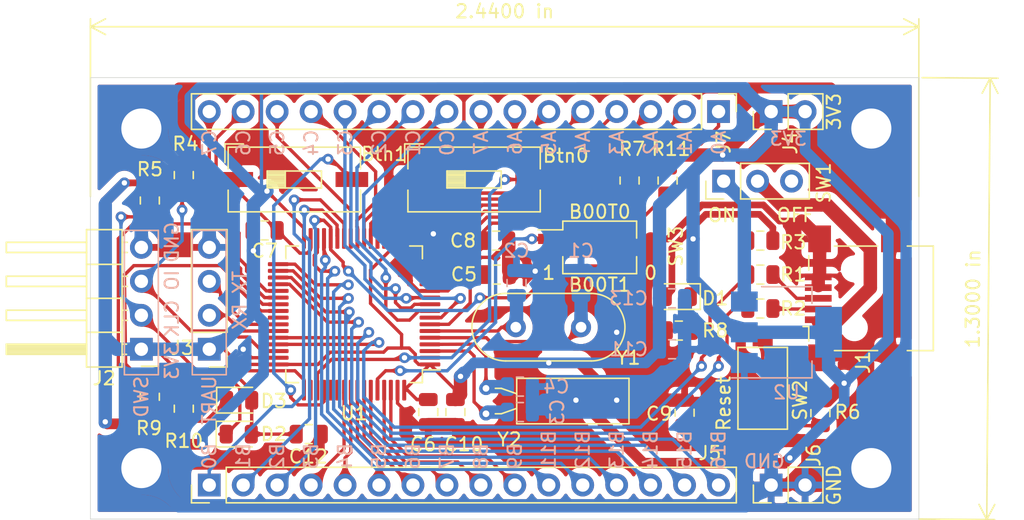
<source format=kicad_pcb>
(kicad_pcb (version 20171130) (host pcbnew 5.1.5-52549c5~86~ubuntu18.04.1)
  (layers (0 F.Cu signal) (31 B.Cu signal) (34 B.Paste user) (35 F.Paste user) (36 B.SilkS user) (37 F.SilkS user) (38 B.Mask user) (39 F.Mask user) (44 Edge.Cuts user))
  (net 0 "")
  (net 1 GND)
  (net 2 "Net-(U1-Pad2)")
  (net 3 "Net-(U1-Pad41)")
  (net 4 "Net-(U1-Pad50)")
  (net 5 "Net-(U1-Pad53)")
  (net 6 "Net-(U1-Pad54)")
  (net 7 /OSC_IN)
  (net 8 /OSC_OUT)
  (net 9 /OSC32_IN)
  (net 10 /OSC32_OUT)
  (net 11 /NRST)
  (net 12 +3V3)
  (net 13 "Net-(C9-Pad1)")
  (net 14 "Net-(D1-Pad1)")
  (net 15 "Net-(D2-Pad1)")
  (net 16 "Net-(D3-Pad1)")
  (net 17 "Net-(J1-Pad3)")
  (net 18 "Net-(J1-Pad2)")
  (net 19 /VBUS)
  (net 20 /SWDIO)
  (net 21 /SWCLK)
  (net 22 /USART_TX)
  (net 23 /USART_RX)
  (net 24 /PB15)
  (net 25 /PB14)
  (net 26 /PB13)
  (net 27 /PB12)
  (net 28 /PB11)
  (net 29 /PB10)
  (net 30 /PB9)
  (net 31 /PB8)
  (net 32 /PB7)
  (net 33 /PB6)
  (net 34 /PB5)
  (net 35 /PB4)
  (net 36 /PB3)
  (net 37 /PB1)
  (net 38 /PB0)
  (net 39 /PC7)
  (net 40 /PC6)
  (net 41 /PC5)
  (net 42 /PC4)
  (net 43 /PC3)
  (net 44 /PC2)
  (net 45 /PC1)
  (net 46 /PC0)
  (net 47 /PA7)
  (net 48 /PA6)
  (net 49 /PA5)
  (net 50 /PA4)
  (net 51 /PA3)
  (net 52 /PA2)
  (net 53 /PA1)
  (net 54 /PA0)
  (net 55 /USB_D+)
  (net 56 /USB_D-)
  (net 57 /BOOT0)
  (net 58 /PC8)
  (net 59 /PC9)
  (net 60 "Net-(SW1-Pad3)")
  (net 61 VCC)
  (net 62 /PC10)
  (net 63 /PC11)
  (net 64 /BOOT1)
  (module Capacitor_SMD:C_0805_2012Metric (layer F.Cu) (at 53.1645 140.97)
    (fp_text reference C12 (at -0.0404 1.6764 180) (layer F.SilkS))
    (fp_text value 104)
    (pad 1 smd roundrect (at -0.9375 0) (size 0.975 1.4) (layers F.Cu F.Paste F.Mask) (net 12 +3V3))
    (pad 2 smd roundrect (at 0.9375 0) (size 0.975 1.4) (layers F.Cu F.Paste F.Mask) (net 1 GND))
  )
  (module Package_QFP:LQFP-64_10x10mm_P0.5mm (layer F.Cu) (at 56.555 132.005 180)
    (fp_text reference U1 (at 0 -7.4) (layer F.SilkS))
    (fp_text value STM32F103RCTx)
    (pad 1 smd roundrect (at -5.675 -3.75 180) (size 1.55 0.3) (layers F.Cu F.Paste F.Mask) (net 12 +3V3))
    (pad 2 smd roundrect (at -5.675 -3.25 180) (size 1.55 0.3) (layers F.Cu F.Paste F.Mask) (net 2 "Net-(U1-Pad2)"))
    (pad 3 smd roundrect (at -5.675 -2.75 180) (size 1.55 0.3) (layers F.Cu F.Paste F.Mask) (net 9 /OSC32_IN))
    (pad 4 smd roundrect (at -5.675 -2.25 180) (size 1.55 0.3) (layers F.Cu F.Paste F.Mask) (net 10 /OSC32_OUT))
    (pad 5 smd roundrect (at -5.675 -1.75 180) (size 1.55 0.3) (layers F.Cu F.Paste F.Mask) (net 7 /OSC_IN))
    (pad 6 smd roundrect (at -5.675 -1.25 180) (size 1.55 0.3) (layers F.Cu F.Paste F.Mask) (net 8 /OSC_OUT))
    (pad 7 smd roundrect (at -5.675 -0.75 180) (size 1.55 0.3) (layers F.Cu F.Paste F.Mask) (net 11 /NRST))
    (pad 8 smd roundrect (at -5.675 -0.25 180) (size 1.55 0.3) (layers F.Cu F.Paste F.Mask) (net 46 /PC0))
    (pad 9 smd roundrect (at -5.675 0.25 180) (size 1.55 0.3) (layers F.Cu F.Paste F.Mask) (net 45 /PC1))
    (pad 10 smd roundrect (at -5.675 0.75 180) (size 1.55 0.3) (layers F.Cu F.Paste F.Mask) (net 44 /PC2))
    (pad 11 smd roundrect (at -5.675 1.25 180) (size 1.55 0.3) (layers F.Cu F.Paste F.Mask) (net 43 /PC3))
    (pad 12 smd roundrect (at -5.675 1.75 180) (size 1.55 0.3) (layers F.Cu F.Paste F.Mask) (net 1 GND))
    (pad 13 smd roundrect (at -5.675 2.25 180) (size 1.55 0.3) (layers F.Cu F.Paste F.Mask) (net 12 +3V3))
    (pad 14 smd roundrect (at -5.675 2.75 180) (size 1.55 0.3) (layers F.Cu F.Paste F.Mask) (net 54 /PA0))
    (pad 15 smd roundrect (at -5.675 3.25 180) (size 1.55 0.3) (layers F.Cu F.Paste F.Mask) (net 53 /PA1))
    (pad 16 smd roundrect (at -5.675 3.75 180) (size 1.55 0.3) (layers F.Cu F.Paste F.Mask) (net 52 /PA2))
    (pad 17 smd roundrect (at -3.75 5.675 180) (size 0.3 1.55) (layers F.Cu F.Paste F.Mask) (net 51 /PA3))
    (pad 18 smd roundrect (at -3.25 5.675 180) (size 0.3 1.55) (layers F.Cu F.Paste F.Mask) (net 1 GND))
    (pad 19 smd roundrect (at -2.75 5.675 180) (size 0.3 1.55) (layers F.Cu F.Paste F.Mask) (net 12 +3V3))
    (pad 20 smd roundrect (at -2.25 5.675 180) (size 0.3 1.55) (layers F.Cu F.Paste F.Mask) (net 50 /PA4))
    (pad 21 smd roundrect (at -1.75 5.675 180) (size 0.3 1.55) (layers F.Cu F.Paste F.Mask) (net 49 /PA5))
    (pad 22 smd roundrect (at -1.25 5.675 180) (size 0.3 1.55) (layers F.Cu F.Paste F.Mask) (net 48 /PA6))
    (pad 23 smd roundrect (at -0.75 5.675 180) (size 0.3 1.55) (layers F.Cu F.Paste F.Mask) (net 47 /PA7))
    (pad 24 smd roundrect (at -0.25 5.675 180) (size 0.3 1.55) (layers F.Cu F.Paste F.Mask) (net 42 /PC4))
    (pad 25 smd roundrect (at 0.25 5.675 180) (size 0.3 1.55) (layers F.Cu F.Paste F.Mask) (net 41 /PC5))
    (pad 26 smd roundrect (at 0.75 5.675 180) (size 0.3 1.55) (layers F.Cu F.Paste F.Mask) (net 38 /PB0))
    (pad 27 smd roundrect (at 1.25 5.675 180) (size 0.3 1.55) (layers F.Cu F.Paste F.Mask) (net 37 /PB1))
    (pad 28 smd roundrect (at 1.75 5.675 180) (size 0.3 1.55) (layers F.Cu F.Paste F.Mask) (net 64 /BOOT1))
    (pad 29 smd roundrect (at 2.25 5.675 180) (size 0.3 1.55) (layers F.Cu F.Paste F.Mask) (net 29 /PB10))
    (pad 30 smd roundrect (at 2.75 5.675 180) (size 0.3 1.55) (layers F.Cu F.Paste F.Mask) (net 28 /PB11))
    (pad 31 smd roundrect (at 3.25 5.675 180) (size 0.3 1.55) (layers F.Cu F.Paste F.Mask) (net 1 GND))
    (pad 32 smd roundrect (at 3.75 5.675 180) (size 0.3 1.55) (layers F.Cu F.Paste F.Mask) (net 12 +3V3))
    (pad 33 smd roundrect (at 5.675 3.75 180) (size 1.55 0.3) (layers F.Cu F.Paste F.Mask) (net 27 /PB12))
    (pad 34 smd roundrect (at 5.675 3.25 180) (size 1.55 0.3) (layers F.Cu F.Paste F.Mask) (net 26 /PB13))
    (pad 35 smd roundrect (at 5.675 2.75 180) (size 1.55 0.3) (layers F.Cu F.Paste F.Mask) (net 25 /PB14))
    (pad 36 smd roundrect (at 5.675 2.25 180) (size 1.55 0.3) (layers F.Cu F.Paste F.Mask) (net 24 /PB15))
    (pad 37 smd roundrect (at 5.675 1.75 180) (size 1.55 0.3) (layers F.Cu F.Paste F.Mask) (net 40 /PC6))
    (pad 38 smd roundrect (at 5.675 1.25 180) (size 1.55 0.3) (layers F.Cu F.Paste F.Mask) (net 39 /PC7))
    (pad 39 smd roundrect (at 5.675 0.75 180) (size 1.55 0.3) (layers F.Cu F.Paste F.Mask) (net 58 /PC8))
    (pad 40 smd roundrect (at 5.675 0.25 180) (size 1.55 0.3) (layers F.Cu F.Paste F.Mask) (net 59 /PC9))
    (pad 41 smd roundrect (at 5.675 -0.25 180) (size 1.55 0.3) (layers F.Cu F.Paste F.Mask) (net 3 "Net-(U1-Pad41)"))
    (pad 42 smd roundrect (at 5.675 -0.75 180) (size 1.55 0.3) (layers F.Cu F.Paste F.Mask) (net 22 /USART_TX))
    (pad 43 smd roundrect (at 5.675 -1.25 180) (size 1.55 0.3) (layers F.Cu F.Paste F.Mask) (net 23 /USART_RX))
    (pad 44 smd roundrect (at 5.675 -1.75 180) (size 1.55 0.3) (layers F.Cu F.Paste F.Mask) (net 56 /USB_D-))
    (pad 45 smd roundrect (at 5.675 -2.25 180) (size 1.55 0.3) (layers F.Cu F.Paste F.Mask) (net 55 /USB_D+))
    (pad 46 smd roundrect (at 5.675 -2.75 180) (size 1.55 0.3) (layers F.Cu F.Paste F.Mask) (net 20 /SWDIO))
    (pad 47 smd roundrect (at 5.675 -3.25 180) (size 1.55 0.3) (layers F.Cu F.Paste F.Mask) (net 1 GND))
    (pad 48 smd roundrect (at 5.675 -3.75 180) (size 1.55 0.3) (layers F.Cu F.Paste F.Mask) (net 12 +3V3))
    (pad 49 smd roundrect (at 3.75 -5.675 180) (size 0.3 1.55) (layers F.Cu F.Paste F.Mask) (net 21 /SWCLK))
    (pad 50 smd roundrect (at 3.25 -5.675 180) (size 0.3 1.55) (layers F.Cu F.Paste F.Mask) (net 4 "Net-(U1-Pad50)"))
    (pad 51 smd roundrect (at 2.75 -5.675 180) (size 0.3 1.55) (layers F.Cu F.Paste F.Mask) (net 62 /PC10))
    (pad 52 smd roundrect (at 2.25 -5.675 180) (size 0.3 1.55) (layers F.Cu F.Paste F.Mask) (net 63 /PC11))
    (pad 53 smd roundrect (at 1.75 -5.675 180) (size 0.3 1.55) (layers F.Cu F.Paste F.Mask) (net 5 "Net-(U1-Pad53)"))
    (pad 54 smd roundrect (at 1.25 -5.675 180) (size 0.3 1.55) (layers F.Cu F.Paste F.Mask) (net 6 "Net-(U1-Pad54)"))
    (pad 55 smd roundrect (at 0.75 -5.675 180) (size 0.3 1.55) (layers F.Cu F.Paste F.Mask) (net 36 /PB3))
    (pad 56 smd roundrect (at 0.25 -5.675 180) (size 0.3 1.55) (layers F.Cu F.Paste F.Mask) (net 35 /PB4))
    (pad 57 smd roundrect (at -0.25 -5.675 180) (size 0.3 1.55) (layers F.Cu F.Paste F.Mask) (net 34 /PB5))
    (pad 58 smd roundrect (at -0.75 -5.675 180) (size 0.3 1.55) (layers F.Cu F.Paste F.Mask) (net 33 /PB6))
    (pad 59 smd roundrect (at -1.25 -5.675 180) (size 0.3 1.55) (layers F.Cu F.Paste F.Mask) (net 32 /PB7))
    (pad 60 smd roundrect (at -1.75 -5.675 180) (size 0.3 1.55) (layers F.Cu F.Paste F.Mask) (net 57 /BOOT0))
    (pad 61 smd roundrect (at -2.25 -5.675 180) (size 0.3 1.55) (layers F.Cu F.Paste F.Mask) (net 31 /PB8))
    (pad 62 smd roundrect (at -2.75 -5.675 180) (size 0.3 1.55) (layers F.Cu F.Paste F.Mask) (net 30 /PB9))
    (pad 63 smd roundrect (at -3.25 -5.675 180) (size 0.3 1.55) (layers F.Cu F.Paste F.Mask) (net 1 GND))
    (pad 64 smd roundrect (at -3.75 -5.675 180) (size 0.3 1.55) (layers F.Cu F.Paste F.Mask) (net 12 +3V3))
  )
  (module Button_Switch_SMD:SW_SPST_CK_RS282G05A3 (layer F.Cu) (at 87.122 137.541 90)
    (fp_text reference SW2 (at -0.889 2.794 90) (layer F.SilkS))
    (fp_text value Reset)
    (pad 1 smd rect (at -3.9 0 90) (size 1.5 1.5) (layers F.Cu F.Paste F.Mask) (net 1 GND))
    (pad 2 smd rect (at 3.9 0 90) (size 1.5 1.5) (layers F.Cu F.Paste F.Mask) (net 13 "Net-(C9-Pad1)"))
  )
  (module Connector_PinHeader_2.54mm:PinHeader_1x16_P2.54mm_Vertical (layer F.Cu) (at 45.72 144.78 90)
    (fp_text reference J5 (at 2.3876 37.4523 180) (layer F.SilkS))
    (fp_text value PortB)
    (pad 1 thru_hole rect (at 0 0 90) (size 1.7 1.7) (drill 1) (layers *.Cu *.Mask) (net 38 /PB0))
    (pad 2 thru_hole oval (at 0 2.54 90) (size 1.7 1.7) (drill 1) (layers *.Cu *.Mask) (net 37 /PB1))
    (pad 3 thru_hole oval (at 0 5.08 90) (size 1.7 1.7) (drill 1) (layers *.Cu *.Mask) (net 64 /BOOT1))
    (pad 4 thru_hole oval (at 0 7.62 90) (size 1.7 1.7) (drill 1) (layers *.Cu *.Mask) (net 36 /PB3))
    (pad 5 thru_hole oval (at 0 10.16 90) (size 1.7 1.7) (drill 1) (layers *.Cu *.Mask) (net 35 /PB4))
    (pad 6 thru_hole oval (at 0 12.7 90) (size 1.7 1.7) (drill 1) (layers *.Cu *.Mask) (net 34 /PB5))
    (pad 7 thru_hole oval (at 0 15.24 90) (size 1.7 1.7) (drill 1) (layers *.Cu *.Mask) (net 33 /PB6))
    (pad 8 thru_hole oval (at 0 17.78 90) (size 1.7 1.7) (drill 1) (layers *.Cu *.Mask) (net 32 /PB7))
    (pad 9 thru_hole oval (at 0 20.32 90) (size 1.7 1.7) (drill 1) (layers *.Cu *.Mask) (net 31 /PB8))
    (pad 10 thru_hole oval (at 0 22.86 90) (size 1.7 1.7) (drill 1) (layers *.Cu *.Mask) (net 30 /PB9))
    (pad 11 thru_hole oval (at 0 25.4 90) (size 1.7 1.7) (drill 1) (layers *.Cu *.Mask) (net 29 /PB10))
    (pad 12 thru_hole oval (at 0 27.94 90) (size 1.7 1.7) (drill 1) (layers *.Cu *.Mask) (net 28 /PB11))
    (pad 13 thru_hole oval (at 0 30.48 90) (size 1.7 1.7) (drill 1) (layers *.Cu *.Mask) (net 27 /PB12))
    (pad 14 thru_hole oval (at 0 33.02 90) (size 1.7 1.7) (drill 1) (layers *.Cu *.Mask) (net 26 /PB13))
    (pad 15 thru_hole oval (at 0 35.56 90) (size 1.7 1.7) (drill 1) (layers *.Cu *.Mask) (net 25 /PB14))
    (pad 16 thru_hole oval (at 0 38.1 90) (size 1.7 1.7) (drill 1) (layers *.Cu *.Mask) (net 24 /PB15))
  )
  (module lxz_pcb:button_9.78x4.72mm_W8.61mm_P2.54mm (layer F.Cu) (at 65.532 121.92)
    (fp_text reference Btn0 (at 6.858 -1.778 180) (layer F.SilkS))
    (fp_text value Button)
    (pad 1 smd rect (at -4.305 0) (size 2.44 1.12) (layers F.Cu F.Paste F.Mask) (net 1 GND))
    (pad 2 smd rect (at 4.305 0) (size 2.44 1.12) (layers F.Cu F.Paste F.Mask) (net 62 /PC10))
  )
  (module lxz_pcb:Crystal_C38-LF_D3.0mm_L8.0mm_Horizontal (layer F.Cu) (at 66.421 139.446 90)
    (fp_text reference Y2 (at -1.9304 1.7526) (layer F.SilkS))
    (fp_text value 32.768K)
    (pad 1 thru_hole circle (at 0 0 90) (size 1 1) (drill 0.5) (layers *.Cu *.Mask) (net 9 /OSC32_IN))
    (pad 2 thru_hole circle (at 1.9 0 90) (size 1 1) (drill 0.5) (layers *.Cu *.Mask) (net 10 /OSC32_OUT))
  )
  (module lxz_pcb:Switch_3Pin_P2.54mm_Vertical (layer F.Cu) (at 84.201 122.047 90)
    (fp_text reference SW1 (at -0.127 7.493 90) (layer F.SilkS))
    (fp_text value POWER)
    (pad 1 thru_hole rect (at 0 0 90) (size 1.7 1.7) (drill 1) (layers *.Cu *.Mask) (net 61 VCC))
    (pad 2 thru_hole oval (at 0 2.54 90) (size 1.7 1.7) (drill 1) (layers *.Cu *.Mask) (net 19 /VBUS))
    (pad 3 thru_hole oval (at 0 5.08 90) (size 1.7 1.7) (drill 1) (layers *.Cu *.Mask) (net 60 "Net-(SW1-Pad3)"))
  )
  (module lxz_pcb:button_9.78x4.72mm_W8.61mm_P2.54mm (layer F.Cu) (at 52.083 121.92)
    (fp_text reference Btn1 (at 6.718 -1.905 180) (layer F.SilkS))
    (fp_text value Button)
    (pad 1 smd rect (at -4.305 0) (size 2.44 1.12) (layers F.Cu F.Paste F.Mask) (net 1 GND))
    (pad 2 smd rect (at 4.305 0) (size 2.44 1.12) (layers F.Cu F.Paste F.Mask) (net 63 /PC11))
  )
  (module Button_Switch_SMD:SW_DIP_SPSTx02_Slide_Copal_CHS-02B_W7.62mm_P1.27mm (layer F.Cu) (at 74.93 127)
    (fp_text reference SW3 (at 5.7023 -0.0889 90) (layer F.SilkS))
    (fp_text value SW_DIP_x02)
    (pad 1 smd rect (at -3.81 -0.635) (size 1.6 0.76) (layers F.Cu F.Paste F.Mask) (net 57 /BOOT0))
    (pad 3 smd rect (at 3.81 0.635) (size 1.6 0.76) (layers F.Cu F.Paste F.Mask) (net 1 GND))
    (pad 2 smd rect (at -3.81 0.635) (size 1.6 0.76) (layers F.Cu F.Paste F.Mask) (net 64 /BOOT1))
    (pad 4 smd rect (at 3.81 -0.635) (size 1.6 0.76) (layers F.Cu F.Paste F.Mask) (net 1 GND))
  )
  (module Crystal:Crystal_HC49-4H_Vertical (layer F.Cu) (at 73.533 132.969 180)
    (fp_text reference Y1 (at -3.5433 -2.286 180) (layer F.SilkS))
    (fp_text value 8MHz)
    (pad 1 thru_hole circle (at 0 0 180) (size 1.5 1.5) (drill 0.8) (layers *.Cu *.Mask) (net 7 /OSC_IN))
    (pad 2 thru_hole circle (at 4.88 0 180) (size 1.5 1.5) (drill 0.8) (layers *.Cu *.Mask) (net 8 /OSC_OUT))
  )
  (module Package_TO_SOT_SMD:SOT-223-3_TabPin2 (layer B.Cu) (at 88.9 133.35)
    (fp_text reference U2 (at 0 4.5) (layer B.SilkS) (effects (justify mirror)))
    (fp_text value AP1117-33)
    (pad 2 smd rect (at 3.15 0) (size 2 3.8) (layers B.Cu B.Paste B.Mask) (net 12 +3V3))
    (pad 2 smd rect (at -3.15 0) (size 2 1.5) (layers B.Cu B.Paste B.Mask) (net 12 +3V3))
    (pad 3 smd rect (at -3.15 -2.3) (size 2 1.5) (layers B.Cu B.Paste B.Mask) (net 61 VCC))
    (pad 1 smd rect (at -3.15 2.3) (size 2 1.5) (layers B.Cu B.Paste B.Mask) (net 1 GND))
  )
  (module Resistor_SMD:R_0805_2012Metric (layer F.Cu) (at 43.815 139.065 90)
    (fp_text reference R10 (at -2.413 0 180) (layer F.SilkS))
    (fp_text value 1k)
    (pad 1 smd roundrect (at -0.9375 0 90) (size 0.975 1.4) (layers F.Cu F.Paste F.Mask) (net 16 "Net-(D3-Pad1)"))
    (pad 2 smd roundrect (at 0.9375 0 90) (size 0.975 1.4) (layers F.Cu F.Paste F.Mask) (net 59 /PC9))
  )
  (module Resistor_SMD:R_0805_2012Metric (layer F.Cu) (at 41.275 138.176 90)
    (fp_text reference R9 (at -2.3495 -0.0635 180) (layer F.SilkS))
    (fp_text value 1k)
    (pad 2 smd roundrect (at 0.9375 0 90) (size 0.975 1.4) (layers F.Cu F.Paste F.Mask) (net 58 /PC8))
    (pad 1 smd roundrect (at -0.9375 0 90) (size 0.975 1.4) (layers F.Cu F.Paste F.Mask) (net 15 "Net-(D2-Pad1)"))
  )
  (module Resistor_SMD:R_0805_2012Metric (layer F.Cu) (at 80.8505 133.223 180)
    (fp_text reference R8 (at -2.7155 0 180) (layer F.SilkS))
    (fp_text value 1k)
    (pad 1 smd roundrect (at -0.9375 0 180) (size 0.975 1.4) (layers F.Cu F.Paste F.Mask) (net 14 "Net-(D1-Pad1)"))
    (pad 2 smd roundrect (at 0.9375 0 180) (size 0.975 1.4) (layers F.Cu F.Paste F.Mask) (net 1 GND))
  )
  (module Resistor_SMD:R_0805_2012Metric (layer F.Cu) (at 77.1652 121.9985 270)
    (fp_text reference R7 (at -2.3645 -0.1778 180) (layer F.SilkS))
    (fp_text value 10k)
    (pad 1 smd roundrect (at -0.9375 0 270) (size 0.975 1.4) (layers F.Cu F.Paste F.Mask) (net 12 +3V3))
    (pad 2 smd roundrect (at 0.9375 0 270) (size 0.975 1.4) (layers F.Cu F.Paste F.Mask) (net 57 /BOOT0))
  )
  (module Resistor_SMD:R_0805_2012Metric (layer F.Cu) (at 91.44 139.3975 270)
    (fp_text reference R6 (at -0.0785 -2.032) (layer F.SilkS))
    (fp_text value 10k)
    (pad 1 smd roundrect (at -0.9375 0 270) (size 0.975 1.4) (layers F.Cu F.Paste F.Mask) (net 12 +3V3))
    (pad 2 smd roundrect (at 0.9375 0 270) (size 0.975 1.4) (layers F.Cu F.Paste F.Mask) (net 13 "Net-(C9-Pad1)"))
  )
  (module Resistor_SMD:R_0805_2012Metric (layer F.Cu) (at 41.275 123.4925 270)
    (fp_text reference R5 (at -2.3345 0) (layer F.SilkS))
    (fp_text value 10k)
    (pad 1 smd roundrect (at -0.9375 0 270) (size 0.975 1.4) (layers F.Cu F.Paste F.Mask) (net 12 +3V3))
    (pad 2 smd roundrect (at 0.9375 0 270) (size 0.975 1.4) (layers F.Cu F.Paste F.Mask) (net 21 /SWCLK))
  )
  (module Resistor_SMD:R_0805_2012Metric (layer F.Cu) (at 43.815 121.5875 270)
    (fp_text reference R4 (at -2.3345 -0.127) (layer F.SilkS))
    (fp_text value 10k)
    (pad 1 smd roundrect (at -0.9375 0 270) (size 0.975 1.4) (layers F.Cu F.Paste F.Mask) (net 12 +3V3))
    (pad 2 smd roundrect (at 0.9375 0 270) (size 0.975 1.4) (layers F.Cu F.Paste F.Mask) (net 20 /SWDIO))
  )
  (module Resistor_SMD:R_0805_2012Metric (layer F.Cu) (at 86.9465 126.492 180)
    (fp_text reference R3 (at -2.4615 -0.127 180) (layer F.SilkS))
    (fp_text value 1.5k)
    (pad 1 smd roundrect (at -0.9375 0 180) (size 0.975 1.4) (layers F.Cu F.Paste F.Mask) (net 12 +3V3))
    (pad 2 smd roundrect (at 0.9375 0 180) (size 0.975 1.4) (layers F.Cu F.Paste F.Mask) (net 55 /USB_D+))
  )
  (module Resistor_SMD:R_0805_2012Metric (layer F.Cu) (at 86.9465 131.572)
    (fp_text reference R2 (at 2.4615 0 180) (layer F.SilkS))
    (fp_text value 22)
    (pad 1 smd roundrect (at -0.9375 0) (size 0.975 1.4) (layers F.Cu F.Paste F.Mask) (net 56 /USB_D-))
    (pad 2 smd roundrect (at 0.9375 0) (size 0.975 1.4) (layers F.Cu F.Paste F.Mask) (net 18 "Net-(J1-Pad2)"))
  )
  (module Resistor_SMD:R_0805_2012Metric (layer F.Cu) (at 86.9465 129.032)
    (fp_text reference R1 (at 2.4615 0 180) (layer F.SilkS))
    (fp_text value 22)
    (pad 1 smd roundrect (at -0.9375 0) (size 0.975 1.4) (layers F.Cu F.Paste F.Mask) (net 55 /USB_D+))
    (pad 2 smd roundrect (at 0.9375 0) (size 0.975 1.4) (layers F.Cu F.Paste F.Mask) (net 17 "Net-(J1-Pad3)"))
  )
  (module Connector_PinHeader_2.54mm:PinHeader_1x16_P2.54mm_Vertical (layer F.Cu) (at 83.82 116.84 270)
    (fp_text reference J7 (at 2.286 -0.381 90) (layer F.SilkS))
    (fp_text value PortA_C)
    (pad 1 thru_hole rect (at 0 0 270) (size 1.7 1.7) (drill 1) (layers *.Cu *.Mask) (net 54 /PA0))
    (pad 2 thru_hole oval (at 0 2.54 270) (size 1.7 1.7) (drill 1) (layers *.Cu *.Mask) (net 53 /PA1))
    (pad 3 thru_hole oval (at 0 5.08 270) (size 1.7 1.7) (drill 1) (layers *.Cu *.Mask) (net 52 /PA2))
    (pad 4 thru_hole oval (at 0 7.62 270) (size 1.7 1.7) (drill 1) (layers *.Cu *.Mask) (net 51 /PA3))
    (pad 5 thru_hole oval (at 0 10.16 270) (size 1.7 1.7) (drill 1) (layers *.Cu *.Mask) (net 50 /PA4))
    (pad 6 thru_hole oval (at 0 12.7 270) (size 1.7 1.7) (drill 1) (layers *.Cu *.Mask) (net 49 /PA5))
    (pad 7 thru_hole oval (at 0 15.24 270) (size 1.7 1.7) (drill 1) (layers *.Cu *.Mask) (net 48 /PA6))
    (pad 8 thru_hole oval (at 0 17.78 270) (size 1.7 1.7) (drill 1) (layers *.Cu *.Mask) (net 47 /PA7))
    (pad 9 thru_hole oval (at 0 20.32 270) (size 1.7 1.7) (drill 1) (layers *.Cu *.Mask) (net 46 /PC0))
    (pad 10 thru_hole oval (at 0 22.86 270) (size 1.7 1.7) (drill 1) (layers *.Cu *.Mask) (net 45 /PC1))
    (pad 11 thru_hole oval (at 0 25.4 270) (size 1.7 1.7) (drill 1) (layers *.Cu *.Mask) (net 44 /PC2))
    (pad 12 thru_hole oval (at 0 27.94 270) (size 1.7 1.7) (drill 1) (layers *.Cu *.Mask) (net 43 /PC3))
    (pad 13 thru_hole oval (at 0 30.48 270) (size 1.7 1.7) (drill 1) (layers *.Cu *.Mask) (net 42 /PC4))
    (pad 14 thru_hole oval (at 0 33.02 270) (size 1.7 1.7) (drill 1) (layers *.Cu *.Mask) (net 41 /PC5))
    (pad 15 thru_hole oval (at 0 35.56 270) (size 1.7 1.7) (drill 1) (layers *.Cu *.Mask) (net 40 /PC6))
    (pad 16 thru_hole oval (at 0 38.1 270) (size 1.7 1.7) (drill 1) (layers *.Cu *.Mask) (net 39 /PC7))
  )
  (module Connector_PinHeader_2.54mm:PinHeader_1x02_P2.54mm_Vertical (layer F.Cu) (at 87.757 144.78 90)
    (fp_text reference J6 (at 2.2352 3.175 90) (layer F.SilkS))
    (fp_text value GND)
    (pad 1 thru_hole rect (at 0 0 90) (size 1.7 1.7) (drill 1) (layers *.Cu *.Mask) (net 1 GND))
    (pad 2 thru_hole oval (at 0 2.54 90) (size 1.7 1.7) (drill 1) (layers *.Cu *.Mask) (net 1 GND))
  )
  (module Connector_PinHeader_2.54mm:PinHeader_1x02_P2.54mm_Vertical (layer F.Cu) (at 87.757 116.84 90)
    (fp_text reference J4 (at -2.3495 1.4351 90) (layer F.SilkS))
    (fp_text value 3.3V)
    (pad 1 thru_hole rect (at 0 0 90) (size 1.7 1.7) (drill 1) (layers *.Cu *.Mask) (net 12 +3V3))
    (pad 2 thru_hole oval (at 0 2.54 90) (size 1.7 1.7) (drill 1) (layers *.Cu *.Mask) (net 12 +3V3))
  )
  (module Connector_PinHeader_2.54mm:PinHeader_1x04_P2.54mm_Vertical (layer F.Cu) (at 45.72 134.62 180)
    (fp_text reference J3 (at 2.0193 0.1016 180) (layer F.SilkS))
    (fp_text value USART)
    (pad 1 thru_hole rect (at 0 0 180) (size 1.7 1.7) (drill 1) (layers *.Cu *.Mask) (net 12 +3V3))
    (pad 2 thru_hole oval (at 0 2.54 180) (size 1.7 1.7) (drill 1) (layers *.Cu *.Mask) (net 23 /USART_RX))
    (pad 3 thru_hole oval (at 0 5.08 180) (size 1.7 1.7) (drill 1) (layers *.Cu *.Mask) (net 22 /USART_TX))
    (pad 4 thru_hole oval (at 0 7.62 180) (size 1.7 1.7) (drill 1) (layers *.Cu *.Mask) (net 1 GND))
  )
  (module Connector_PinHeader_2.54mm:PinHeader_1x04_P2.54mm_Horizontal (layer F.Cu) (at 40.64 134.62 180)
    (fp_text reference J2 (at 2.7813 -2.1717) (layer F.SilkS))
    (fp_text value SWD)
    (pad 1 thru_hole rect (at 0 0 180) (size 1.7 1.7) (drill 1) (layers *.Cu *.Mask) (net 12 +3V3))
    (pad 2 thru_hole oval (at 0 2.54 180) (size 1.7 1.7) (drill 1) (layers *.Cu *.Mask) (net 21 /SWCLK))
    (pad 3 thru_hole oval (at 0 5.08 180) (size 1.7 1.7) (drill 1) (layers *.Cu *.Mask) (net 20 /SWDIO))
    (pad 4 thru_hole oval (at 0 7.62 180) (size 1.7 1.7) (drill 1) (layers *.Cu *.Mask) (net 1 GND))
  )
  (module Connector_USB:USB_Mini-B_Lumberg_2486_01_Horizontal (layer F.Cu) (at 93.98 130.81 90)
    (fp_text reference J1 (at -4.7879 0.6477 90) (layer F.SilkS))
    (fp_text value USB_B_Mini)
    (pad 1 smd rect (at -1.6 -2.7 90) (size 0.5 2) (layers F.Cu F.Paste F.Mask) (net 19 /VBUS))
    (pad 2 smd rect (at -0.8 -2.7 90) (size 0.5 2) (layers F.Cu F.Paste F.Mask) (net 18 "Net-(J1-Pad2)"))
    (pad 3 smd rect (at 0 -2.7 90) (size 0.5 2) (layers F.Cu F.Paste F.Mask) (net 17 "Net-(J1-Pad3)"))
    (pad 4 smd rect (at 0.8 -2.7 90) (size 0.5 2) (layers F.Cu F.Paste F.Mask) (net 1 GND))
    (pad 5 smd rect (at 1.6 -2.7 90) (size 0.5 2) (layers F.Cu F.Paste F.Mask) (net 1 GND))
    (pad 6 smd rect (at -4.45 -2.6 90) (size 2 1.7) (layers F.Cu F.Paste F.Mask) (net 1 GND))
    (pad 6 smd rect (at -4.45 2.85 90) (size 2 1.7) (layers F.Cu F.Paste F.Mask) (net 1 GND))
    (pad 6 smd rect (at 4.45 -2.6 90) (size 2 1.7) (layers F.Cu F.Paste F.Mask) (net 1 GND))
    (pad 6 smd rect (at 4.45 2.85 90) (size 2 1.7) (layers F.Cu F.Paste F.Mask) (net 1 GND))
    (pad "" np_thru_hole circle (at -2.2 0 90) (size 1 1) (drill 1) (layers *.Cu *.Mask))
    (pad "" np_thru_hole circle (at 2.2 0 90) (size 1 1) (drill 1) (layers *.Cu *.Mask))
  )
  (module LED_SMD:LED_0805_2012Metric (layer F.Cu) (at 47.9575 138.43)
    (fp_text reference D3 (at 2.5885 0.0635) (layer F.SilkS))
    (fp_text value LED)
    (pad 1 smd roundrect (at -0.9375 0) (size 0.975 1.4) (layers F.Cu F.Paste F.Mask) (net 16 "Net-(D3-Pad1)"))
    (pad 2 smd roundrect (at 0.9375 0) (size 0.975 1.4) (layers F.Cu F.Paste F.Mask) (net 12 +3V3))
  )
  (module LED_SMD:LED_0805_2012Metric (layer F.Cu) (at 47.9275 140.97)
    (fp_text reference D2 (at 2.6185 0) (layer F.SilkS))
    (fp_text value LED)
    (pad 1 smd roundrect (at -0.9375 0) (size 0.975 1.4) (layers F.Cu F.Paste F.Mask) (net 15 "Net-(D2-Pad1)"))
    (pad 2 smd roundrect (at 0.9375 0) (size 0.975 1.4) (layers F.Cu F.Paste F.Mask) (net 12 +3V3))
  )
  (module LED_SMD:LED_0805_2012Metric (layer F.Cu) (at 80.772 130.683 180)
    (fp_text reference D1 (at -2.794 -0.127 180) (layer F.SilkS))
    (fp_text value LED)
    (pad 1 smd roundrect (at -0.9375 0 180) (size 0.975 1.4) (layers F.Cu F.Paste F.Mask) (net 14 "Net-(D1-Pad1)"))
    (pad 2 smd roundrect (at 0.9375 0 180) (size 0.975 1.4) (layers F.Cu F.Paste F.Mask) (net 12 +3V3))
  )
  (module Capacitor_SMD:C_0805_2012Metric (layer B.Cu) (at 80.3425 130.81)
    (fp_text reference C13 (at -3.2535 0 180) (layer B.SilkS) (effects (justify mirror)))
    (fp_text value 10u)
    (pad 1 smd roundrect (at -0.9375 0) (size 0.975 1.4) (layers B.Cu B.Paste B.Mask) (net 12 +3V3))
    (pad 2 smd roundrect (at 0.9375 0) (size 0.975 1.4) (layers B.Cu B.Paste B.Mask) (net 1 GND))
  )
  (module Capacitor_SMD:C_0805_2012Metric (layer B.Cu) (at 80.3425 134.62)
    (fp_text reference C11 (at -3.2535 0 180) (layer B.SilkS) (effects (justify mirror)))
    (fp_text value 104)
    (pad 1 smd roundrect (at -0.9375 0) (size 0.975 1.4) (layers B.Cu B.Paste B.Mask) (net 12 +3V3))
    (pad 2 smd roundrect (at 0.9375 0) (size 0.975 1.4) (layers B.Cu B.Paste B.Mask) (net 1 GND))
  )
  (module Capacitor_SMD:C_0805_2012Metric (layer F.Cu) (at 64.135 139.319 270)
    (fp_text reference C10 (at 2.413 -0.635 180) (layer F.SilkS))
    (fp_text value 104)
    (pad 1 smd roundrect (at -0.9375 0 270) (size 0.975 1.4) (layers F.Cu F.Paste F.Mask) (net 12 +3V3))
    (pad 2 smd roundrect (at 0.9375 0 270) (size 0.975 1.4) (layers F.Cu F.Paste F.Mask) (net 1 GND))
  )
  (module Capacitor_SMD:C_0805_2012Metric (layer F.Cu) (at 81.28 139.3675 90)
    (fp_text reference C9 (at -0.0785 -1.905 180) (layer F.SilkS))
    (fp_text value 10u)
    (pad 1 smd roundrect (at -0.9375 0 90) (size 0.975 1.4) (layers F.Cu F.Paste F.Mask) (net 13 "Net-(C9-Pad1)"))
    (pad 2 smd roundrect (at 0.9375 0 90) (size 0.975 1.4) (layers F.Cu F.Paste F.Mask) (net 1 GND))
  )
  (module Capacitor_SMD:C_0805_2012Metric (layer F.Cu) (at 67.183 126.492)
    (fp_text reference C8 (at -2.4765 0 180) (layer F.SilkS))
    (fp_text value 104)
    (pad 1 smd roundrect (at -0.9375 0) (size 0.975 1.4) (layers F.Cu F.Paste F.Mask) (net 12 +3V3))
    (pad 2 smd roundrect (at 0.9375 0) (size 0.975 1.4) (layers F.Cu F.Paste F.Mask) (net 1 GND))
  )
  (module Capacitor_SMD:C_0805_2012Metric (layer F.Cu) (at 49.8625 125.73)
    (fp_text reference C7 (at 0 1.524) (layer F.SilkS))
    (fp_text value 104)
    (pad 1 smd roundrect (at -0.9375 0) (size 0.975 1.4) (layers F.Cu F.Paste F.Mask) (net 12 +3V3))
    (pad 2 smd roundrect (at 0.9375 0) (size 0.975 1.4) (layers F.Cu F.Paste F.Mask) (net 1 GND))
  )
  (module Capacitor_SMD:C_0805_2012Metric (layer F.Cu) (at 62.103 139.319 270)
    (fp_text reference C6 (at 2.413 0.381 180) (layer F.SilkS))
    (fp_text value 104)
    (pad 1 smd roundrect (at -0.9375 0 270) (size 0.975 1.4) (layers F.Cu F.Paste F.Mask) (net 12 +3V3))
    (pad 2 smd roundrect (at 0.9375 0 270) (size 0.975 1.4) (layers F.Cu F.Paste F.Mask) (net 1 GND))
  )
  (module Capacitor_SMD:C_0805_2012Metric (layer F.Cu) (at 67.2315 129.032)
    (fp_text reference C5 (at -2.4615 -0.0127 180) (layer F.SilkS))
    (fp_text value 104)
    (pad 1 smd roundrect (at -0.9375 0) (size 0.975 1.4) (layers F.Cu F.Paste F.Mask) (net 11 /NRST))
    (pad 2 smd roundrect (at 0.9375 0) (size 0.975 1.4) (layers F.Cu F.Paste F.Mask) (net 1 GND))
  )
  (module Capacitor_SMD:C_0805_2012Metric (layer B.Cu) (at 68.961 137.414)
    (fp_text reference C4 (at 2.7305 0) (layer B.SilkS) (effects (justify mirror)))
    (fp_text value 10p)
    (pad 1 smd roundrect (at -0.9375 0) (size 0.975 1.4) (layers B.Cu B.Paste B.Mask) (net 10 /OSC32_OUT))
    (pad 2 smd roundrect (at 0.9375 0) (size 0.975 1.4) (layers B.Cu B.Paste B.Mask) (net 1 GND))
  )
  (module Capacitor_SMD:C_0805_2012Metric (layer B.Cu) (at 68.961 139.319)
    (fp_text reference C3 (at 2.794 0 270) (layer B.SilkS) (effects (justify mirror)))
    (fp_text value 10p)
    (pad 1 smd roundrect (at -0.9375 0) (size 0.975 1.4) (layers B.Cu B.Paste B.Mask) (net 9 /OSC32_IN))
    (pad 2 smd roundrect (at 0.9375 0) (size 0.975 1.4) (layers B.Cu B.Paste B.Mask) (net 1 GND))
  )
  (module Capacitor_SMD:C_0805_2012Metric (layer B.Cu) (at 68.707 129.667 90)
    (fp_text reference C2 (at 2.413 0 180) (layer B.SilkS) (effects (justify mirror)))
    (fp_text value 10p)
    (pad 1 smd roundrect (at -0.9375 0 90) (size 0.975 1.4) (layers B.Cu B.Paste B.Mask) (net 8 /OSC_OUT))
    (pad 2 smd roundrect (at 0.9375 0 90) (size 0.975 1.4) (layers B.Cu B.Paste B.Mask) (net 1 GND))
  )
  (module Capacitor_SMD:C_0805_2012Metric (layer B.Cu) (at 73.533 129.667 90)
    (fp_text reference C1 (at 2.413 0 180) (layer B.SilkS) (effects (justify mirror)))
    (fp_text value 10p)
    (pad 1 smd roundrect (at -0.9375 0 90) (size 0.975 1.4) (layers B.Cu B.Paste B.Mask) (net 7 /OSC_IN))
    (pad 2 smd roundrect (at 0.9375 0 90) (size 0.975 1.4) (layers B.Cu B.Paste B.Mask) (net 1 GND))
  )
  (module Resistor_SMD:R_0805_2012Metric (layer F.Cu) (at 80.01 121.9985 270)
    (fp_text reference R11 (at -2.3645 -0.254 180) (layer F.SilkS))
    (fp_text value 10k)
    (pad 2 smd roundrect (at 0.9375 0 270) (size 0.975 1.4) (layers F.Cu F.Paste F.Mask) (net 64 /BOOT1))
    (pad 1 smd roundrect (at -0.9375 0 270) (size 0.975 1.4) (layers F.Cu F.Paste F.Mask) (net 12 +3V3))
  )
  (gr_text Reset (at 84.201 138.684 90) (layer F.SilkS) (effects (font (size 1 1))))
  (gr_text GND (at 87.249 143.002) (layer B.SilkS) (effects (font (size 1 1)) (justify mirror)))
  (gr_text 3V3 (at 89.027 118.872) (layer B.SilkS) (effects (font (size 1 1)) (justify mirror)))
  (gr_text 0 (at 78.74 128.905) (layer F.SilkS) (effects (font (size 1 1))))
  (gr_text 1 (at 71.12 128.905) (layer F.SilkS) (effects (font (size 1 1))))
  (gr_text B00T1 (at 74.93 129.794) (layer F.SilkS) (effects (font (size 1 1))))
  (gr_text B00T0 (at 74.93 124.333) (layer F.SilkS) (effects (font (size 1 1))))
  (gr_text GND (at 92.456 144.78 90) (layer F.SilkS) (effects (font (size 1 1))))
  (gr_text 3V3 (at 92.456 116.84 90) (layer F.SilkS) (effects (font (size 1 1))))
  (gr_text "ON    OFF" (at 86.995 124.587) (layer F.SilkS) (effects (font (size 1 1))))
  (gr_text SWD (at 40.64 138.176 90) (layer B.SilkS) (effects (font (size 1 1)) (justify mirror)))
  (gr_text UART (at 45.72 138.43 90) (layer B.SilkS) (effects (font (size 1 1)) (justify mirror)))
  (gr_line (start 46.99 125.73) (end 44.45 125.73) (layer B.SilkS) (width 0.12))
  (gr_line (start 46.99 136.525) (end 46.99 125.73) (layer B.SilkS) (width 0.12))
  (gr_line (start 44.45 136.525) (end 46.99 136.525) (layer B.SilkS) (width 0.12))
  (gr_line (start 44.45 125.73) (end 44.45 136.525) (layer B.SilkS) (width 0.12))
  (gr_line (start 41.91 125.73) (end 39.37 125.73) (layer B.SilkS) (width 0.12))
  (gr_line (start 41.91 136.525) (end 41.91 125.73) (layer B.SilkS) (width 0.12))
  (gr_line (start 39.37 136.525) (end 41.91 136.525) (layer B.SilkS) (width 0.12))
  (gr_line (start 39.37 125.73) (end 39.37 136.525) (layer B.SilkS) (width 0.12))
  (gr_text 3V3 (at 42.926 135.509 90) (layer B.SilkS) (effects (font (size 1 1)) (justify mirror)))
  (gr_text CLK (at 42.926 132.334 90) (layer B.SilkS) (effects (font (size 1 1)) (justify mirror)))
  (gr_text IO (at 42.926 129.455348 90) (layer B.SilkS) (effects (font (size 1 1)) (justify mirror)))
  (gr_text GND (at 42.926 126.619 90) (layer B.SilkS) (effects (font (size 1 1)) (justify mirror)))
  (gr_text TX (at 48.001253 129.6162 90) (layer B.SilkS) (effects (font (size 1 1)) (justify mirror)))
  (gr_text RX (at 48.001253 132.1816 90) (layer B.SilkS) (effects (font (size 1 1)) (justify mirror)))
  (gr_text A0 (at 83.8454 119.1768 90) (layer B.SilkS) (effects (font (size 1 1)) (justify mirror)))
  (gr_text A1 (at 81.304544 119.1768 90) (layer B.SilkS) (effects (font (size 1 1)) (justify mirror)))
  (gr_text A2 (at 78.763698 119.1768 90) (layer B.SilkS) (effects (font (size 1 1)) (justify mirror)))
  (gr_text A3 (at 76.222852 119.1768 90) (layer B.SilkS) (effects (font (size 1 1)) (justify mirror)))
  (gr_text A4 (at 73.682006 119.1768 90) (layer B.SilkS) (effects (font (size 1 1)) (justify mirror)))
  (gr_text A5 (at 71.14116 119.1768 90) (layer B.SilkS) (effects (font (size 1 1)) (justify mirror)))
  (gr_text A6 (at 68.600314 119.1768 90) (layer B.SilkS) (effects (font (size 1 1)) (justify mirror)))
  (gr_text A7 (at 66.059468 119.1768 90) (layer B.SilkS) (effects (font (size 1 1)) (justify mirror)))
  (gr_text C0 (at 63.518622 119.1768 90) (layer B.SilkS) (effects (font (size 1 1)) (justify mirror)))
  (gr_text C1 (at 60.977776 119.1768 90) (layer B.SilkS) (effects (font (size 1 1)) (justify mirror)))
  (gr_text C2 (at 58.43693 119.1768 90) (layer B.SilkS) (effects (font (size 1 1)) (justify mirror)))
  (gr_text C3 (at 55.896084 119.1768 90) (layer B.SilkS) (effects (font (size 1 1)) (justify mirror)))
  (gr_text C4 (at 53.355238 119.1768 90) (layer B.SilkS) (effects (font (size 1 1)) (justify mirror)))
  (gr_text C5 (at 50.814392 119.1768 90) (layer B.SilkS) (effects (font (size 1 1)) (justify mirror)))
  (gr_text C6 (at 48.273546 119.1768 90) (layer B.SilkS) (effects (font (size 1 1)) (justify mirror)))
  (gr_text C7 (at 45.7327 119.1768 90) (layer B.SilkS) (effects (font (size 1 1)) (justify mirror)))
  (gr_text B16 (at 83.82 142.144809 90) (layer B.SilkS) (effects (font (size 1 1)) (justify mirror)))
  (gr_text B15 (at 81.28 142.144809 90) (layer B.SilkS) (effects (font (size 1 1)) (justify mirror)))
  (gr_text B14 (at 78.74 142.144809 90) (layer B.SilkS) (effects (font (size 1 1)) (justify mirror)))
  (gr_text "B13\n" (at 76.2 142.144809 90) (layer B.SilkS) (effects (font (size 1 1)) (justify mirror)))
  (gr_text "B9\n" (at 68.58 142.621 90) (layer B.SilkS) (effects (font (size 1 1)) (justify mirror)))
  (gr_text "B8\n" (at 66.04 142.621 90) (layer B.SilkS) (effects (font (size 1 1)) (justify mirror)))
  (gr_text B12 (at 73.66 142.144809 90) (layer B.SilkS) (effects (font (size 1 1)) (justify mirror)))
  (gr_text "B11\n" (at 71.12 142.144809 90) (layer B.SilkS) (effects (font (size 1 1)) (justify mirror)))
  (gr_text B7 (at 63.5 142.621 90) (layer B.SilkS) (effects (font (size 1 1)) (justify mirror)))
  (gr_text B6 (at 60.96 142.621 90) (layer B.SilkS) (effects (font (size 1 1)) (justify mirror)))
  (gr_text B5 (at 58.42 142.621 90) (layer B.SilkS) (effects (font (size 1 1)) (justify mirror)))
  (gr_text B4 (at 55.88 142.621 90) (layer B.SilkS) (effects (font (size 1 1)) (justify mirror)))
  (gr_text B3 (at 53.34 142.621 90) (layer B.SilkS) (effects (font (size 1 1)) (justify mirror)))
  (gr_text B2 (at 50.8 142.621 90) (layer B.SilkS) (effects (font (size 1 1)) (justify mirror)))
  (gr_text B1 (at 48.26 142.621 90) (layer B.SilkS) (effects (font (size 1 1)) (justify mirror)))
  (gr_text B0 (at 45.72 142.621 90) (layer B.SilkS) (effects (font (size 1 1)) (justify mirror)))
  (dimension 61.976 (width 0.12) (layer F.SilkS) (gr_text "61.976 mm" (at 67.818 109.22) (layer F.SilkS) (effects (font (size 1 1) (thickness 0.15)))) (feature1 (pts (xy 36.83 123.19) (xy 36.83 109.903579))) (feature2 (pts (xy 98.806 123.19) (xy 98.806 109.903579))) (crossbar (pts (xy 98.806 110.49) (xy 36.83 110.49))) (arrow1a (pts (xy 36.83 110.49) (xy 37.956504 109.903579))) (arrow1b (pts (xy 36.83 110.49) (xy 37.956504 111.076421))) (arrow2a (pts (xy 98.806 110.49) (xy 97.679496 109.903579))) (arrow2b (pts (xy 98.806 110.49) (xy 97.679496 111.076421))))
  (dimension 33.020977 (width 0.12) (layer F.SilkS) (gr_text "33.021 mm" (at 105.282812 130.858845 89.55927193) (layer F.SilkS) (effects (font (size 1 1) (thickness 0.15)))) (feature1 (pts (xy 98.806 147.32) (xy 104.472253 147.363587))) (feature2 (pts (xy 99.06 114.3) (xy 104.726253 114.343587))) (crossbar (pts (xy 104.13985 114.339076) (xy 103.88585 147.359076))) (arrow1a (pts (xy 103.88585 147.359076) (xy 103.308112 146.228095))) (arrow1b (pts (xy 103.88585 147.359076) (xy 104.480919 146.237116))) (arrow2a (pts (xy 104.13985 114.339076) (xy 103.544781 115.461036))) (arrow2b (pts (xy 104.13985 114.339076) (xy 104.717588 115.470057))))
  (gr_line (start 36.83 114.3) (end 36.83 147.32) (layer Edge.Cuts) (width 0.05))
  (gr_line (start 98.806 114.3) (end 36.83 114.3) (layer Edge.Cuts) (width 0.05))
  (gr_line (start 98.806 147.32) (end 98.806 114.3) (layer Edge.Cuts) (width 0.05))
  (gr_line (start 36.83 147.32) (end 98.806 147.32) (layer Edge.Cuts) (width 0.05))
  (via (at 40.64 118.11) (size 4) (drill 3) (layers F.Cu B.Cu) (net 1))
  (via (at 40.64 143.51) (size 4) (drill 3) (layers F.Cu B.Cu) (net 1))
  (via (at 95.25 143.51) (size 4) (drill 3) (layers F.Cu B.Cu) (net 1))
  (via (at 95.25 118.11) (size 4) (drill 3) (layers F.Cu B.Cu) (net 1))
  (segment (start 81.28 134.62) (end 81.28 130.81) (width 1) (layer B.Cu) (net 1))
  (segment (start 69.8985 139.319) (end 69.8985 137.414) (width 1) (layer B.Cu) (net 1))
  (segment (start 40.64 125.797919) (end 40.64 127) (width 1) (layer B.Cu) (net 1))
  (segment (start 40.64 125.625998) (end 40.64 125.797919) (width 1) (layer B.Cu) (net 1))
  (segment (start 43.159999 123.105999) (end 40.64 125.625998) (width 1) (layer B.Cu) (net 1))
  (segment (start 44.216001 123.105999) (end 43.159999 123.105999) (width 1) (layer B.Cu) (net 1))
  (segment (start 45.72 124.609998) (end 44.216001 123.105999) (width 1) (layer B.Cu) (net 1))
  (segment (start 45.72 127) (end 45.72 124.609998) (width 1) (layer B.Cu) (net 1))
  (segment (start 81.28 131.51) (end 81.28 130.81) (width 1) (layer B.Cu) (net 1))
  (segment (start 81.28 131.721998) (end 81.28 131.51) (width 1) (layer B.Cu) (net 1))
  (segment (start 85.208002 135.65) (end 81.28 131.721998) (width 1) (layer B.Cu) (net 1))
  (segment (start 85.75 135.65) (end 85.208002 135.65) (width 1) (layer B.Cu) (net 1))
  (segment (start 68.1205 128.778) (end 68.1205 126.492) (width 1) (layer F.Cu) (net 1))
  (segment (start 59.805 128.670702) (end 59.805 127.105) (width 0.25) (layer F.Cu) (net 1))
  (segment (start 61.389298 130.255) (end 59.805 128.670702) (width 0.25) (layer F.Cu) (net 1))
  (segment (start 59.805 127.105) (end 59.805 126.33) (width 0.25) (layer F.Cu) (net 1))
  (segment (start 62.23 130.255) (end 61.389298 130.255) (width 0.25) (layer F.Cu) (net 1))
  (segment (start 59.805 138.6585) (end 59.805 138.455) (width 0.25) (layer F.Cu) (net 1))
  (segment (start 59.805 138.455) (end 59.805 137.68) (width 0.25) (layer F.Cu) (net 1))
  (segment (start 61.403 140.2565) (end 59.805 138.6585) (width 0.25) (layer F.Cu) (net 1))
  (segment (start 62.103 140.2565) (end 61.403 140.2565) (width 0.25) (layer F.Cu) (net 1))
  (via (at 76.2 138.43) (size 0.8) (drill 0.4) (layers F.Cu B.Cu) (net 1))
  (segment (start 81.28 138.43) (end 76.2 138.43) (width 1) (layer F.Cu) (net 1))
  (segment (start 70.7875 138.43) (end 69.8985 139.319) (width 1) (layer B.Cu) (net 1))
  (segment (start 81.28 135.32) (end 81.28 134.62) (width 1) (layer B.Cu) (net 1))
  (segment (start 78.17 138.43) (end 81.28 135.32) (width 1) (layer B.Cu) (net 1))
  (segment (start 76.2 138.43) (end 78.17 138.43) (width 1) (layer B.Cu) (net 1))
  (segment (start 78.74 126.365) (end 78.74 127.635) (width 1) (layer F.Cu) (net 1))
  (segment (start 76.327 133.223) (end 79.913 133.223) (width 1) (layer F.Cu) (net 1))
  (segment (start 76.2 133.35) (end 76.327 133.223) (width 1) (layer F.Cu) (net 1))
  (segment (start 76.2 138.43) (end 76.2 133.35) (width 1) (layer F.Cu) (net 1))
  (segment (start 87.376 144.78) (end 89.916 144.78) (width 0.5) (layer F.Cu) (net 1))
  (segment (start 91.38 135.26) (end 96.83 135.26) (width 0.5) (layer F.Cu) (net 1))
  (segment (start 96.83 135.26) (end 96.83 126.36) (width 0.5) (layer F.Cu) (net 1))
  (segment (start 91.28 129.21) (end 91.28 129.859999) (width 1) (layer F.Cu) (net 1))
  (segment (start 91.38 129.11) (end 91.28 129.21) (width 1) (layer F.Cu) (net 1))
  (segment (start 91.38 126.36) (end 91.38 129.11) (width 1) (layer F.Cu) (net 1))
  (segment (start 80.04 126.365) (end 82.58 123.825) (width 0.5) (layer F.Cu) (net 1))
  (segment (start 78.74 126.365) (end 80.04 126.365) (width 0.5) (layer F.Cu) (net 1))
  (segment (start 88.375493 125.025009) (end 90.045009 125.025009) (width 0.5) (layer F.Cu) (net 1))
  (segment (start 87.175484 123.825) (end 88.375493 125.025009) (width 0.5) (layer F.Cu) (net 1))
  (segment (start 82.58 123.825) (end 87.175484 123.825) (width 0.5) (layer F.Cu) (net 1))
  (via (at 73.152 138.43) (size 0.8) (drill 0.4) (layers F.Cu B.Cu) (net 1))
  (segment (start 73.152 138.43) (end 70.7875 138.43) (width 1) (layer B.Cu) (net 1))
  (segment (start 96.83 126.36) (end 96.83 124.86) (width 0.5) (layer F.Cu) (net 1))
  (segment (start 96.83 119.69) (end 95.25 118.11) (width 1) (layer F.Cu) (net 1))
  (segment (start 96.83 126.36) (end 96.83 119.69) (width 1) (layer F.Cu) (net 1))
  (segment (start 64.620527 140.742027) (end 64.135 140.2565) (width 1) (layer F.Cu) (net 1))
  (segment (start 70.839973 140.742027) (end 64.620527 140.742027) (width 1) (layer F.Cu) (net 1))
  (segment (start 73.152 138.43) (end 70.839973 140.742027) (width 1) (layer F.Cu) (net 1))
  (segment (start 64.135 140.2565) (end 62.103 140.2565) (width 1) (layer F.Cu) (net 1))
  (segment (start 43.159999 120.629999) (end 40.64 118.11) (width 1) (layer B.Cu) (net 1))
  (segment (start 43.159999 123.105999) (end 43.159999 120.629999) (width 1) (layer B.Cu) (net 1))
  (segment (start 85.825999 146.330001) (end 87.376 144.78) (width 1) (layer B.Cu) (net 1))
  (segment (start 40.64 143.51) (end 43.460001 146.330001) (width 1) (layer B.Cu) (net 1))
  (segment (start 93.98 144.78) (end 95.25 143.51) (width 1) (layer F.Cu) (net 1))
  (segment (start 97.249999 141.510001) (end 97.249999 136.430001) (width 1) (layer F.Cu) (net 1))
  (segment (start 95.25 143.51) (end 97.249999 141.510001) (width 1) (layer F.Cu) (net 1))
  (segment (start 97.249999 136.430001) (end 97.282 136.398) (width 1) (layer F.Cu) (net 1))
  (segment (start 97.282 136.398) (end 96.83 135.26) (width 1) (layer F.Cu) (net 1))
  (segment (start 64.77 119.847) (end 64.77 115.316) (width 0.25) (layer F.Cu) (net 1))
  (segment (start 62.697 121.92) (end 64.77 119.847) (width 0.25) (layer F.Cu) (net 1))
  (segment (start 61.227 121.92) (end 62.697 121.92) (width 0.25) (layer F.Cu) (net 1))
  (via (at 70.104 128.778) (size 0.8) (drill 0.4) (layers F.Cu B.Cu) (net 1))
  (segment (start 73.533 128.7295) (end 70.104 128.778) (width 1) (layer B.Cu) (net 1))
  (segment (start 70.104 128.778) (end 68.834 128.7295) (width 1) (layer B.Cu) (net 1))
  (segment (start 68.677 128.778) (end 68.169 129.286) (width 1) (layer F.Cu) (net 1))
  (segment (start 70.104 128.778) (end 68.677 128.778) (width 1) (layer F.Cu) (net 1))
  (segment (start 47.778 121.11) (end 49.53 119.358) (width 0.25) (layer F.Cu) (net 1))
  (segment (start 47.778 121.92) (end 47.778 121.11) (width 0.25) (layer F.Cu) (net 1))
  (segment (start 49.53 119.358) (end 49.53 115.316) (width 0.25) (layer F.Cu) (net 1))
  (segment (start 47.778 122.708) (end 47.778 121.92) (width 0.25) (layer F.Cu) (net 1))
  (segment (start 50.8 125.73) (end 47.778 122.708) (width 0.25) (layer F.Cu) (net 1))
  (segment (start 50.88 135.255) (end 48.895 135.255) (width 0.25) (layer F.Cu) (net 1))
  (via (at 48.26 134.62) (size 0.8) (drill 0.4) (layers F.Cu B.Cu) (net 1))
  (segment (start 48.895 135.255) (end 48.26 134.62) (width 0.25) (layer F.Cu) (net 1))
  (segment (start 40.64 142.24) (end 40.64 143.51) (width 0.25) (layer B.Cu) (net 1))
  (segment (start 43.460001 146.330001) (end 85.825999 146.330001) (width 1) (layer B.Cu) (net 1))
  (segment (start 53.28001 127.195692) (end 53.045692 127.43001) (width 0.25) (layer F.Cu) (net 1))
  (segment (start 53.305 126.33) (end 53.305 127.105) (width 0.25) (layer F.Cu) (net 1))
  (segment (start 51.285527 126.215527) (end 50.8 125.73) (width 0.25) (layer F.Cu) (net 1))
  (segment (start 53.28001 127.12999) (end 53.28001 127.195692) (width 0.25) (layer F.Cu) (net 1))
  (segment (start 53.045692 127.43001) (end 52.50001 127.43001) (width 0.25) (layer F.Cu) (net 1))
  (segment (start 53.305 127.105) (end 53.28001 127.12999) (width 0.25) (layer F.Cu) (net 1))
  (segment (start 52.50001 127.43001) (end 51.285527 126.215527) (width 0.25) (layer F.Cu) (net 1))
  (segment (start 40.64 118.11) (end 43.460001 115.289999) (width 1) (layer F.Cu) (net 1))
  (segment (start 92.429999 115.289999) (end 95.25 118.11) (width 0.8) (layer F.Cu) (net 1))
  (segment (start 86.122 141.441) (end 87.122 141.441) (width 0.25) (layer F.Cu) (net 1))
  (segment (start 79.776685 141.441) (end 86.122 141.441) (width 0.25) (layer F.Cu) (net 1))
  (segment (start 76.765685 138.43) (end 79.776685 141.441) (width 0.25) (layer F.Cu) (net 1))
  (segment (start 76.2 138.43) (end 76.765685 138.43) (width 0.25) (layer F.Cu) (net 1))
  (segment (start 43.468427 143.51) (end 40.64 143.51) (width 0.8) (layer F.Cu) (net 1))
  (segment (start 43.748428 143.229999) (end 43.468427 143.51) (width 0.8) (layer F.Cu) (net 1))
  (segment (start 51.588001 143.229999) (end 43.748428 143.229999) (width 0.8) (layer F.Cu) (net 1))
  (segment (start 66.866899 127.745601) (end 67.634973 126.977527) (width 0.25) (layer F.Cu) (net 1))
  (segment (start 67.634973 126.977527) (end 68.1205 126.492) (width 0.25) (layer F.Cu) (net 1))
  (segment (start 66.076048 127.745601) (end 66.866899 127.745601) (width 0.25) (layer F.Cu) (net 1))
  (segment (start 63.566649 130.255) (end 66.076048 127.745601) (width 0.25) (layer F.Cu) (net 1))
  (segment (start 62.23 130.255) (end 63.566649 130.255) (width 0.25) (layer F.Cu) (net 1))
  (segment (start 73.152 138.43) (end 76.2 138.43) (width 1) (layer B.Cu) (net 1))
  (segment (start 88.872 141.441) (end 87.122 141.441) (width 1) (layer F.Cu) (net 1))
  (segment (start 90.508002 142.219998) (end 89.729004 141.441) (width 1) (layer F.Cu) (net 1))
  (segment (start 89.729004 141.441) (end 88.872 141.441) (width 1) (layer F.Cu) (net 1))
  (segment (start 90.297 144.78) (end 90.424 144.78) (width 1) (layer F.Cu) (net 1))
  (segment (start 89.916 144.78) (end 90.424 144.78) (width 1) (layer F.Cu) (net 1))
  (segment (start 90.424 144.78) (end 93.98 144.78) (width 1) (layer F.Cu) (net 1))
  (segment (start 85.75 135.65) (end 86.628 135.65) (width 1) (layer B.Cu) (net 1))
  (segment (start 87.757 136.779) (end 87.757 144.78) (width 1) (layer B.Cu) (net 1))
  (segment (start 86.628 135.65) (end 87.757 136.779) (width 1) (layer B.Cu) (net 1))
  (segment (start 90.508005 142.220001) (end 90.508002 142.219998) (width 1) (layer F.Cu) (net 1))
  (segment (start 91.146999 143.930001) (end 91.146999 142.858995) (width 1) (layer F.Cu) (net 1))
  (segment (start 87.376 144.78) (end 89.004006 144.78) (width 1) (layer F.Cu) (net 1))
  (segment (start 89.004006 144.78) (end 90.508005 143.276001) (width 1) (layer F.Cu) (net 1))
  (segment (start 90.297 144.78) (end 91.146999 143.930001) (width 1) (layer F.Cu) (net 1))
  (segment (start 90.508005 143.276001) (end 90.508005 142.220001) (width 1) (layer F.Cu) (net 1))
  (segment (start 91.146999 142.858995) (end 90.508002 142.219998) (width 1) (layer F.Cu) (net 1))
  (via (at 62.484 125.984) (size 0.8) (drill 0.4) (layers F.Cu B.Cu) (net 1))
  (segment (start 62.484 125.984) (end 59.944 128.524) (width 0.6) (layer F.Cu) (net 1))
  (segment (start 91.38 126.36) (end 90.045009 125.025009) (width 1) (layer F.Cu) (net 1))
  (segment (start 42.1005 140.7795) (end 42.037 140.716) (width 0.25) (layer B.Cu) (net 1))
  (segment (start 42.037 140.716) (end 40.64 142.24) (width 0.25) (layer B.Cu) (net 1))
  (segment (start 48.26 134.62) (end 42.1005 140.7795) (width 0.25) (layer B.Cu) (net 1))
  (segment (start 69.215 119.634) (end 76.2 126.619) (width 1) (layer B.Cu) (net 1))
  (via (at 76.2 133.35001) (size 0.8) (drill 0.4) (layers F.Cu B.Cu) (net 1))
  (segment (start 76.2 130.371315) (end 76.2 133.35001) (width 1) (layer B.Cu) (net 1))
  (segment (start 64.389 119.634) (end 69.215 119.634) (width 1) (layer B.Cu) (net 1))
  (segment (start 76.2 126.619) (end 76.2 130.371315) (width 1) (layer B.Cu) (net 1))
  (segment (start 62.484 125.984) (end 62.484 121.539) (width 1) (layer B.Cu) (net 1))
  (segment (start 62.484 121.539) (end 64.389 119.634) (width 1) (layer B.Cu) (net 1))
  (segment (start 78.74 129.032) (end 78.74 127.635) (width 1) (layer F.Cu) (net 1))
  (segment (start 76.2 133.35) (end 76.2 131.572) (width 1) (layer F.Cu) (net 1))
  (segment (start 76.2 131.572) (end 78.74 129.032) (width 1) (layer F.Cu) (net 1))
  (segment (start 73.533 128.7295) (end 73.9925 128.7295) (width 1) (layer B.Cu) (net 1))
  (segment (start 76.2 130.937) (end 76.2 131.572) (width 1) (layer B.Cu) (net 1))
  (segment (start 73.9925 128.7295) (end 76.2 130.937) (width 1) (layer B.Cu) (net 1))
  (segment (start 92.202 115.062) (end 92.429999 115.289999) (width 0.8) (layer F.Cu) (net 1))
  (segment (start 43.460001 115.062) (end 92.202 115.062) (width 0.8) (layer F.Cu) (net 1))
  (segment (start 54.102 140.97) (end 53.616473 141.455527) (width 0.25) (layer F.Cu) (net 1))
  (segment (start 52.096001 143.229999) (end 51.588001 143.229999) (width 0.6) (layer F.Cu) (net 1))
  (segment (start 54.102 140.97) (end 54.102 141.224) (width 0.6) (layer F.Cu) (net 1))
  (segment (start 54.102 141.224) (end 52.096001 143.229999) (width 0.6) (layer F.Cu) (net 1))
  (segment (start 72.457999 134.044001) (end 66.734001 134.044001) (width 0.25) (layer F.Cu) (net 7))
  (segment (start 73.533 132.969) (end 72.457999 134.044001) (width 0.25) (layer F.Cu) (net 7))
  (segment (start 66.445 133.755) (end 63.005 133.755) (width 0.25) (layer F.Cu) (net 7))
  (segment (start 66.734001 134.044001) (end 66.445 133.755) (width 0.25) (layer F.Cu) (net 7))
  (segment (start 63.005 133.755) (end 62.23 133.755) (width 0.25) (layer F.Cu) (net 7))
  (segment (start 73.533 130.6045) (end 73.533 132.969) (width 1) (layer B.Cu) (net 7))
  (segment (start 63.005 133.255) (end 62.23 133.255) (width 0.25) (layer F.Cu) (net 8))
  (segment (start 67.59234 132.969) (end 67.30634 133.255) (width 0.25) (layer F.Cu) (net 8))
  (segment (start 68.653 132.969) (end 67.59234 132.969) (width 0.25) (layer F.Cu) (net 8))
  (segment (start 67.30634 133.255) (end 63.005 133.255) (width 0.25) (layer F.Cu) (net 8))
  (segment (start 68.707 132.915) (end 68.653 132.969) (width 1) (layer B.Cu) (net 8))
  (segment (start 68.707 130.6045) (end 68.707 132.915) (width 1) (layer B.Cu) (net 8))
  (segment (start 66.421 139.446) (end 65.532 138.557) (width 0.25) (layer F.Cu) (net 9))
  (segment (start 63.005 134.755) (end 62.23 134.755) (width 0.25) (layer F.Cu) (net 9))
  (segment (start 65.532 135.128) (end 65.159 134.755) (width 0.25) (layer F.Cu) (net 9))
  (segment (start 65.532 138.557) (end 65.532 135.128) (width 0.25) (layer F.Cu) (net 9))
  (segment (start 65.159 134.755) (end 63.005 134.755) (width 0.25) (layer F.Cu) (net 9))
  (segment (start 66.548 139.319) (end 66.421 139.446) (width 1) (layer B.Cu) (net 9))
  (segment (start 68.0235 139.319) (end 66.548 139.319) (width 1) (layer B.Cu) (net 9))
  (segment (start 65.532 134.239) (end 62.23 134.255) (width 0.25) (layer F.Cu) (net 10))
  (segment (start 66.421 137.546) (end 66.421 135.128) (width 0.25) (layer F.Cu) (net 10))
  (segment (start 66.421 135.128) (end 65.532 134.239) (width 0.25) (layer F.Cu) (net 10))
  (segment (start 67.945 137.414) (end 68.0235 137.414) (width 0.25) (layer B.Cu) (net 10))
  (segment (start 66.553 137.414) (end 66.421 137.546) (width 1) (layer B.Cu) (net 10))
  (segment (start 68.0235 137.414) (end 66.553 137.414) (width 1) (layer B.Cu) (net 10))
  (segment (start 62.23 132.755) (end 63.644004 132.755) (width 0.25) (layer F.Cu) (net 11))
  (segment (start 65.241002 129.782498) (end 66.2455 128.778) (width 0.25) (layer F.Cu) (net 11))
  (segment (start 63.644004 132.755) (end 65.241002 131.158002) (width 0.25) (layer F.Cu) (net 11))
  (segment (start 65.241002 131.158002) (end 65.241002 129.782498) (width 0.25) (layer F.Cu) (net 11))
  (segment (start 64.0565 137.5815) (end 62.23 135.755) (width 0.25) (layer F.Cu) (net 12))
  (segment (start 64.0565 138.303) (end 64.0565 137.5815) (width 0.25) (layer F.Cu) (net 12))
  (segment (start 62.103 138.3815) (end 61.24751 138.3815) (width 0.25) (layer F.Cu) (net 12))
  (segment (start 60.54601 137.68) (end 60.305 137.68) (width 0.25) (layer F.Cu) (net 12))
  (segment (start 61.24751 138.3815) (end 60.54601 137.68) (width 0.25) (layer F.Cu) (net 12))
  (segment (start 85.75 133.35) (end 92.05 133.35) (width 1) (layer B.Cu) (net 12))
  (segment (start 79.405 130.81) (end 79.405 134.62) (width 1) (layer B.Cu) (net 12))
  (segment (start 85.039998 133.35) (end 83.185 131.495002) (width 1) (layer B.Cu) (net 12))
  (segment (start 85.75 133.35) (end 85.039998 133.35) (width 1) (layer B.Cu) (net 12))
  (segment (start 83.185 130.68032) (end 81.915 129.41032) (width 1) (layer B.Cu) (net 12))
  (segment (start 83.185 131.495002) (end 83.185 130.68032) (width 1) (layer B.Cu) (net 12))
  (segment (start 79.405 123.882998) (end 79.405 130.81) (width 1) (layer B.Cu) (net 12))
  (segment (start 81.915 121.372998) (end 79.405 123.882998) (width 1) (layer B.Cu) (net 12))
  (segment (start 89.916 116.84) (end 87.376 116.84) (width 1) (layer F.Cu) (net 12))
  (segment (start 87.376 116.84) (end 84.126971 120.089029) (width 1) (layer F.Cu) (net 12))
  (segment (start 77.1652 121.061) (end 80.01 121.061) (width 1) (layer F.Cu) (net 12))
  (segment (start 40.64 134.62) (end 45.72 134.62) (width 1) (layer B.Cu) (net 12))
  (segment (start 47.955 135.755) (end 50.105 135.755) (width 0.25) (layer F.Cu) (net 12))
  (segment (start 46.82 134.62) (end 47.955 135.755) (width 0.25) (layer F.Cu) (net 12))
  (segment (start 50.105 135.755) (end 50.88 135.755) (width 0.25) (layer F.Cu) (net 12))
  (segment (start 45.72 134.62) (end 46.82 134.62) (width 0.25) (layer F.Cu) (net 12))
  (segment (start 48.895 140.94) (end 48.865 140.97) (width 0.25) (layer F.Cu) (net 12))
  (segment (start 48.895 138.43) (end 48.895 140.94) (width 0.25) (layer F.Cu) (net 12))
  (segment (start 48.865 140.97) (end 51.465 140.97) (width 0.25) (layer F.Cu) (net 12))
  (segment (start 87.884 126.492) (end 87.884 125.523478) (width 0.5) (layer F.Cu) (net 12))
  (segment (start 87.884 125.523478) (end 86.885532 124.52501) (width 0.5) (layer F.Cu) (net 12))
  (segment (start 86.885532 124.52501) (end 82.869952 124.52501) (width 0.5) (layer F.Cu) (net 12))
  (segment (start 80.329954 130.187546) (end 79.8345 130.683) (width 0.5) (layer F.Cu) (net 12))
  (segment (start 80.329954 127.065008) (end 80.329954 130.187546) (width 0.5) (layer F.Cu) (net 12))
  (via (at 81.915 126.365) (size 0.8) (drill 0.4) (layers F.Cu B.Cu) (net 12))
  (segment (start 81.789981 125.604981) (end 80.329954 127.065008) (width 0.5) (layer F.Cu) (net 12))
  (segment (start 82.869952 124.52501) (end 81.789981 125.604981) (width 0.5) (layer F.Cu) (net 12))
  (segment (start 81.789981 125.604981) (end 81.789981 126.239981) (width 0.5) (layer F.Cu) (net 12))
  (segment (start 81.915 129.41032) (end 81.915 126.365) (width 1) (layer B.Cu) (net 12))
  (segment (start 81.915 126.365) (end 81.915 121.372998) (width 1) (layer B.Cu) (net 12))
  (segment (start 81.789981 126.239981) (end 81.915 126.365) (width 0.5) (layer F.Cu) (net 12))
  (segment (start 43.18 120.65) (end 41.275 122.555) (width 0.5) (layer F.Cu) (net 12))
  (segment (start 43.815 120.65) (end 43.18 120.65) (width 0.5) (layer F.Cu) (net 12))
  (via (at 49.022 127.254) (size 0.8) (drill 0.4) (layers F.Cu B.Cu) (net 12))
  (segment (start 48.925 125.73) (end 48.925 127.157) (width 0.25) (layer F.Cu) (net 12))
  (segment (start 48.925 127.157) (end 49.022 127.254) (width 0.25) (layer F.Cu) (net 12))
  (segment (start 41.74 134.62) (end 40.64 134.62) (width 0.25) (layer F.Cu) (net 12))
  (segment (start 43.80002 136.68002) (end 41.74 134.62) (width 0.25) (layer F.Cu) (net 12))
  (segment (start 47.84502 136.68002) (end 43.80002 136.68002) (width 0.25) (layer F.Cu) (net 12))
  (segment (start 48.895 137.73) (end 47.84502 136.68002) (width 0.25) (layer F.Cu) (net 12))
  (segment (start 48.895 138.43) (end 48.895 137.73) (width 0.25) (layer F.Cu) (net 12))
  (segment (start 61.389298 135.755) (end 62.23 135.755) (width 0.25) (layer F.Cu) (net 12))
  (segment (start 61.12999 135.495692) (end 61.389298 135.755) (width 0.25) (layer F.Cu) (net 12))
  (segment (start 37.939999 133.769999) (end 38.79 134.62) (width 1) (layer B.Cu) (net 12))
  (segment (start 38.79 134.62) (end 40.64 134.62) (width 1) (layer B.Cu) (net 12))
  (segment (start 87.376 116.84) (end 85.825999 115.289999) (width 1) (layer B.Cu) (net 12))
  (via (at 39.37 122.174) (size 0.8) (drill 0.4) (layers F.Cu B.Cu) (net 12))
  (segment (start 39.276001 122.267999) (end 39.37 122.174) (width 0.5) (layer B.Cu) (net 12))
  (segment (start 40.894 122.174) (end 41.275 122.555) (width 0.5) (layer F.Cu) (net 12))
  (segment (start 39.37 122.174) (end 40.894 122.174) (width 0.5) (layer F.Cu) (net 12))
  (via (at 93.218 137.16) (size 0.8) (drill 0.4) (layers F.Cu B.Cu) (net 12))
  (segment (start 91.44 138.46) (end 91.918 138.46) (width 1) (layer F.Cu) (net 12))
  (segment (start 91.918 138.46) (end 93.218 137.16) (width 1) (layer F.Cu) (net 12))
  (segment (start 92.05 135.992) (end 93.218 137.16) (width 1) (layer B.Cu) (net 12))
  (segment (start 92.05 133.35) (end 92.05 135.992) (width 1) (layer B.Cu) (net 12))
  (segment (start 52.805 125.555) (end 50.038 122.788) (width 0.25) (layer F.Cu) (net 12))
  (segment (start 52.805 126.33) (end 52.805 125.555) (width 0.25) (layer F.Cu) (net 12))
  (via (at 50.038 122.788) (size 0.8) (drill 0.4) (layers F.Cu B.Cu) (net 12))
  (segment (start 49.624999 115.410999) (end 49.53 115.316) (width 0.25) (layer B.Cu) (net 12))
  (segment (start 49.624999 122.374999) (end 49.624999 115.410999) (width 0.25) (layer B.Cu) (net 12))
  (segment (start 50.038 122.788) (end 49.624999 122.374999) (width 0.25) (layer B.Cu) (net 12))
  (segment (start 85.825999 115.035999) (end 49.53 115.062) (width 0.8) (layer B.Cu) (net 12))
  (segment (start 74.65023 121.061) (end 77.1652 121.061) (width 0.25) (layer F.Cu) (net 12))
  (segment (start 74.132049 123.360001) (end 74.132049 121.579181) (width 0.25) (layer F.Cu) (net 12))
  (segment (start 66.2455 125.792) (end 66.85145 125.186048) (width 0.25) (layer F.Cu) (net 12))
  (segment (start 69.506362 125.186048) (end 69.506364 125.186046) (width 0.25) (layer F.Cu) (net 12))
  (segment (start 66.85145 125.186048) (end 69.506362 125.186048) (width 0.25) (layer F.Cu) (net 12))
  (segment (start 66.2455 126.492) (end 66.2455 125.792) (width 0.25) (layer F.Cu) (net 12))
  (segment (start 74.132049 121.579181) (end 74.65023 121.061) (width 0.25) (layer F.Cu) (net 12))
  (segment (start 66.2455 126.925732) (end 66.2455 126.492) (width 0.25) (layer F.Cu) (net 12))
  (segment (start 60.305 137.68) (end 60.455 137.53) (width 0.25) (layer F.Cu) (net 12))
  (segment (start 60.455 137.53) (end 62.23 135.755) (width 0.25) (layer F.Cu) (net 12))
  (segment (start 59.305 126.33) (end 59.305 127.170702) (width 0.25) (layer F.Cu) (net 12))
  (segment (start 59.305 127.170702) (end 57.785 128.690702) (width 0.25) (layer F.Cu) (net 12))
  (segment (start 51.655 135.755) (end 50.88 135.755) (width 0.25) (layer F.Cu) (net 12))
  (segment (start 58.768002 134.837002) (end 54.772589 134.837001) (width 0.25) (layer F.Cu) (net 12))
  (segment (start 61.12999 135.495692) (end 61.12999 134.986988) (width 0.25) (layer F.Cu) (net 12))
  (segment (start 54.772589 134.837001) (end 53.85459 135.755) (width 0.25) (layer F.Cu) (net 12))
  (segment (start 59.075005 134.529999) (end 58.768002 134.837002) (width 0.25) (layer F.Cu) (net 12))
  (segment (start 61.12999 134.986988) (end 60.673001 134.529999) (width 0.25) (layer F.Cu) (net 12))
  (segment (start 53.85459 135.755) (end 51.655 135.755) (width 0.25) (layer F.Cu) (net 12))
  (segment (start 37.939999 133.769999) (end 37.939999 140.047999) (width 1) (layer B.Cu) (net 12))
  (segment (start 37.939999 140.047999) (end 37.846 140.141998) (width 0.8) (layer B.Cu) (net 12))
  (via (at 37.939999 140.047999) (size 0.8) (drill 0.4) (layers F.Cu B.Cu) (net 12))
  (segment (start 37.939999 123.604001) (end 39.37 122.174) (width 0.8) (layer F.Cu) (net 12))
  (segment (start 37.939999 140.047999) (end 37.939999 123.604001) (width 0.8) (layer F.Cu) (net 12))
  (segment (start 87.757 116.84) (end 90.297 116.84) (width 0.8) (layer B.Cu) (net 12))
  (segment (start 63.430239 129.755) (end 66.2455 126.939739) (width 0.25) (layer F.Cu) (net 12))
  (segment (start 66.2455 126.939739) (end 66.2455 126.492) (width 0.25) (layer F.Cu) (net 12))
  (segment (start 62.23 129.755) (end 63.430239 129.755) (width 0.25) (layer F.Cu) (net 12))
  (via (at 64.516 136.652) (size 0.8) (drill 0.4) (layers F.Cu B.Cu) (net 12))
  (segment (start 64.516 138.0005) (end 64.135 138.3815) (width 1) (layer F.Cu) (net 12))
  (segment (start 64.516 136.652) (end 64.516 138.0005) (width 1) (layer F.Cu) (net 12))
  (segment (start 64.77 136.398) (end 64.516 136.652) (width 1) (layer B.Cu) (net 12))
  (segment (start 89.553953 142.348001) (end 89.153954 142.748) (width 0.8) (layer B.Cu) (net 12))
  (segment (start 88.753955 143.147999) (end 89.153954 142.748) (width 0.8) (layer F.Cu) (net 12))
  (segment (start 93.218 138.683954) (end 89.553953 142.348001) (width 0.8) (layer B.Cu) (net 12))
  (via (at 89.153954 142.748) (size 0.8) (drill 0.4) (layers F.Cu B.Cu) (net 12))
  (segment (start 86.707342 143.147999) (end 88.753955 143.147999) (width 0.8) (layer F.Cu) (net 12))
  (segment (start 93.218 137.16) (end 93.218 138.683954) (width 0.8) (layer B.Cu) (net 12))
  (segment (start 60.107999 134.529999) (end 60.107999 133.513999) (width 0.25) (layer F.Cu) (net 12))
  (segment (start 60.673001 134.529999) (end 60.107999 134.529999) (width 0.25) (layer F.Cu) (net 12))
  (segment (start 60.107999 134.529999) (end 59.075005 134.529999) (width 0.25) (layer F.Cu) (net 12))
  (segment (start 57.785 131.191) (end 57.785 130.429) (width 0.25) (layer F.Cu) (net 12))
  (segment (start 60.107999 133.513999) (end 57.785 131.191) (width 0.25) (layer F.Cu) (net 12))
  (segment (start 57.785 128.690702) (end 57.785 130.429) (width 0.25) (layer F.Cu) (net 12))
  (segment (start 57.785 130.429) (end 57.785 130.462652) (width 0.25) (layer F.Cu) (net 12))
  (segment (start 96.52 133.858) (end 93.218 137.16) (width 0.8) (layer B.Cu) (net 12))
  (segment (start 96.52 125.984) (end 96.52 133.858) (width 0.8) (layer B.Cu) (net 12))
  (segment (start 90.297 116.84) (end 90.297 119.761) (width 0.8) (layer B.Cu) (net 12))
  (segment (start 90.297 119.761) (end 96.52 125.984) (width 0.8) (layer B.Cu) (net 12))
  (segment (start 45.72 134.62) (end 46.228 134.62) (width 1) (layer B.Cu) (net 12))
  (segment (start 49.022 131.826) (end 49.022 127.254) (width 1) (layer B.Cu) (net 12))
  (segment (start 46.228 134.62) (end 49.022 131.826) (width 1) (layer B.Cu) (net 12))
  (segment (start 49.022 123.804) (end 50.038 122.788) (width 1) (layer B.Cu) (net 12))
  (segment (start 49.022 127.254) (end 49.022 123.804) (width 1) (layer B.Cu) (net 12))
  (segment (start 49.472315 122.788) (end 50.038 122.788) (width 0.8) (layer B.Cu) (net 12))
  (segment (start 44.269999 117.585684) (end 49.472315 122.788) (width 0.8) (layer B.Cu) (net 12))
  (segment (start 37.939999 123.604001) (end 39.37 122.174) (width 0.8) (layer B.Cu) (net 12))
  (segment (start 37.939999 123.791999) (end 37.939999 123.604001) (width 0.8) (layer B.Cu) (net 12))
  (segment (start 37.939999 123.791999) (end 37.939999 133.769999) (width 1) (layer B.Cu) (net 12))
  (via (at 45.212 141.732) (size 0.8) (drill 0.4) (layers F.Cu B.Cu) (net 12))
  (segment (start 74.519877 139.465753) (end 74.519877 136.749877) (width 0.8) (layer F.Cu) (net 12))
  (segment (start 86.707342 143.147999) (end 78.202123 143.147999) (width 0.8) (layer F.Cu) (net 12))
  (segment (start 78.202123 143.147999) (end 74.519877 139.465753) (width 0.8) (layer F.Cu) (net 12))
  (segment (start 74.519877 136.749877) (end 73.406 135.636) (width 0.8) (layer F.Cu) (net 12))
  (via (at 71.12 135.636) (size 0.8) (drill 0.4) (layers F.Cu B.Cu) (net 12))
  (segment (start 73.406 135.636) (end 71.12 135.636) (width 0.8) (layer F.Cu) (net 12))
  (segment (start 65.532 135.636) (end 64.516 136.652) (width 0.8) (layer B.Cu) (net 12))
  (segment (start 71.12 135.636) (end 65.532 135.636) (width 0.8) (layer B.Cu) (net 12))
  (segment (start 78.389 135.636) (end 79.405 134.62) (width 0.8) (layer B.Cu) (net 12))
  (segment (start 71.12 135.636) (end 78.389 135.636) (width 0.8) (layer B.Cu) (net 12))
  (segment (start 44.269999 115.750001) (end 44.958 115.062) (width 0.8) (layer B.Cu) (net 12))
  (segment (start 44.958 115.062) (end 49.53 115.062) (width 0.8) (layer B.Cu) (net 12))
  (segment (start 44.269999 115.750001) (end 44.269999 117.585684) (width 0.8) (layer B.Cu) (net 12))
  (segment (start 72.306004 125.186046) (end 74.132049 123.360001) (width 0.25) (layer F.Cu) (net 12))
  (segment (start 69.506364 125.186046) (end 72.306004 125.186046) (width 0.25) (layer F.Cu) (net 12))
  (via (at 84.126971 120.089029) (size 0.8) (drill 0.4) (layers F.Cu B.Cu) (net 12))
  (segment (start 87.757 116.84) (end 87.376 116.84) (width 0.6) (layer B.Cu) (net 12))
  (segment (start 82.79897 120.489028) (end 79.405 123.882998) (width 0.6) (layer B.Cu) (net 12))
  (segment (start 83.198969 120.089029) (end 81.915 121.372998) (width 1) (layer B.Cu) (net 12))
  (segment (start 86.357971 120.089029) (end 83.198969 120.089029) (width 1) (layer B.Cu) (net 12))
  (segment (start 87.757 118.69) (end 86.357971 120.089029) (width 1) (layer B.Cu) (net 12))
  (segment (start 87.757 116.84) (end 87.757 118.69) (width 1) (layer B.Cu) (net 12))
  (segment (start 44.646315 141.732) (end 45.212 141.732) (width 0.8) (layer F.Cu) (net 12))
  (segment (start 43.561 141.732) (end 44.646315 141.732) (width 0.8) (layer F.Cu) (net 12))
  (segment (start 42.03001 140.20101) (end 43.561 141.732) (width 0.8) (layer F.Cu) (net 12))
  (segment (start 37.939999 140.047999) (end 38.09301 140.20101) (width 0.8) (layer F.Cu) (net 12))
  (segment (start 38.09301 140.20101) (end 42.03001 140.20101) (width 0.8) (layer F.Cu) (net 12))
  (segment (start 80.495527 120.575473) (end 80.01 121.061) (width 1) (layer F.Cu) (net 12))
  (segment (start 84.126971 120.089029) (end 80.981971 120.089029) (width 1) (layer F.Cu) (net 12))
  (segment (start 80.981971 120.089029) (end 80.495527 120.575473) (width 1) (layer F.Cu) (net 12))
  (segment (start 49.022 131.826) (end 49.784 132.588) (width 0.8) (layer B.Cu) (net 12))
  (segment (start 45.212 141.166315) (end 45.212 141.732) (width 0.8) (layer B.Cu) (net 12))
  (segment (start 45.212 141.013998) (end 45.212 141.166315) (width 0.8) (layer B.Cu) (net 12))
  (segment (start 49.784 132.588) (end 49.784 136.441998) (width 0.8) (layer B.Cu) (net 12))
  (segment (start 49.784 136.441998) (end 45.212 141.013998) (width 0.8) (layer B.Cu) (net 12))
  (segment (start 51.465 140.97) (end 52.227 140.97) (width 0.25) (layer F.Cu) (net 12))
  (segment (start 81.31 140.335) (end 81.28 140.305) (width 0.25) (layer F.Cu) (net 13))
  (segment (start 91.44 140.335) (end 81.31 140.335) (width 0.25) (layer F.Cu) (net 13))
  (segment (start 87.122 136.017) (end 91.44 140.335) (width 0.25) (layer F.Cu) (net 13))
  (segment (start 87.122 133.641) (end 87.122 136.017) (width 0.25) (layer F.Cu) (net 13))
  (segment (start 81.7095 133.1445) (end 81.788 133.223) (width 0.25) (layer F.Cu) (net 14))
  (segment (start 81.7095 130.683) (end 81.7095 133.1445) (width 0.25) (layer F.Cu) (net 14))
  (segment (start 46.5025 140.97) (end 46.99 140.97) (width 0.25) (layer F.Cu) (net 15))
  (segment (start 41.275 139.035) (end 41.34315 139.035) (width 0.25) (layer F.Cu) (net 15))
  (segment (start 47.475527 140.484473) (end 46.99 140.97) (width 0.25) (layer F.Cu) (net 15))
  (segment (start 48.006 139.954) (end 47.475527 140.484473) (width 0.25) (layer F.Cu) (net 15))
  (segment (start 41.3235 139.065) (end 44.704 139.065) (width 0.25) (layer F.Cu) (net 15))
  (segment (start 46.609 137.16) (end 47.625 137.16) (width 0.25) (layer F.Cu) (net 15))
  (segment (start 41.275 139.1135) (end 41.3235 139.065) (width 0.25) (layer F.Cu) (net 15))
  (segment (start 44.704 139.065) (end 46.609 137.16) (width 0.25) (layer F.Cu) (net 15))
  (segment (start 48.006 137.541) (end 48.006 139.954) (width 0.25) (layer F.Cu) (net 15))
  (segment (start 47.625 137.16) (end 48.006 137.541) (width 0.25) (layer F.Cu) (net 15))
  (segment (start 45.4475 140.0025) (end 47.02 138.43) (width 0.25) (layer F.Cu) (net 16))
  (segment (start 43.815 140.0025) (end 45.4475 140.0025) (width 0.25) (layer F.Cu) (net 16))
  (segment (start 89.662 130.81) (end 87.884 129.032) (width 0.25) (layer F.Cu) (net 17))
  (segment (start 91.28 130.81) (end 89.662 130.81) (width 0.25) (layer F.Cu) (net 17))
  (segment (start 87.922 131.61) (end 87.884 131.572) (width 0.25) (layer F.Cu) (net 18))
  (segment (start 91.28 131.61) (end 87.922 131.61) (width 0.25) (layer F.Cu) (net 18))
  (segment (start 94.930001 127.249999) (end 94.930001 130.259999) (width 0.5) (layer F.Cu) (net 19))
  (segment (start 91.505002 123.825) (end 94.930001 127.249999) (width 0.5) (layer F.Cu) (net 19))
  (segment (start 92.78 132.41) (end 91.28 132.41) (width 0.5) (layer F.Cu) (net 19))
  (segment (start 94.930001 130.259999) (end 92.78 132.41) (width 0.5) (layer F.Cu) (net 19))
  (segment (start 88.519 123.825) (end 91.505002 123.825) (width 1) (layer F.Cu) (net 19))
  (segment (start 86.741 122.047) (end 88.519 123.825) (width 1) (layer F.Cu) (net 19))
  (segment (start 92.653997 132.560001) (end 91.28 132.560001) (width 1) (layer F.Cu) (net 19))
  (segment (start 95.180001 130.033997) (end 92.653997 132.560001) (width 1) (layer F.Cu) (net 19))
  (segment (start 95.180001 127.049999) (end 95.180001 130.033997) (width 1) (layer F.Cu) (net 19))
  (segment (start 91.505002 123.825) (end 91.955002 123.825) (width 1) (layer F.Cu) (net 19))
  (segment (start 91.955002 123.825) (end 95.180001 127.049999) (width 1) (layer F.Cu) (net 19))
  (via (at 43.688 124.206) (size 0.8) (drill 0.4) (layers F.Cu B.Cu) (net 20))
  (segment (start 40.64 129.54) (end 43.688 126.492) (width 0.25) (layer B.Cu) (net 20))
  (segment (start 43.688 126.492) (end 43.688 124.206) (width 0.25) (layer B.Cu) (net 20))
  (segment (start 43.688 122.652) (end 43.815 122.525) (width 0.25) (layer F.Cu) (net 20))
  (segment (start 43.688 124.206) (end 43.688 122.652) (width 0.25) (layer F.Cu) (net 20))
  (segment (start 44.355001 133.255001) (end 40.64 129.54) (width 0.25) (layer F.Cu) (net 20))
  (segment (start 50.88 134.755) (end 49.649 134.755) (width 0.25) (layer F.Cu) (net 20))
  (segment (start 49.649 134.739) (end 48.61501 133.70501) (width 0.25) (layer F.Cu) (net 20))
  (segment (start 48.61501 133.70501) (end 47.910681 133.70501) (width 0.25) (layer F.Cu) (net 20))
  (segment (start 49.649 134.755) (end 49.649 134.739) (width 0.25) (layer F.Cu) (net 20))
  (segment (start 47.910681 133.70501) (end 47.460672 133.255001) (width 0.25) (layer F.Cu) (net 20))
  (segment (start 47.460672 133.255001) (end 44.355001 133.255001) (width 0.25) (layer F.Cu) (net 20))
  (via (at 39.116 124.714) (size 0.8) (drill 0.4) (layers F.Cu B.Cu) (net 21))
  (segment (start 40.64 132.08) (end 39.116 130.556) (width 0.25) (layer B.Cu) (net 21))
  (segment (start 39.116 130.556) (end 39.116 124.714) (width 0.25) (layer B.Cu) (net 21))
  (segment (start 40.991 124.714) (end 41.275 124.43) (width 0.25) (layer F.Cu) (net 21))
  (segment (start 39.116 124.714) (end 40.991 124.714) (width 0.25) (layer F.Cu) (net 21))
  (segment (start 40.64 132.08) (end 44.79001 136.23001) (width 0.25) (layer F.Cu) (net 21))
  (segment (start 52.805 136.905) (end 52.805 137.68) (width 0.25) (layer F.Cu) (net 21))
  (segment (start 52.13001 136.23001) (end 52.805 136.905) (width 0.25) (layer F.Cu) (net 21))
  (segment (start 44.79001 136.23001) (end 52.13001 136.23001) (width 0.25) (layer F.Cu) (net 21))
  (segment (start 48.468356 132.755) (end 50.105 132.755) (width 0.25) (layer F.Cu) (net 22))
  (segment (start 45.72 129.54) (end 46.569999 130.389999) (width 0.25) (layer F.Cu) (net 22))
  (segment (start 50.105 132.755) (end 50.88 132.755) (width 0.25) (layer F.Cu) (net 22))
  (segment (start 46.569999 130.389999) (end 46.569999 130.856643) (width 0.25) (layer F.Cu) (net 22))
  (segment (start 46.569999 130.856643) (end 48.468356 132.755) (width 0.25) (layer F.Cu) (net 22))
  (segment (start 50.105 133.255) (end 50.88 133.255) (width 0.25) (layer F.Cu) (net 23))
  (segment (start 46.922081 132.08) (end 48.097081 133.255) (width 0.25) (layer F.Cu) (net 23))
  (segment (start 48.097081 133.255) (end 50.105 133.255) (width 0.25) (layer F.Cu) (net 23))
  (segment (start 45.72 132.08) (end 46.922081 132.08) (width 0.25) (layer F.Cu) (net 23))
  (via (at 56.896 132.587994) (size 0.8) (drill 0.4) (layers F.Cu B.Cu) (net 24))
  (segment (start 51.720702 129.755) (end 54.553696 132.587994) (width 0.25) (layer F.Cu) (net 24))
  (segment (start 56.330315 132.587994) (end 56.896 132.587994) (width 0.25) (layer F.Cu) (net 24))
  (segment (start 54.553696 132.587994) (end 56.330315 132.587994) (width 0.25) (layer F.Cu) (net 24))
  (segment (start 50.88 129.755) (end 51.720702 129.755) (width 0.25) (layer F.Cu) (net 24))
  (segment (start 56.376978 133.107016) (end 56.496001 132.987993) (width 0.25) (layer B.Cu) (net 24))
  (segment (start 56.496001 132.987993) (end 56.896 132.587994) (width 0.25) (layer B.Cu) (net 24))
  (segment (start 80.389449 141.349449) (end 59.177627 141.349449) (width 0.25) (layer B.Cu) (net 24))
  (segment (start 83.82 144.78) (end 80.389449 141.349449) (width 0.25) (layer B.Cu) (net 24))
  (segment (start 56.376978 138.5488) (end 56.376978 133.107016) (width 0.25) (layer B.Cu) (net 24))
  (segment (start 59.177627 141.349449) (end 56.376978 138.5488) (width 0.25) (layer B.Cu) (net 24))
  (via (at 56.199087 131.830482) (size 0.8) (drill 0.4) (layers F.Cu B.Cu) (net 25))
  (segment (start 51.857113 129.255) (end 54.432595 131.830482) (width 0.25) (layer F.Cu) (net 25))
  (segment (start 54.432595 131.830482) (end 55.633402 131.830482) (width 0.25) (layer F.Cu) (net 25))
  (segment (start 50.88 129.255) (end 51.857113 129.255) (width 0.25) (layer F.Cu) (net 25))
  (segment (start 55.633402 131.830482) (end 56.199087 131.830482) (width 0.25) (layer F.Cu) (net 25))
  (segment (start 55.926967 132.102602) (end 56.199087 131.830482) (width 0.25) (layer B.Cu) (net 25))
  (segment (start 81.28 144.78) (end 78.29946 141.79946) (width 0.25) (layer B.Cu) (net 25))
  (segment (start 78.29946 141.79946) (end 58.991227 141.79946) (width 0.25) (layer B.Cu) (net 25))
  (segment (start 55.926967 138.7352) (end 55.926967 132.102602) (width 0.25) (layer B.Cu) (net 25))
  (segment (start 58.991227 141.79946) (end 55.926967 138.7352) (width 0.25) (layer B.Cu) (net 25))
  (via (at 56.134006 130.81) (size 0.8) (drill 0.4) (layers F.Cu B.Cu) (net 26))
  (segment (start 54.048524 130.81) (end 55.568321 130.81) (width 0.25) (layer F.Cu) (net 26))
  (segment (start 55.568321 130.81) (end 56.134006 130.81) (width 0.25) (layer F.Cu) (net 26))
  (segment (start 50.88 128.755) (end 51.993524 128.755) (width 0.25) (layer F.Cu) (net 26))
  (segment (start 51.993524 128.755) (end 54.048524 130.81) (width 0.25) (layer F.Cu) (net 26))
  (segment (start 78.74 144.78) (end 76.209471 142.249471) (width 0.25) (layer B.Cu) (net 26))
  (segment (start 55.734007 131.209999) (end 56.134006 130.81) (width 0.25) (layer B.Cu) (net 26))
  (segment (start 76.209471 142.249471) (end 58.804827 142.249471) (width 0.25) (layer B.Cu) (net 26))
  (segment (start 55.474077 131.469929) (end 55.734007 131.209999) (width 0.25) (layer B.Cu) (net 26))
  (segment (start 55.474077 138.918721) (end 55.474077 131.469929) (width 0.25) (layer B.Cu) (net 26))
  (segment (start 58.804827 142.249471) (end 55.474077 138.918721) (width 0.25) (layer B.Cu) (net 26))
  (segment (start 53.673609 129.798674) (end 55.563651 129.798674) (width 0.25) (layer F.Cu) (net 27))
  (segment (start 50.88 128.255) (end 52.129935 128.255) (width 0.25) (layer F.Cu) (net 27))
  (via (at 56.129336 129.798674) (size 0.8) (drill 0.4) (layers F.Cu B.Cu) (net 27))
  (segment (start 52.129935 128.255) (end 53.673609 129.798674) (width 0.25) (layer F.Cu) (net 27))
  (segment (start 55.563651 129.798674) (end 56.129336 129.798674) (width 0.25) (layer F.Cu) (net 27))
  (segment (start 74.119482 142.699482) (end 58.618427 142.699482) (width 0.25) (layer B.Cu) (net 27))
  (segment (start 76.2 144.78) (end 74.119482 142.699482) (width 0.25) (layer B.Cu) (net 27))
  (segment (start 55.563651 129.798674) (end 56.129336 129.798674) (width 0.25) (layer B.Cu) (net 27))
  (segment (start 55.024066 130.338259) (end 55.563651 129.798674) (width 0.25) (layer B.Cu) (net 27))
  (segment (start 55.024066 139.105121) (end 55.024066 130.338259) (width 0.25) (layer B.Cu) (net 27))
  (segment (start 58.618427 142.699482) (end 55.024066 139.105121) (width 0.25) (layer B.Cu) (net 27))
  (segment (start 54.044315 128.778) (end 54.552313 128.778) (width 0.25) (layer F.Cu) (net 28))
  (segment (start 53.805 126.33) (end 53.805 127.375314) (width 0.25) (layer F.Cu) (net 28))
  (segment (start 54.552313 128.778) (end 55.117998 128.778) (width 0.25) (layer F.Cu) (net 28))
  (segment (start 53.578451 127.601863) (end 53.578451 128.312136) (width 0.25) (layer F.Cu) (net 28))
  (segment (start 53.578451 128.312136) (end 54.044315 128.778) (width 0.25) (layer F.Cu) (net 28))
  (via (at 55.117998 128.778) (size 0.8) (drill 0.4) (layers F.Cu B.Cu) (net 28))
  (segment (start 53.805 127.375314) (end 53.578451 127.601863) (width 0.25) (layer F.Cu) (net 28))
  (segment (start 54.574055 129.321943) (end 54.717999 129.177999) (width 0.25) (layer B.Cu) (net 28))
  (segment (start 73.66 144.78) (end 72.034988 143.154988) (width 0.25) (layer B.Cu) (net 28))
  (segment (start 72.034988 143.154988) (end 58.437522 143.154988) (width 0.25) (layer B.Cu) (net 28))
  (segment (start 58.437522 143.154988) (end 54.574055 139.291521) (width 0.25) (layer B.Cu) (net 28))
  (segment (start 54.717999 129.177999) (end 55.117998 128.778) (width 0.25) (layer B.Cu) (net 28))
  (segment (start 54.574055 139.291521) (end 54.574055 129.321943) (width 0.25) (layer B.Cu) (net 28))
  (segment (start 71.12 144.78) (end 70.270001 143.930001) (width 0.25) (layer B.Cu) (net 29))
  (segment (start 54.305 127.051) (end 54.305 126.33) (width 0.25) (layer F.Cu) (net 29))
  (segment (start 54.28001 127.17801) (end 54.28001 127.07599) (width 0.25) (layer F.Cu) (net 29))
  (segment (start 54.28001 127.07599) (end 54.305 127.051) (width 0.25) (layer F.Cu) (net 29))
  (via (at 54.399043 127.950971) (size 0.8) (drill 0.4) (layers F.Cu B.Cu) (net 29))
  (segment (start 54.305 126.33) (end 54.305 127.856928) (width 0.25) (layer F.Cu) (net 29))
  (segment (start 54.305 127.856928) (end 54.399043 127.950971) (width 0.25) (layer F.Cu) (net 29))
  (segment (start 54.124044 139.477921) (end 54.124044 128.791655) (width 0.25) (layer B.Cu) (net 29))
  (segment (start 58.251122 143.604999) (end 54.124044 139.477921) (width 0.25) (layer B.Cu) (net 29))
  (segment (start 69.944999 143.604999) (end 58.251122 143.604999) (width 0.25) (layer B.Cu) (net 29))
  (segment (start 71.12 144.78) (end 69.944999 143.604999) (width 0.25) (layer B.Cu) (net 29))
  (segment (start 54.124044 128.791655) (end 54.399043 128.516656) (width 0.25) (layer B.Cu) (net 29))
  (segment (start 54.399043 128.516656) (end 54.399043 127.950971) (width 0.25) (layer B.Cu) (net 29))
  (segment (start 60.573623 142.60998) (end 66.40998 142.60998) (width 0.25) (layer F.Cu) (net 30))
  (segment (start 67.730001 143.930001) (end 68.58 144.78) (width 0.25) (layer F.Cu) (net 30))
  (segment (start 59.305 137.68) (end 59.305 141.341357) (width 0.25) (layer F.Cu) (net 30))
  (segment (start 66.40998 142.60998) (end 67.730001 143.930001) (width 0.25) (layer F.Cu) (net 30))
  (segment (start 59.305 141.341357) (end 60.573623 142.60998) (width 0.25) (layer F.Cu) (net 30))
  (segment (start 64.319991 143.059991) (end 65.190001 143.930001) (width 0.25) (layer F.Cu) (net 31))
  (segment (start 65.190001 143.930001) (end 66.04 144.78) (width 0.25) (layer F.Cu) (net 31))
  (segment (start 60.387223 143.059991) (end 64.319991 143.059991) (width 0.25) (layer F.Cu) (net 31))
  (segment (start 58.805 141.477768) (end 60.387223 143.059991) (width 0.25) (layer F.Cu) (net 31))
  (segment (start 58.805 137.68) (end 58.805 141.477768) (width 0.25) (layer F.Cu) (net 31))
  (segment (start 60.200823 143.510002) (end 62.230002 143.510002) (width 0.25) (layer F.Cu) (net 32))
  (segment (start 57.805 141.114179) (end 60.200823 143.510002) (width 0.25) (layer F.Cu) (net 32))
  (segment (start 62.650001 143.930001) (end 63.5 144.78) (width 0.25) (layer F.Cu) (net 32))
  (segment (start 57.805 137.68) (end 57.805 141.114179) (width 0.25) (layer F.Cu) (net 32))
  (segment (start 62.230002 143.510002) (end 62.650001 143.930001) (width 0.25) (layer F.Cu) (net 32))
  (segment (start 57.305 137.68) (end 57.305 141.25059) (width 0.25) (layer F.Cu) (net 33))
  (segment (start 60.83441 144.78) (end 60.96 144.78) (width 0.25) (layer F.Cu) (net 33))
  (segment (start 57.305 141.25059) (end 60.83441 144.78) (width 0.25) (layer F.Cu) (net 33))
  (segment (start 56.805 137.68) (end 56.805 141.387) (width 0.25) (layer F.Cu) (net 34))
  (segment (start 58.42 143.002) (end 58.42 144.78) (width 0.25) (layer F.Cu) (net 34))
  (segment (start 56.805 141.387) (end 58.42 143.002) (width 0.25) (layer F.Cu) (net 34))
  (segment (start 55.88 142.748) (end 55.88 144.78) (width 0.25) (layer F.Cu) (net 35))
  (segment (start 56.305 137.68) (end 56.305 142.323) (width 0.25) (layer F.Cu) (net 35))
  (segment (start 56.305 142.323) (end 55.88 142.748) (width 0.25) (layer F.Cu) (net 35))
  (segment (start 55.805 137.68) (end 55.805 137.847) (width 0.25) (layer F.Cu) (net 36))
  (segment (start 55.805 137.847) (end 55.78001 137.87199) (width 0.25) (layer F.Cu) (net 36))
  (segment (start 53.34 144.526) (end 53.34 144.78) (width 0.25) (layer F.Cu) (net 36))
  (segment (start 55.805 137.68) (end 55.805 142.061) (width 0.25) (layer F.Cu) (net 36))
  (segment (start 55.805 142.061) (end 53.34 144.526) (width 0.25) (layer F.Cu) (net 36))
  (segment (start 55.305 126.171) (end 55.28001 126.14601) (width 0.25) (layer F.Cu) (net 37))
  (segment (start 55.305 126.33) (end 55.305 126.171) (width 0.25) (layer F.Cu) (net 37))
  (via (at 52.832 124.206) (size 0.8) (drill 0.4) (layers F.Cu B.Cu) (net 37))
  (segment (start 54.158112 124.206) (end 52.832 124.206) (width 0.25) (layer F.Cu) (net 37))
  (segment (start 55.28001 126.14601) (end 55.28001 125.327898) (width 0.25) (layer F.Cu) (net 37))
  (segment (start 55.28001 125.327898) (end 54.158112 124.206) (width 0.25) (layer F.Cu) (net 37))
  (segment (start 52.832 126.108178) (end 53.224022 126.5002) (width 0.25) (layer B.Cu) (net 37))
  (segment (start 52.832 124.206) (end 52.832 126.108178) (width 0.25) (layer B.Cu) (net 37))
  (segment (start 49.109999 143.930001) (end 48.26 144.78) (width 0.25) (layer B.Cu) (net 37))
  (segment (start 53.224022 139.815978) (end 49.109999 143.930001) (width 0.25) (layer B.Cu) (net 37))
  (segment (start 53.224022 126.5002) (end 53.224022 139.815978) (width 0.25) (layer B.Cu) (net 37))
  (via (at 52.07 123.444) (size 0.8) (drill 0.4) (layers F.Cu B.Cu) (net 38))
  (segment (start 54.032522 123.444) (end 52.07 123.444) (width 0.25) (layer F.Cu) (net 38))
  (segment (start 55.805 126.33) (end 55.805 125.216478) (width 0.25) (layer F.Cu) (net 38))
  (segment (start 55.805 125.216478) (end 54.032522 123.444) (width 0.25) (layer F.Cu) (net 38))
  (segment (start 52.07 123.444) (end 52.07 125.982589) (width 0.25) (layer B.Cu) (net 38))
  (segment (start 52.774011 138.036991) (end 51.910001 138.901001) (width 0.25) (layer B.Cu) (net 38))
  (segment (start 51.910001 138.901001) (end 50.498999 138.901001) (width 0.25) (layer B.Cu) (net 38))
  (segment (start 50.498999 138.901001) (end 45.72 143.68) (width 0.25) (layer B.Cu) (net 38))
  (segment (start 52.774011 126.6866) (end 52.774011 138.036991) (width 0.25) (layer B.Cu) (net 38))
  (segment (start 52.07 125.982589) (end 52.774011 126.6866) (width 0.25) (layer B.Cu) (net 38))
  (segment (start 45.72 143.68) (end 45.72 144.78) (width 0.25) (layer B.Cu) (net 38))
  (segment (start 49.858819 130.755) (end 50.105 130.755) (width 0.25) (layer F.Cu) (net 39))
  (segment (start 48.063989 128.583399) (end 48.063989 128.96017) (width 0.25) (layer F.Cu) (net 39))
  (segment (start 48.063989 128.96017) (end 49.858819 130.755) (width 0.25) (layer F.Cu) (net 39))
  (segment (start 47.497999 128.01741) (end 48.063989 128.583399) (width 0.25) (layer F.Cu) (net 39))
  (segment (start 50.105 130.755) (end 50.88 130.755) (width 0.25) (layer F.Cu) (net 39))
  (segment (start 47.497999 126.109588) (end 47.497999 128.01741) (width 0.25) (layer F.Cu) (net 39))
  (segment (start 45.72 124.331589) (end 47.497999 126.109588) (width 0.25) (layer F.Cu) (net 39))
  (segment (start 45.72 116.84) (end 45.72 124.331589) (width 0.25) (layer F.Cu) (net 39))
  (segment (start 47.410001 117.689999) (end 48.26 116.84) (width 0.25) (layer F.Cu) (net 40))
  (segment (start 46.232999 124.208177) (end 46.232999 118.867001) (width 0.25) (layer F.Cu) (net 40))
  (segment (start 47.94801 127.83101) (end 47.94801 125.923188) (width 0.25) (layer F.Cu) (net 40))
  (segment (start 48.514 128.397) (end 47.94801 127.83101) (width 0.25) (layer F.Cu) (net 40))
  (segment (start 48.514 128.77377) (end 48.514 128.397) (width 0.25) (layer F.Cu) (net 40))
  (segment (start 50.88 130.255) (end 49.99523 130.255) (width 0.25) (layer F.Cu) (net 40))
  (segment (start 46.232999 118.867001) (end 47.410001 117.689999) (width 0.25) (layer F.Cu) (net 40))
  (segment (start 49.99523 130.255) (end 48.514 128.77377) (width 0.25) (layer F.Cu) (net 40))
  (segment (start 47.94801 125.923188) (end 46.232999 124.208177) (width 0.25) (layer F.Cu) (net 40))
  (segment (start 50.8 118.697002) (end 50.8 118.042081) (width 0.25) (layer F.Cu) (net 41))
  (segment (start 56.305 124.202002) (end 50.8 118.697002) (width 0.25) (layer F.Cu) (net 41))
  (segment (start 56.305 126.33) (end 56.305 124.202002) (width 0.25) (layer F.Cu) (net 41))
  (segment (start 50.8 118.042081) (end 50.8 116.84) (width 0.25) (layer F.Cu) (net 41))
  (segment (start 53.673002 116.84) (end 53.34 116.84) (width 0.25) (layer F.Cu) (net 42))
  (segment (start 56.805 125.489298) (end 56.769 125.453298) (width 0.25) (layer F.Cu) (net 42))
  (segment (start 56.805 126.33) (end 56.805 125.489298) (width 0.25) (layer F.Cu) (net 42))
  (segment (start 56.769 125.453298) (end 56.769 124.979658) (width 0.25) (layer F.Cu) (net 42))
  (segment (start 58.166 123.582658) (end 58.166 121.332998) (width 0.25) (layer F.Cu) (net 42))
  (segment (start 56.769 124.979658) (end 58.166 123.582658) (width 0.25) (layer F.Cu) (net 42))
  (segment (start 58.166 121.332998) (end 53.673002 116.84) (width 0.25) (layer F.Cu) (net 42))
  (segment (start 61.389298 130.755) (end 61.455 130.755) (width 0.25) (layer F.Cu) (net 43))
  (segment (start 61.455 130.755) (end 62.23 130.755) (width 0.25) (layer F.Cu) (net 43))
  (segment (start 60.452 130.81) (end 60.507 130.755) (width 0.25) (layer F.Cu) (net 43))
  (via (at 60.452 130.81) (size 0.8) (drill 0.4) (layers F.Cu B.Cu) (net 43))
  (segment (start 60.507 130.755) (end 62.23 130.755) (width 0.25) (layer F.Cu) (net 43))
  (segment (start 58.80241 130.81) (end 59.886315 130.81) (width 0.25) (layer B.Cu) (net 43))
  (segment (start 55.88 116.84) (end 55.88 118.042081) (width 0.25) (layer B.Cu) (net 43))
  (segment (start 59.886315 130.81) (end 60.452 130.81) (width 0.25) (layer B.Cu) (net 43))
  (segment (start 57.367002 128.360002) (end 57.367002 129.374592) (width 0.25) (layer B.Cu) (net 43))
  (segment (start 55.88 118.042081) (end 55.868978 118.053103) (width 0.25) (layer B.Cu) (net 43))
  (segment (start 55.868978 126.861978) (end 57.367002 128.360002) (width 0.25) (layer B.Cu) (net 43))
  (segment (start 55.868978 118.053103) (end 55.868978 126.861978) (width 0.25) (layer B.Cu) (net 43))
  (segment (start 57.367002 129.374592) (end 58.80241 130.81) (width 0.25) (layer B.Cu) (net 43))
  (via (at 59.653059 130.085) (size 0.8) (drill 0.4) (layers F.Cu B.Cu) (net 44))
  (segment (start 59.653059 130.650685) (end 59.653059 130.085) (width 0.25) (layer F.Cu) (net 44))
  (segment (start 61.455 131.255) (end 61.449991 131.260009) (width 0.25) (layer F.Cu) (net 44))
  (segment (start 60.800001 131.535001) (end 60.0621 131.535001) (width 0.25) (layer F.Cu) (net 44))
  (segment (start 59.653059 131.12596) (end 59.653059 130.650685) (width 0.25) (layer F.Cu) (net 44))
  (segment (start 61.074993 131.260009) (end 60.800001 131.535001) (width 0.25) (layer F.Cu) (net 44))
  (segment (start 62.23 131.255) (end 61.455 131.255) (width 0.25) (layer F.Cu) (net 44))
  (segment (start 61.449991 131.260009) (end 61.074993 131.260009) (width 0.25) (layer F.Cu) (net 44))
  (segment (start 60.0621 131.535001) (end 59.653059 131.12596) (width 0.25) (layer F.Cu) (net 44))
  (segment (start 57.817013 128.173602) (end 57.817013 129.188192) (width 0.25) (layer B.Cu) (net 44))
  (segment (start 56.318989 126.675579) (end 57.817013 128.173602) (width 0.25) (layer B.Cu) (net 44))
  (segment (start 58.713821 130.085) (end 59.087374 130.085) (width 0.25) (layer B.Cu) (net 44))
  (segment (start 57.817013 129.188192) (end 58.713821 130.085) (width 0.25) (layer B.Cu) (net 44))
  (segment (start 59.087374 130.085) (end 59.653059 130.085) (width 0.25) (layer B.Cu) (net 44))
  (segment (start 56.318989 118.941011) (end 56.318989 126.675579) (width 0.25) (layer B.Cu) (net 44))
  (segment (start 58.42 116.84) (end 56.318989 118.941011) (width 0.25) (layer B.Cu) (net 44))
  (via (at 58.928049 129.27391) (size 0.8) (drill 0.4) (layers F.Cu B.Cu) (net 45))
  (segment (start 58.928049 129.839595) (end 58.928049 129.27391) (width 0.25) (layer F.Cu) (net 45))
  (segment (start 58.928049 130.96929) (end 58.928049 129.839595) (width 0.25) (layer F.Cu) (net 45))
  (segment (start 62.23 131.755) (end 61.389298 131.755) (width 0.25) (layer F.Cu) (net 45))
  (segment (start 61.389298 131.755) (end 60.706 132.438298) (width 0.25) (layer F.Cu) (net 45))
  (segment (start 60.706 132.438298) (end 59.794298 132.438298) (width 0.25) (layer F.Cu) (net 45))
  (segment (start 59.794298 132.438298) (end 58.928 131.572) (width 0.25) (layer F.Cu) (net 45))
  (segment (start 58.928 131.572) (end 58.928 130.81) (width 0.25) (layer F.Cu) (net 45))
  (segment (start 58.928 130.81) (end 58.928049 129.27391) (width 0.25) (layer F.Cu) (net 45))
  (segment (start 58.928049 128.648228) (end 56.769 126.489179) (width 0.25) (layer B.Cu) (net 45))
  (segment (start 60.110001 117.689999) (end 60.96 116.84) (width 0.25) (layer B.Cu) (net 45))
  (segment (start 56.769 126.489179) (end 56.769 121.031) (width 0.25) (layer B.Cu) (net 45))
  (segment (start 58.928049 129.27391) (end 58.928049 128.648228) (width 0.25) (layer B.Cu) (net 45))
  (segment (start 56.769 121.031) (end 60.110001 117.689999) (width 0.25) (layer B.Cu) (net 45))
  (segment (start 62.23 132.255) (end 63.071 132.255) (width 0.25) (layer F.Cu) (net 46))
  (segment (start 63.071 132.255) (end 64.516 130.81) (width 0.25) (layer F.Cu) (net 46))
  (via (at 64.516 130.81) (size 0.8) (drill 0.4) (layers F.Cu B.Cu) (net 46))
  (segment (start 61.726233 130.81) (end 63.950315 130.81) (width 0.25) (layer B.Cu) (net 46))
  (segment (start 63.5 116.84) (end 57.277 123.063) (width 0.25) (layer B.Cu) (net 46))
  (segment (start 57.277 123.063) (end 57.277 126.360768) (width 0.25) (layer B.Cu) (net 46))
  (segment (start 63.950315 130.81) (end 64.516 130.81) (width 0.25) (layer B.Cu) (net 46))
  (segment (start 57.277 126.360768) (end 61.726233 130.81) (width 0.25) (layer B.Cu) (net 46))
  (segment (start 59.391078 122.99399) (end 63.671911 122.99399) (width 0.25) (layer F.Cu) (net 47))
  (segment (start 57.305 126.33) (end 57.305 125.080068) (width 0.25) (layer F.Cu) (net 47))
  (segment (start 57.305 125.080068) (end 59.391078 122.99399) (width 0.25) (layer F.Cu) (net 47))
  (segment (start 66.04 120.625901) (end 66.04 116.84) (width 0.25) (layer F.Cu) (net 47))
  (segment (start 63.671911 122.99399) (end 66.04 120.625901) (width 0.25) (layer F.Cu) (net 47))
  (segment (start 59.577478 123.444) (end 63.858311 123.444) (width 0.25) (layer F.Cu) (net 48))
  (segment (start 57.805 126.33) (end 57.805 125.216478) (width 0.25) (layer F.Cu) (net 48))
  (segment (start 57.805 125.216478) (end 59.577478 123.444) (width 0.25) (layer F.Cu) (net 48))
  (segment (start 68.58 118.722311) (end 68.58 116.84) (width 0.25) (layer F.Cu) (net 48))
  (segment (start 63.858311 123.444) (end 68.58 118.722311) (width 0.25) (layer F.Cu) (net 48))
  (segment (start 58.305 125.352888) (end 59.647898 124.00999) (width 0.25) (layer F.Cu) (net 49))
  (segment (start 58.305 126.33) (end 58.305 125.352888) (width 0.25) (layer F.Cu) (net 49))
  (segment (start 59.647898 124.00999) (end 63.94719 124.00999) (width 0.25) (layer F.Cu) (net 49))
  (segment (start 63.92797 124.00999) (end 71.12 116.84) (width 0.25) (layer F.Cu) (net 49))
  (segment (start 58.805 125.489298) (end 59.834298 124.46) (width 0.25) (layer F.Cu) (net 50))
  (segment (start 58.805 126.33) (end 58.805 125.489298) (width 0.25) (layer F.Cu) (net 50))
  (segment (start 59.834298 124.46) (end 64.13359 124.46) (width 0.25) (layer F.Cu) (net 50))
  (segment (start 64.13359 124.46) (end 65.657589 122.936001) (width 0.25) (layer F.Cu) (net 50))
  (segment (start 70.357999 122.936001) (end 70.358 122.936) (width 0.25) (layer F.Cu) (net 50))
  (segment (start 65.657589 122.936001) (end 70.357999 122.936001) (width 0.25) (layer F.Cu) (net 50))
  (segment (start 65.642651 122.936) (end 70.358 122.936) (width 0.25) (layer F.Cu) (net 50))
  (segment (start 71.882 122.428) (end 71.882 118.618) (width 0.25) (layer F.Cu) (net 50))
  (segment (start 71.882 118.618) (end 72.810001 117.689999) (width 0.25) (layer F.Cu) (net 50))
  (segment (start 72.810001 117.689999) (end 73.66 116.84) (width 0.25) (layer F.Cu) (net 50))
  (segment (start 71.374 122.936) (end 71.882 122.428) (width 0.25) (layer F.Cu) (net 50))
  (segment (start 70.358 122.936) (end 71.374 122.936) (width 0.25) (layer F.Cu) (net 50))
  (segment (start 65.84399 123.38601) (end 71.5604 123.386011) (width 0.25) (layer F.Cu) (net 51))
  (segment (start 71.5604 123.386011) (end 72.332011 122.6144) (width 0.25) (layer F.Cu) (net 51))
  (segment (start 64.31999 124.91001) (end 65.84399 123.38601) (width 0.25) (layer F.Cu) (net 51))
  (segment (start 72.332011 122.6144) (end 72.332011 120.707989) (width 0.25) (layer F.Cu) (net 51))
  (segment (start 75.5015 117.5385) (end 76.2 116.84) (width 0.25) (layer F.Cu) (net 51))
  (segment (start 61.72499 124.91001) (end 64.31999 124.91001) (width 0.25) (layer F.Cu) (net 51))
  (segment (start 60.305 126.33) (end 61.72499 124.91001) (width 0.25) (layer F.Cu) (net 51))
  (segment (start 72.332011 120.707989) (end 75.5015 117.5385) (width 0.25) (layer F.Cu) (net 51))
  (segment (start 64.796582 125.16375) (end 66.124312 123.83602) (width 0.25) (layer F.Cu) (net 52))
  (segment (start 64.532972 125.427358) (end 66.124308 123.836022) (width 0.25) (layer F.Cu) (net 52))
  (segment (start 63.007 128.255) (end 64.532971 126.729029) (width 0.25) (layer F.Cu) (net 52))
  (segment (start 64.532971 126.729029) (end 64.532972 125.427358) (width 0.25) (layer F.Cu) (net 52))
  (segment (start 62.23 128.255) (end 63.007 128.255) (width 0.25) (layer F.Cu) (net 52))
  (segment (start 72.78202 122.8008) (end 72.78202 121.01998) (width 0.25) (layer F.Cu) (net 52))
  (segment (start 75.438 118.364) (end 77.216 118.364) (width 0.25) (layer F.Cu) (net 52))
  (segment (start 66.124308 123.836022) (end 66.15598 123.836022) (width 0.25) (layer F.Cu) (net 52))
  (segment (start 71.746802 123.836018) (end 72.78202 122.8008) (width 0.25) (layer F.Cu) (net 52))
  (segment (start 66.15598 123.836022) (end 66.15598 123.83602) (width 0.25) (layer F.Cu) (net 52))
  (segment (start 66.15598 123.83602) (end 67.9368 123.83602) (width 0.25) (layer F.Cu) (net 52))
  (segment (start 67.9368 123.83602) (end 67.936802 123.836018) (width 0.25) (layer F.Cu) (net 52))
  (segment (start 67.936802 123.836018) (end 71.746802 123.836018) (width 0.25) (layer F.Cu) (net 52))
  (segment (start 77.216 118.364) (end 78.74 116.84) (width 0.25) (layer F.Cu) (net 52))
  (segment (start 72.78202 121.01998) (end 75.438 118.364) (width 0.25) (layer F.Cu) (net 52))
  (segment (start 79.30599 118.81401) (end 80.430001 117.689999) (width 0.25) (layer F.Cu) (net 53))
  (segment (start 76.0054 118.81401) (end 79.30599 118.81401) (width 0.25) (layer F.Cu) (net 53))
  (segment (start 80.430001 117.689999) (end 81.28 116.84) (width 0.25) (layer F.Cu) (net 53))
  (segment (start 73.232029 121.839971) (end 73.232029 121.585971) (width 0.25) (layer F.Cu) (net 53))
  (segment (start 73.232029 122.987201) (end 73.232029 121.839971) (width 0.25) (layer F.Cu) (net 53))
  (segment (start 71.933202 124.286028) (end 73.232029 122.987201) (width 0.25) (layer F.Cu) (net 53))
  (segment (start 68.245972 124.286028) (end 71.933202 124.286028) (width 0.25) (layer F.Cu) (net 53))
  (segment (start 68.24597 124.28603) (end 68.245972 124.286028) (width 0.25) (layer F.Cu) (net 53))
  (segment (start 66.34238 124.28603) (end 68.24597 124.28603) (width 0.25) (layer F.Cu) (net 53))
  (segment (start 64.982981 126.915429) (end 64.982981 125.613759) (width 0.25) (layer F.Cu) (net 53))
  (segment (start 63.14341 128.755) (end 64.982981 126.915429) (width 0.25) (layer F.Cu) (net 53))
  (segment (start 62.23 128.755) (end 63.14341 128.755) (width 0.25) (layer F.Cu) (net 53))
  (segment (start 66.310709 124.286031) (end 66.34238 124.286031) (width 0.25) (layer F.Cu) (net 53))
  (segment (start 64.982981 125.613759) (end 66.310709 124.286031) (width 0.25) (layer F.Cu) (net 53))
  (segment (start 75.74999 118.81401) (end 76.005328 118.81401) (width 0.25) (layer F.Cu) (net 53))
  (segment (start 75.6244 118.81401) (end 75.74999 118.81401) (width 0.25) (layer F.Cu) (net 53))
  (segment (start 73.232029 121.839971) (end 73.232029 121.206381) (width 0.25) (layer F.Cu) (net 53))
  (segment (start 76.005328 118.81401) (end 76.454 118.81401) (width 0.25) (layer F.Cu) (net 53))
  (segment (start 73.232029 121.206381) (end 75.6244 118.81401) (width 0.25) (layer F.Cu) (net 53))
  (segment (start 68.309602 124.736038) (end 69.088 124.736038) (width 0.25) (layer F.Cu) (net 54))
  (segment (start 68.943192 124.736038) (end 69.319962 124.736038) (width 0.25) (layer F.Cu) (net 54))
  (segment (start 72.119603 124.736037) (end 73.682039 123.173601) (width 0.25) (layer F.Cu) (net 54))
  (segment (start 73.682039 123.173601) (end 73.682039 121.392781) (width 0.25) (layer F.Cu) (net 54))
  (segment (start 83.82 117.94) (end 83.82 116.84) (width 0.25) (layer F.Cu) (net 54))
  (segment (start 82.49598 119.26402) (end 83.82 117.94) (width 0.25) (layer F.Cu) (net 54))
  (segment (start 73.682039 121.392781) (end 75.8108 119.26402) (width 0.25) (layer F.Cu) (net 54))
  (segment (start 69.319962 124.736038) (end 72.119603 124.736037) (width 0.25) (layer F.Cu) (net 54))
  (segment (start 62.23 129.255) (end 63.005 129.255) (width 0.25) (layer F.Cu) (net 54))
  (segment (start 63.312855 129.221966) (end 65.432991 127.10183) (width 0.25) (layer F.Cu) (net 54))
  (segment (start 65.432991 127.10183) (end 65.432991 125.800159) (width 0.25) (layer F.Cu) (net 54))
  (segment (start 66.497112 124.736038) (end 69.319962 124.736038) (width 0.25) (layer F.Cu) (net 54))
  (segment (start 65.432991 125.800159) (end 66.497112 124.736038) (width 0.25) (layer F.Cu) (net 54))
  (segment (start 63.005 129.255) (end 63.038034 129.221966) (width 0.25) (layer F.Cu) (net 54))
  (segment (start 63.038034 129.221966) (end 63.312855 129.221966) (width 0.25) (layer F.Cu) (net 54))
  (segment (start 75.8108 119.26402) (end 82.49598 119.26402) (width 0.25) (layer F.Cu) (net 54))
  (segment (start 86.009 127.192) (end 86.009 129.032) (width 0.25) (layer F.Cu) (net 55))
  (segment (start 86.009 126.492) (end 86.009 127.192) (width 0.25) (layer F.Cu) (net 55))
  (via (at 82.55 135.89) (size 0.8) (drill 0.4) (layers F.Cu B.Cu) (net 55))
  (segment (start 82.55 135.89) (end 82.55 135.255) (width 0.25) (layer F.Cu) (net 55))
  (segment (start 82.55 135.255) (end 83.185 134.62) (width 0.25) (layer F.Cu) (net 55))
  (segment (start 83.185 131.856) (end 86.009 129.032) (width 0.25) (layer F.Cu) (net 55))
  (segment (start 83.185 134.62) (end 83.185 131.856) (width 0.25) (layer F.Cu) (net 55))
  (segment (start 58.277 134.255) (end 58.42 134.112) (width 0.25) (layer F.Cu) (net 55))
  (segment (start 50.88 134.255) (end 58.277 134.255) (width 0.25) (layer F.Cu) (net 55))
  (via (at 58.42 134.112) (size 0.8) (drill 0.4) (layers F.Cu B.Cu) (net 55))
  (segment (start 57.912 134.112) (end 58.42 134.112) (width 0.25) (layer B.Cu) (net 55))
  (segment (start 57.277 134.747) (end 57.912 134.112) (width 0.25) (layer B.Cu) (net 55))
  (segment (start 59.550428 140.449428) (end 57.277 138.176) (width 0.25) (layer B.Cu) (net 55))
  (segment (start 77.990571 140.449429) (end 59.550428 140.449428) (width 0.25) (layer B.Cu) (net 55))
  (segment (start 82.55 135.89) (end 77.990571 140.449429) (width 0.25) (layer B.Cu) (net 55))
  (segment (start 57.277 138.176) (end 57.277 134.747) (width 0.25) (layer B.Cu) (net 55))
  (via (at 83.82 135.89) (size 0.8) (drill 0.4) (layers F.Cu B.Cu) (net 56))
  (segment (start 84.455 132.08) (end 84.963 131.572) (width 0.25) (layer F.Cu) (net 56))
  (segment (start 84.455 134.62) (end 84.455 132.08) (width 0.25) (layer F.Cu) (net 56))
  (segment (start 84.963 131.572) (end 86.009 131.572) (width 0.25) (layer F.Cu) (net 56))
  (segment (start 83.82 135.89) (end 83.82 135.255) (width 0.25) (layer F.Cu) (net 56))
  (segment (start 83.82 135.255) (end 84.455 134.62) (width 0.25) (layer F.Cu) (net 56))
  (segment (start 57.253 133.755) (end 57.658 133.35) (width 0.25) (layer F.Cu) (net 56))
  (segment (start 50.88 133.755) (end 57.253 133.755) (width 0.25) (layer F.Cu) (net 56))
  (via (at 57.658 133.35) (size 0.8) (drill 0.4) (layers F.Cu B.Cu) (net 56))
  (segment (start 78.810562 140.899438) (end 59.364027 140.899438) (width 0.25) (layer B.Cu) (net 56))
  (segment (start 56.826989 134.181011) (end 57.258001 133.749999) (width 0.25) (layer B.Cu) (net 56))
  (segment (start 56.826989 138.3624) (end 56.826989 134.181011) (width 0.25) (layer B.Cu) (net 56))
  (segment (start 83.82 135.89) (end 78.810562 140.899438) (width 0.25) (layer B.Cu) (net 56))
  (segment (start 57.258001 133.749999) (end 57.658 133.35) (width 0.25) (layer B.Cu) (net 56))
  (segment (start 59.364027 140.899438) (end 56.826989 138.3624) (width 0.25) (layer B.Cu) (net 56))
  (via (at 69.85 126.365) (size 0.8) (drill 0.4) (layers F.Cu B.Cu) (net 57))
  (segment (start 69.85 126.365) (end 71.12 126.365) (width 0.25) (layer F.Cu) (net 57))
  (segment (start 58.305 136.839298) (end 58.91615 136.228148) (width 0.25) (layer F.Cu) (net 57))
  (via (at 59.995134 136.228148) (size 0.8) (drill 0.4) (layers F.Cu B.Cu) (net 57))
  (segment (start 58.305 137.68) (end 58.305 136.839298) (width 0.25) (layer F.Cu) (net 57))
  (segment (start 58.91615 136.228148) (end 59.995134 136.228148) (width 0.25) (layer F.Cu) (net 57))
  (segment (start 77.1652 122.936) (end 73.7362 126.365) (width 0.25) (layer F.Cu) (net 57))
  (segment (start 73.7362 126.365) (end 71.12 126.365) (width 0.25) (layer F.Cu) (net 57))
  (segment (start 68.58 126.365) (end 69.85 126.365) (width 0.25) (layer B.Cu) (net 57))
  (segment (start 67.141024 127.803976) (end 68.58 126.365) (width 0.25) (layer B.Cu) (net 57))
  (segment (start 67.141024 132.606235) (end 67.141024 127.803976) (width 0.25) (layer B.Cu) (net 57))
  (segment (start 59.995134 136.228148) (end 63.519111 136.228148) (width 0.25) (layer B.Cu) (net 57))
  (segment (start 63.519111 136.228148) (end 67.141024 132.606235) (width 0.25) (layer B.Cu) (net 57))
  (segment (start 38.919989 135.821401) (end 40.258588 137.16) (width 0.25) (layer F.Cu) (net 58))
  (segment (start 40.022078 125.24251) (end 38.919989 126.344599) (width 0.25) (layer F.Cu) (net 58))
  (segment (start 45.99451 125.24251) (end 40.022078 125.24251) (width 0.25) (layer F.Cu) (net 58))
  (segment (start 50.88 131.255) (end 49.722408 131.255) (width 0.25) (layer F.Cu) (net 58))
  (segment (start 49.722408 131.255) (end 47.613978 129.14657) (width 0.25) (layer F.Cu) (net 58))
  (segment (start 47.613978 129.14657) (end 47.613978 128.7698) (width 0.25) (layer F.Cu) (net 58))
  (segment (start 38.919989 126.344599) (end 38.919989 135.821401) (width 0.25) (layer F.Cu) (net 58))
  (segment (start 47.047988 128.20381) (end 47.047988 126.295988) (width 0.25) (layer F.Cu) (net 58))
  (segment (start 47.613978 128.7698) (end 47.047988 128.20381) (width 0.25) (layer F.Cu) (net 58))
  (segment (start 40.258588 137.16) (end 41.275 137.16) (width 0.25) (layer F.Cu) (net 58))
  (segment (start 47.047988 126.295988) (end 45.99451 125.24251) (width 0.25) (layer F.Cu) (net 58))
  (segment (start 39.464999 135.730001) (end 39.878998 136.144) (width 0.25) (layer F.Cu) (net 59))
  (segment (start 39.37 129.032) (end 39.464999 135.730001) (width 0.25) (layer F.Cu) (net 59))
  (segment (start 39.408998 129.032) (end 39.37 129.032) (width 0.25) (layer F.Cu) (net 59))
  (segment (start 43.329473 137.641973) (end 43.815 138.1275) (width 0.25) (layer F.Cu) (net 59))
  (segment (start 40.075999 128.364999) (end 39.408998 129.032) (width 0.25) (layer F.Cu) (net 59))
  (segment (start 41.8315 136.144) (end 43.329473 137.641973) (width 0.25) (layer F.Cu) (net 59))
  (segment (start 47.163967 129.33297) (end 47.163967 128.956199) (width 0.25) (layer F.Cu) (net 59))
  (segment (start 46.572767 128.364999) (end 40.075999 128.364999) (width 0.25) (layer F.Cu) (net 59))
  (segment (start 50.88 131.755) (end 49.585997 131.755) (width 0.25) (layer F.Cu) (net 59))
  (segment (start 49.585997 131.755) (end 47.163967 129.33297) (width 0.25) (layer F.Cu) (net 59))
  (segment (start 39.878998 136.144) (end 41.8315 136.144) (width 0.25) (layer F.Cu) (net 59))
  (segment (start 47.163967 128.956199) (end 46.572767 128.364999) (width 0.25) (layer F.Cu) (net 59))
  (segment (start 85.75 123.596) (end 85.75 131.05) (width 1) (layer B.Cu) (net 61))
  (segment (start 84.201 122.047) (end 85.75 123.596) (width 1) (layer B.Cu) (net 61))
  (via (at 67.818 121.92) (size 0.8) (drill 0.4) (layers F.Cu B.Cu) (net 62))
  (segment (start 69.837 121.92) (end 67.818 121.92) (width 0.25) (layer F.Cu) (net 62))
  (segment (start 53.805 136.441) (end 53.805 136.905) (width 0.25) (layer F.Cu) (net 62))
  (segment (start 54.864 135.382) (end 53.805 136.441) (width 0.25) (layer F.Cu) (net 62))
  (segment (start 60.325 135.255) (end 60.198 135.382) (width 0.25) (layer F.Cu) (net 62))
  (via (at 60.325 135.255) (size 0.8) (drill 0.4) (layers F.Cu B.Cu) (net 62))
  (segment (start 53.805 136.905) (end 53.805 137.68) (width 0.25) (layer F.Cu) (net 62))
  (segment (start 60.198 135.382) (end 54.864 135.382) (width 0.25) (layer F.Cu) (net 62))
  (segment (start 66.691013 123.046987) (end 67.418001 122.319999) (width 0.25) (layer B.Cu) (net 62))
  (segment (start 67.418001 122.319999) (end 67.818 121.92) (width 0.25) (layer B.Cu) (net 62))
  (segment (start 66.691013 132.419835) (end 66.691013 123.046987) (width 0.25) (layer B.Cu) (net 62))
  (segment (start 63.855848 135.255) (end 66.691013 132.419835) (width 0.25) (layer B.Cu) (net 62))
  (segment (start 60.325 135.255) (end 63.855848 135.255) (width 0.25) (layer B.Cu) (net 62))
  (via (at 54.61 120.396) (size 0.8) (drill 0.4) (layers F.Cu B.Cu) (net 63))
  (segment (start 54.864 120.396) (end 56.388 121.92) (width 0.25) (layer F.Cu) (net 63))
  (segment (start 54.61 120.396) (end 54.864 120.396) (width 0.25) (layer F.Cu) (net 63))
  (segment (start 51.415957 137.268001) (end 51.815956 137.668) (width 0.25) (layer B.Cu) (net 63))
  (segment (start 51.815956 138.233685) (end 51.815956 137.668) (width 0.25) (layer F.Cu) (net 63))
  (segment (start 54.305 137.68) (end 54.305 138.520702) (width 0.25) (layer F.Cu) (net 63))
  (segment (start 54.305 138.520702) (end 54.045692 138.78001) (width 0.25) (layer F.Cu) (net 63))
  (segment (start 54.61 120.396) (end 54.044315 120.396) (width 0.25) (layer B.Cu) (net 63))
  (segment (start 50.546 123.894315) (end 50.546 136.398044) (width 0.25) (layer B.Cu) (net 63))
  (via (at 51.815956 137.668) (size 0.8) (drill 0.4) (layers F.Cu B.Cu) (net 63))
  (segment (start 54.044315 120.396) (end 50.546 123.894315) (width 0.25) (layer B.Cu) (net 63))
  (segment (start 50.546 136.398044) (end 51.415957 137.268001) (width 0.25) (layer B.Cu) (net 63))
  (segment (start 54.045692 138.78001) (end 52.362281 138.78001) (width 0.25) (layer F.Cu) (net 63))
  (segment (start 52.362281 138.78001) (end 51.815956 138.233685) (width 0.25) (layer F.Cu) (net 63))
  (via (at 53.594 124.968) (size 0.8) (drill 0.4) (layers F.Cu B.Cu) (net 64))
  (segment (start 54.805 126.33) (end 54.805 125.489298) (width 0.25) (layer F.Cu) (net 64))
  (segment (start 54.283702 124.968) (end 53.594 124.968) (width 0.25) (layer F.Cu) (net 64))
  (segment (start 54.805 125.489298) (end 54.283702 124.968) (width 0.25) (layer F.Cu) (net 64))
  (segment (start 75.311 127.635) (end 71.12 127.635) (width 0.25) (layer F.Cu) (net 64))
  (segment (start 80.01 122.936) (end 75.311 127.635) (width 0.25) (layer F.Cu) (net 64))
  (segment (start 71.12 127.635) (end 70.739 127.635) (width 0.25) (layer F.Cu) (net 64))
  (via (at 56.134 128.777998) (size 0.8) (drill 0.4) (layers F.Cu B.Cu) (net 64))
  (segment (start 56.134 128.777998) (end 56.134 128.524) (width 0.25) (layer B.Cu) (net 64))
  (segment (start 55.734001 128.377999) (end 56.134 128.777998) (width 0.25) (layer F.Cu) (net 64))
  (segment (start 55.734001 128.099703) (end 55.734001 128.377999) (width 0.25) (layer F.Cu) (net 64))
  (segment (start 54.805 127.170702) (end 55.734001 128.099703) (width 0.25) (layer F.Cu) (net 64))
  (segment (start 54.805 126.33) (end 54.805 127.170702) (width 0.25) (layer F.Cu) (net 64))
  (segment (start 69.384178 130.767822) (end 66.531697 130.767822) (width 0.25) (layer F.Cu) (net 64))
  (segment (start 65.566013 131.167821) (end 65.966012 130.767822) (width 0.25) (layer B.Cu) (net 64))
  (segment (start 56.134 128.777998) (end 59.074001 131.717999) (width 0.25) (layer B.Cu) (net 64))
  (segment (start 71.12 127.635) (end 71.12 129.032) (width 0.25) (layer F.Cu) (net 64))
  (segment (start 59.074001 131.717999) (end 65.015835 131.717999) (width 0.25) (layer B.Cu) (net 64))
  (segment (start 65.015835 131.717999) (end 65.566013 131.167821) (width 0.25) (layer B.Cu) (net 64))
  (via (at 65.966012 130.767822) (size 0.8) (drill 0.4) (layers F.Cu B.Cu) (net 64))
  (segment (start 66.531697 130.767822) (end 65.966012 130.767822) (width 0.25) (layer F.Cu) (net 64))
  (segment (start 71.12 129.032) (end 69.384178 130.767822) (width 0.25) (layer F.Cu) (net 64))
  (segment (start 53.594 124.968) (end 53.594 125.533685) (width 0.25) (layer B.Cu) (net 64))
  (segment (start 53.674033 141.905967) (end 51.649999 143.930001) (width 0.25) (layer B.Cu) (net 64))
  (segment (start 51.649999 143.930001) (end 50.8 144.78) (width 0.25) (layer B.Cu) (net 64))
  (segment (start 53.674033 125.613718) (end 53.674033 141.905967) (width 0.25) (layer B.Cu) (net 64))
  (segment (start 53.594 125.533685) (end 53.674033 125.613718) (width 0.25) (layer B.Cu) (net 64))
  (zone (net 1) (net_name GND) (layer B.Cu) (priority 16962) (connect_pads yes (clearance 0.2)) (min_thickness 0.0254) (fill yes (arc_segments 32) (thermal_gap 0.508) (thermal_bridge_width 0.508))
    (polygon (pts (xy 40.14 125.895) (xy 40.13905 125.972854) (xy 40.1362 126.044474) (xy 40.13145 126.109859) (xy 40.1248 126.169009) (xy 40.11625 126.221924) (xy 40.1058 126.268605) (xy 40.09345 126.30905) (xy 40.0792 126.343261) (xy 40.06305 126.371237) (xy 40.045 126.392979) (xy 40.64 127.425) (xy 41.235 126.392979) (xy 41.216949 126.371237) (xy 41.200799 126.343261) (xy 41.186549 126.30905) (xy 41.174199 126.268605) (xy 41.163749 126.221924) (xy 41.155199 126.169009) (xy 41.148549 126.109859) (xy 41.143799 126.044474) (xy 41.140949 125.972854) (xy 41.14 125.895)))
  )
  (zone (net 1) (net_name GND) (layer B.Cu) (priority 16962) (connect_pads yes (clearance 0.2)) (min_thickness 0.0254) (fill yes (arc_segments 32) (thermal_gap 0.508) (thermal_bridge_width 0.508))
    (polygon (pts (xy 45.22 125.895) (xy 45.21905 125.972854) (xy 45.2162 126.044474) (xy 45.21145 126.109859) (xy 45.2048 126.169009) (xy 45.19625 126.221924) (xy 45.1858 126.268605) (xy 45.17345 126.30905) (xy 45.1592 126.343261) (xy 45.14305 126.371237) (xy 45.125 126.392979) (xy 45.72 127.425) (xy 46.315 126.392979) (xy 46.296949 126.371237) (xy 46.280799 126.343261) (xy 46.266549 126.30905) (xy 46.254199 126.268605) (xy 46.243749 126.221924) (xy 46.235199 126.169009) (xy 46.228549 126.109859) (xy 46.223799 126.044474) (xy 46.220949 125.972854) (xy 46.22 125.895)))
  )
  (zone (net 1) (net_name GND) (layer B.Cu) (priority 16962) (connect_pads yes (clearance 0.2)) (min_thickness 0.0254) (fill yes (arc_segments 32) (thermal_gap 0.508) (thermal_bridge_width 0.508))
    (polygon (pts (xy 84.16502 135.314125) (xy 84.323736 135.370215) (xy 84.465738 135.421138) (xy 84.591026 135.466894) (xy 84.699599 135.507482) (xy 84.791458 135.542903) (xy 84.866603 135.573157) (xy 84.925033 135.598244) (xy 84.966749 135.618163) (xy 84.99175 135.632915) (xy 85.000038 135.6425) (xy 86.015165 135.915165) (xy 85.7425 134.900038) (xy 85.727495 134.89717) (xy 85.696483 134.888429) (xy 85.649464 134.873813) (xy 85.586437 134.853322) (xy 85.507404 134.826958) (xy 85.412363 134.794718) (xy 85.301315 134.756605) (xy 85.174259 134.712617) (xy 85.031196 134.662754) (xy 84.872127 134.607018)))
  )
  (zone (net 1) (net_name GND) (layer F.Cu) (priority 16962) (connect_pads yes (clearance 0.2)) (min_thickness 0.0254) (fill yes (arc_segments 32) (thermal_gap 0.508) (thermal_bridge_width 0.508))
    (polygon (pts (xy 61.403 140.3815) (xy 61.431698 140.383662) (xy 61.461838 140.39015) (xy 61.493419 140.400962) (xy 61.526443 140.4161) (xy 61.560908 140.435562) (xy 61.596814 140.45935) (xy 61.634162 140.487462) (xy 61.672952 140.5199) (xy 61.713183 140.556662) (xy 61.754856 140.59775) (xy 62.34675 140.2565) (xy 61.754856 139.91525) (xy 61.713183 139.956337) (xy 61.672952 139.9931) (xy 61.634162 140.025537) (xy 61.596814 140.05365) (xy 61.560908 140.077437) (xy 61.526443 140.0969) (xy 61.49342 140.112037) (xy 61.461838 140.12285) (xy 61.431698 140.129337) (xy 61.403 140.1315)))
  )
  (zone (net 1) (net_name GND) (layer F.Cu) (priority 16962) (connect_pads yes (clearance 0.2)) (min_thickness 0.0254) (fill yes (arc_segments 32) (thermal_gap 0.508) (thermal_bridge_width 0.508))
    (polygon (pts (xy 88.82452 144.53) (xy 88.797895 144.52655) (xy 88.766954 144.5162) (xy 88.731696 144.49895) (xy 88.692121 144.4748) (xy 88.648229 144.44375) (xy 88.600021 144.4058) (xy 88.547496 144.36095) (xy 88.490654 144.3092) (xy 88.429496 144.25055) (xy 88.364021 144.185) (xy 87.332 144.78) (xy 88.364021 145.375) (xy 88.429496 145.30945) (xy 88.490654 145.2508) (xy 88.547496 145.19905) (xy 88.600021 145.1542) (xy 88.648229 145.11625) (xy 88.692121 145.0852) (xy 88.731696 145.06105) (xy 88.766954 145.0438) (xy 88.797895 145.03345) (xy 88.82452 145.03)))
  )
  (zone (net 1) (net_name GND) (layer F.Cu) (priority 16962) (connect_pads yes (clearance 0.2)) (min_thickness 0.0254) (fill yes (arc_segments 32) (thermal_gap 0.508) (thermal_bridge_width 0.508))
    (polygon (pts (xy 88.46748 145.03) (xy 88.638884 145.03345) (xy 88.799365 145.0438) (xy 88.948923 145.06105) (xy 89.087558 145.0852) (xy 89.21527 145.11625) (xy 89.332058 145.1542) (xy 89.437923 145.19905) (xy 89.532865 145.2508) (xy 89.616883 145.30945) (xy 89.689979 145.375) (xy 90.722 144.78) (xy 89.689979 144.185) (xy 89.616883 144.25055) (xy 89.532865 144.3092) (xy 89.437923 144.36095) (xy 89.332058 144.4058) (xy 89.21527 144.44375) (xy 89.087558 144.4748) (xy 88.948923 144.49895) (xy 88.799365 144.5162) (xy 88.638884 144.52655) (xy 88.46748 144.53)))
  )
  (zone (net 1) (net_name GND) (layer F.Cu) (priority 16962) (connect_pads yes (clearance 0.2)) (min_thickness 0.0254) (fill yes (arc_segments 32) (thermal_gap 0.508) (thermal_bridge_width 0.508))
    (polygon (pts (xy 92.82852 135.01) (xy 92.729505 135.00655) (xy 92.633794 134.9962) (xy 92.541386 134.97895) (xy 92.452281 134.9548) (xy 92.366479 134.92375) (xy 92.283981 134.8858) (xy 92.204786 134.84095) (xy 92.128894 134.7892) (xy 92.056306 134.73055) (xy 91.987021 134.665) (xy 90.955 135.26) (xy 91.987021 135.855) (xy 92.056306 135.78945) (xy 92.128894 135.7308) (xy 92.204786 135.67905) (xy 92.283981 135.6342) (xy 92.366479 135.59625) (xy 92.452281 135.5652) (xy 92.541386 135.54105) (xy 92.633794 135.5238) (xy 92.729505 135.51345) (xy 92.82852 135.51)))
  )
  (zone (net 1) (net_name GND) (layer F.Cu) (priority 16962) (connect_pads yes (clearance 0.2)) (min_thickness 0.0254) (fill yes (arc_segments 32) (thermal_gap 0.508) (thermal_bridge_width 0.508))
    (polygon (pts (xy 95.38148 135.51) (xy 95.480494 135.51345) (xy 95.576205 135.5238) (xy 95.668613 135.54105) (xy 95.757718 135.5652) (xy 95.84352 135.59625) (xy 95.926018 135.6342) (xy 96.005213 135.67905) (xy 96.081105 135.7308) (xy 96.153693 135.78945) (xy 96.222979 135.855) (xy 97.255 135.26) (xy 96.222979 134.665) (xy 96.153693 134.73055) (xy 96.081105 134.7892) (xy 96.005213 134.84095) (xy 95.926018 134.8858) (xy 95.84352 134.92375) (xy 95.757718 134.9548) (xy 95.668613 134.97895) (xy 95.576205 134.9962) (xy 95.480494 135.00655) (xy 95.38148 135.01)))
  )
  (zone (net 1) (net_name GND) (layer F.Cu) (priority 16962) (connect_pads yes (clearance 0.2)) (min_thickness 0.0254) (fill yes (arc_segments 32) (thermal_gap 0.508) (thermal_bridge_width 0.508))
    (polygon (pts (xy 96.58 133.81148) (xy 96.57655 133.910494) (xy 96.5662 134.006205) (xy 96.54895 134.098613) (xy 96.5248 134.187718) (xy 96.49375 134.27352) (xy 96.4558 134.356018) (xy 96.41095 134.435213) (xy 96.3592 134.511105) (xy 96.30055 134.583693) (xy 96.235 134.652979) (xy 96.83 135.685) (xy 97.425 134.652979) (xy 97.35945 134.583693) (xy 97.3008 134.511105) (xy 97.24905 134.435213) (xy 97.2042 134.356018) (xy 97.16625 134.27352) (xy 97.1352 134.187718) (xy 97.11105 134.098613) (xy 97.0938 134.006205) (xy 97.08345 133.910494) (xy 97.08 133.81148)))
  )
  (zone (net 1) (net_name GND) (layer F.Cu) (priority 16962) (connect_pads yes (clearance 0.2)) (min_thickness 0.0254) (fill yes (arc_segments 32) (thermal_gap 0.508) (thermal_bridge_width 0.508))
    (polygon (pts (xy 97.08 127.80852) (xy 97.08345 127.709505) (xy 97.0938 127.613794) (xy 97.11105 127.521386) (xy 97.1352 127.432281) (xy 97.16625 127.346479) (xy 97.2042 127.263981) (xy 97.24905 127.184786) (xy 97.3008 127.108894) (xy 97.35945 127.036306) (xy 97.425 126.967021) (xy 96.83 125.935) (xy 96.235 126.967021) (xy 96.30055 127.036306) (xy 96.3592 127.108894) (xy 96.41095 127.184786) (xy 96.4558 127.263981) (xy 96.49375 127.346479) (xy 96.5248 127.432281) (xy 96.54895 127.521386) (xy 96.5662 127.613794) (xy 96.57655 127.709505) (xy 96.58 127.80852)))
  )
  (zone (net 1) (net_name GND) (layer F.Cu) (priority 16962) (connect_pads yes (clearance 0.2)) (min_thickness 0.0254) (fill yes (arc_segments 32) (thermal_gap 0.508) (thermal_bridge_width 0.508))
    (polygon (pts (xy 91.88 127.465) (xy 91.880949 127.387145) (xy 91.883799 127.315525) (xy 91.888549 127.25014) (xy 91.895199 127.19099) (xy 91.903749 127.138075) (xy 91.914199 127.091394) (xy 91.926549 127.050949) (xy 91.940799 127.016738) (xy 91.956949 126.988762) (xy 91.975 126.967021) (xy 91.38 125.935) (xy 90.785 126.967021) (xy 90.80305 126.988762) (xy 90.8192 127.016738) (xy 90.83345 127.050949) (xy 90.8458 127.091394) (xy 90.85625 127.138075) (xy 90.8648 127.19099) (xy 90.87145 127.25014) (xy 90.8762 127.315525) (xy 90.87905 127.387145) (xy 90.88 127.465)))
  )
  (zone (net 1) (net_name GND) (layer F.Cu) (priority 16962) (connect_pads yes (clearance 0.2)) (min_thickness 0.0254) (fill yes (arc_segments 32) (thermal_gap 0.508) (thermal_bridge_width 0.508))
    (polygon (pts (xy 79.234 126.115001) (xy 79.194524 126.11484) (xy 79.158873 126.11436) (xy 79.127047 126.11356) (xy 79.099047 126.11244) (xy 79.074872 126.111) (xy 79.054522 126.10924) (xy 79.037997 126.10716) (xy 79.025297 126.10476) (xy 79.016423 126.10204) (xy 79.011374 126.099) (xy 78.55 126.365) (xy 79.011374 126.631) (xy 79.016423 126.627959) (xy 79.025297 126.625239) (xy 79.037997 126.622839) (xy 79.054522 126.620759) (xy 79.074872 126.618999) (xy 79.099047 126.617559) (xy 79.127047 126.616439) (xy 79.158873 126.615639) (xy 79.194524 126.615159) (xy 79.234 126.614999)))
  )
  (zone (net 1) (net_name GND) (layer F.Cu) (priority 16962) (connect_pads yes (clearance 0.2)) (min_thickness 0.0254) (fill yes (arc_segments 32) (thermal_gap 0.508) (thermal_bridge_width 0.508))
    (polygon (pts (xy 96.58 124.91148) (xy 96.57655 125.010494) (xy 96.5662 125.106205) (xy 96.54895 125.198613) (xy 96.5248 125.287718) (xy 96.49375 125.37352) (xy 96.4558 125.456018) (xy 96.41095 125.535213) (xy 96.3592 125.611105) (xy 96.30055 125.683693) (xy 96.235 125.752979) (xy 96.83 126.785) (xy 97.425 125.752979) (xy 97.35945 125.683693) (xy 97.3008 125.611105) (xy 97.24905 125.535213) (xy 97.2042 125.456018) (xy 97.16625 125.37352) (xy 97.1352 125.287718) (xy 97.11105 125.198613) (xy 97.0938 125.106205) (xy 97.08345 125.010494) (xy 97.08 124.91148)))
  )
  (zone (net 1) (net_name GND) (layer F.Cu) (priority 16962) (connect_pads yes (clearance 0.2)) (min_thickness 0.0254) (fill yes (arc_segments 32) (thermal_gap 0.508) (thermal_bridge_width 0.508))
    (polygon (pts (xy 96.33 125.255) (xy 96.32905 125.332854) (xy 96.3262 125.404474) (xy 96.32145 125.469859) (xy 96.3148 125.529009) (xy 96.30625 125.581924) (xy 96.2958 125.628605) (xy 96.28345 125.66905) (xy 96.2692 125.703261) (xy 96.25305 125.731237) (xy 96.235 125.752979) (xy 96.83 126.785) (xy 97.425 125.752979) (xy 97.406949 125.731237) (xy 97.390799 125.703261) (xy 97.376549 125.66905) (xy 97.364199 125.628605) (xy 97.353749 125.581924) (xy 97.345199 125.529009) (xy 97.338549 125.469859) (xy 97.333799 125.404474) (xy 97.330949 125.332854) (xy 97.33 125.255)))
  )
  (zone (net 1) (net_name GND) (layer B.Cu) (priority 16962) (connect_pads yes (clearance 0.2)) (min_thickness 0.0254) (fill yes (arc_segments 32) (thermal_gap 0.508) (thermal_bridge_width 0.508))
    (polygon (pts (xy 43.513552 120.276445) (xy 43.345289 120.095454) (xy 43.195003 119.906985) (xy 43.062695 119.711037) (xy 42.948364 119.507611) (xy 42.85201 119.296706) (xy 42.773634 119.078322) (xy 42.713234 118.85246) (xy 42.670812 118.619119) (xy 42.646366 118.378299) (xy 42.639899 118.130001) (xy 39.932894 117.402894) (xy 40.660001 120.109899) (xy 40.908299 120.116366) (xy 41.149119 120.140812) (xy 41.38246 120.183234) (xy 41.608322 120.243634) (xy 41.826706 120.32201) (xy 42.037611 120.418364) (xy 42.241037 120.532695) (xy 42.436985 120.665003) (xy 42.625454 120.815289) (xy 42.806445 120.983552)))
  )
  (zone (net 1) (net_name GND) (layer B.Cu) (priority 16962) (connect_pads yes (clearance 0.2)) (min_thickness 0.0254) (fill yes (arc_segments 32) (thermal_gap 0.508) (thermal_bridge_width 0.508))
    (polygon (pts (xy 86.948201 145.914906) (xy 87.076314 145.860526) (xy 87.193742 145.811898) (xy 87.300485 145.769023) (xy 87.396542 145.7319) (xy 87.481915 145.700529) (xy 87.556602 145.67491) (xy 87.620604 145.655043) (xy 87.673921 145.640929) (xy 87.716553 145.632567) (xy 87.7485 145.629957) (xy 88.05752 144.47948) (xy 86.907043 144.7885) (xy 86.900622 144.816636) (xy 86.88083 144.847838) (xy 86.847666 144.882105) (xy 86.801129 144.919437) (xy 86.74122 144.959834) (xy 86.667939 145.003297) (xy 86.581286 145.049824) (xy 86.481261 145.099417) (xy 86.367863 145.152075) (xy 86.241094 145.207799)))
  )
  (zone (net 1) (net_name GND) (layer B.Cu) (priority 16962) (connect_pads yes (clearance 0.2)) (min_thickness 0.0254) (fill yes (arc_segments 32) (thermal_gap 0.508) (thermal_bridge_width 0.508))
    (polygon (pts (xy 43.554199 145.717092) (xy 43.378213 145.528378) (xy 43.221018 145.332999) (xy 43.082612 145.130954) (xy 42.962997 144.922244) (xy 42.862172 144.706868) (xy 42.780137 144.484826) (xy 42.716892 144.256118) (xy 42.672438 144.020745) (xy 42.646773 143.778705) (xy 42.639899 143.530001) (xy 39.932894 142.802894) (xy 40.660001 145.509899) (xy 40.908705 145.516773) (xy 41.150745 145.542438) (xy 41.386118 145.586892) (xy 41.614826 145.650137) (xy 41.836868 145.732172) (xy 42.052244 145.832997) (xy 42.260954 145.952612) (xy 42.462999 146.091018) (xy 42.658378 146.248213) (xy 42.847092 146.424199)))
  )
  (zone (net 1) (net_name GND) (layer F.Cu) (priority 16962) (connect_pads yes (clearance 0.2)) (min_thickness 0.0254) (fill yes (arc_segments 32) (thermal_gap 0.508) (thermal_bridge_width 0.508))
    (polygon (pts (xy 96.896445 141.156448) (xy 96.814254 141.22591) (xy 96.714185 141.287796) (xy 96.596237 141.342104) (xy 96.460411 141.388835) (xy 96.306706 141.427989) (xy 96.135122 141.459565) (xy 95.94566 141.483565) (xy 95.738319 141.499987) (xy 95.513099 141.508833) (xy 95.270001 141.510101) (xy 94.542894 144.217106) (xy 97.249899 143.489999) (xy 97.251166 143.2469) (xy 97.260012 143.02168) (xy 97.276434 142.814339) (xy 97.300434 142.624877) (xy 97.33201 142.453293) (xy 97.371164 142.299588) (xy 97.417895 142.163762) (xy 97.472203 142.045814) (xy 97.534089 141.945745) (xy 97.603552 141.863555)))
  )
  (zone (net 1) (net_name GND) (layer F.Cu) (priority 16962) (connect_pads yes (clearance 0.2)) (min_thickness 0.0254) (fill yes (arc_segments 32) (thermal_gap 0.508) (thermal_bridge_width 0.508))
    (polygon (pts (xy 97.702583 136.102391) (xy 97.674726 136.029684) (xy 97.650938 135.96207) (xy 97.631216 135.899549) (xy 97.615562 135.842122) (xy 97.603975 135.789788) (xy 97.596456 135.742547) (xy 97.593004 135.700399) (xy 97.593619 135.663344) (xy 97.598302 135.631382) (xy 97.607052 135.604514) (xy 96.673117 134.865016) (xy 96.501096 136.043786) (xy 96.525896 136.057328) (xy 96.551233 136.077367) (xy 96.577105 136.103902) (xy 96.603512 136.136932) (xy 96.630456 136.176458) (xy 96.657935 136.22248) (xy 96.68595 136.274998) (xy 96.7145 136.334012) (xy 96.743587 136.399521) (xy 96.773209 136.471527)))
  )
  (zone (net 1) (net_name GND) (layer F.Cu) (priority 16962) (connect_pads yes (clearance 0.2)) (min_thickness 0.0254) (fill yes (arc_segments 32) (thermal_gap 0.508) (thermal_bridge_width 0.508))
    (polygon (pts (xy 62.277177 121.795) (xy 62.200736 121.79233) (xy 62.126832 121.78432) (xy 62.055464 121.77097) (xy 61.986634 121.75228) (xy 61.92034 121.72825) (xy 61.856582 121.69888) (xy 61.795361 121.66417) (xy 61.736677 121.62412) (xy 61.680529 121.57873) (xy 61.626919 121.528) (xy 60.947 121.92) (xy 61.626919 122.312) (xy 61.680529 122.26127) (xy 61.736677 122.21588) (xy 61.795361 122.17583) (xy 61.856582 122.14112) (xy 61.92034 122.11175) (xy 61.986634 122.08772) (xy 62.055464 122.06903) (xy 62.126832 122.05568) (xy 62.200736 122.04767) (xy 62.277177 122.045)))
  )
  (zone (net 1) (net_name GND) (layer F.Cu) (priority 16962) (connect_pads yes (clearance 0.2)) (min_thickness 0.0254) (fill yes (arc_segments 32) (thermal_gap 0.508) (thermal_bridge_width 0.508))
    (polygon (pts (xy 47.653 121.11) (xy 47.65033 121.140807) (xy 47.64232 121.173881) (xy 47.62897 121.209221) (xy 47.61028 121.246829) (xy 47.58625 121.286704) (xy 47.55688 121.328845) (xy 47.52217 121.373254) (xy 47.48212 121.419929) (xy 47.43673 121.468871) (xy 47.386 121.520081) (xy 47.778 122.2) (xy 48.17 121.520081) (xy 48.11927 121.468871) (xy 48.07388 121.419929) (xy 48.03383 121.373254) (xy 47.99912 121.328845) (xy 47.96975 121.286704) (xy 47.94572 121.246829) (xy 47.92703 121.209221) (xy 47.91368 121.173881) (xy 47.90567 121.140807) (xy 47.903 121.11)))
  )
  (zone (net 1) (net_name GND) (layer F.Cu) (priority 16962) (connect_pads yes (clearance 0.2)) (min_thickness 0.0254) (fill yes (arc_segments 32) (thermal_gap 0.508) (thermal_bridge_width 0.508))
    (polygon (pts (xy 47.903 122.708) (xy 47.90567 122.681372) (xy 47.91368 122.652039) (xy 47.92703 122.619998) (xy 47.94572 122.58525) (xy 47.96975 122.547795) (xy 47.99912 122.507634) (xy 48.03383 122.464765) (xy 48.07388 122.41919) (xy 48.11927 122.370908) (xy 48.17 122.319919) (xy 47.778 121.64) (xy 47.386 122.319919) (xy 47.43673 122.370908) (xy 47.48212 122.41919) (xy 47.52217 122.464765) (xy 47.55688 122.507634) (xy 47.58625 122.547795) (xy 47.61028 122.58525) (xy 47.62897 122.619998) (xy 47.64232 122.652039) (xy 47.65033 122.681372) (xy 47.653 122.708)))
  )
  (zone (net 1) (net_name GND) (layer F.Cu) (priority 16962) (connect_pads yes (clearance 0.2)) (min_thickness 0.0254) (fill yes (arc_segments 32) (thermal_gap 0.508) (thermal_bridge_width 0.508))
    (polygon (pts (xy 50.092789 125.199566) (xy 50.135083 125.244919) (xy 50.172862 125.291872) (xy 50.206126 125.340427) (xy 50.234873 125.390582) (xy 50.259105 125.442337) (xy 50.27882 125.495693) (xy 50.29402 125.55065) (xy 50.304704 125.607208) (xy 50.310872 125.665366) (xy 50.312525 125.725125) (xy 50.972357 125.902357) (xy 50.795125 125.242525) (xy 50.735366 125.240872) (xy 50.677208 125.234704) (xy 50.62065 125.22402) (xy 50.565693 125.20882) (xy 50.512337 125.189105) (xy 50.460582 125.164873) (xy 50.410427 125.136126) (xy 50.361872 125.102862) (xy 50.314919 125.065083) (xy 50.269566 125.022789)))
  )
  (zone (net 1) (net_name GND) (layer F.Cu) (priority 16962) (connect_pads yes (clearance 0.2)) (min_thickness 0.0254) (fill yes (arc_segments 32) (thermal_gap 0.508) (thermal_bridge_width 0.508))
    (polygon (pts (xy 48.81784 135.001063) (xy 48.787455 134.968486) (xy 48.760315 134.93477) (xy 48.736419 134.899914) (xy 48.715767 134.863918) (xy 48.698359 134.826781) (xy 48.684195 134.788505) (xy 48.673275 134.749089) (xy 48.665599 134.708532) (xy 48.661167 134.666836) (xy 48.659979 134.624) (xy 48.118579 134.478579) (xy 48.264 135.019979) (xy 48.306836 135.021167) (xy 48.348532 135.025599) (xy 48.389089 135.033275) (xy 48.428505 135.044195) (xy 48.466781 135.058359) (xy 48.503918 135.075767) (xy 48.539914 135.096419) (xy 48.57477 135.120315) (xy 48.608486 135.147455) (xy 48.641063 135.17784)))
  )
  (zone (net 1) (net_name GND) (layer F.Cu) (priority 16962) (connect_pads yes (clearance 0.2)) (min_thickness 0.0254) (fill yes (arc_segments 32) (thermal_gap 0.508) (thermal_bridge_width 0.508))
    (polygon (pts (xy 51.373915 126.127138) (xy 51.356946 126.107111) (xy 51.341827 126.082817) (xy 51.328558 126.054257) (xy 51.317139 126.021431) (xy 51.307571 125.984338) (xy 51.299851 125.942978) (xy 51.293982 125.897352) (xy 51.289963 125.847459) (xy 51.287794 125.7933) (xy 51.287475 125.734875) (xy 50.627643 125.557643) (xy 50.804875 126.217475) (xy 50.8633 126.217794) (xy 50.917459 126.219963) (xy 50.967352 126.223982) (xy 51.012978 126.229851) (xy 51.054338 126.237571) (xy 51.091431 126.247139) (xy 51.124257 126.258558) (xy 51.152817 126.271827) (xy 51.177111 126.286946) (xy 51.197138 126.303915)))
  )
  (zone (net 1) (net_name GND) (layer F.Cu) (priority 16962) (connect_pads yes (clearance 0.2)) (min_thickness 0.0254) (fill yes (arc_segments 32) (thermal_gap 0.508) (thermal_bridge_width 0.508))
    (polygon (pts (xy 42.847092 115.195801) (xy 42.658378 115.371786) (xy 42.462999 115.528981) (xy 42.260954 115.667387) (xy 42.052244 115.787002) (xy 41.836868 115.887827) (xy 41.614826 115.969862) (xy 41.386118 116.033107) (xy 41.150745 116.077561) (xy 40.908705 116.103226) (xy 40.660001 116.110101) (xy 39.932894 118.817106) (xy 42.639899 118.089999) (xy 42.646773 117.841294) (xy 42.672438 117.599254) (xy 42.716892 117.363881) (xy 42.780137 117.135173) (xy 42.862172 116.913131) (xy 42.962997 116.697755) (xy 43.082612 116.489045) (xy 43.221018 116.287) (xy 43.378213 116.091621) (xy 43.554199 115.902908)))
  )
  (zone (net 1) (net_name GND) (layer F.Cu) (priority 16962) (connect_pads yes (clearance 0.2)) (min_thickness 0.0254) (fill yes (arc_segments 32) (thermal_gap 0.508) (thermal_bridge_width 0.508))
    (polygon (pts (xy 92.235802 115.661488) (xy 92.431039 115.870867) (xy 92.60543 116.087684) (xy 92.758975 116.31194) (xy 92.891674 116.543634) (xy 93.003527 116.782766) (xy 93.094534 117.029336) (xy 93.164695 117.283344) (xy 93.21401 117.544791) (xy 93.242478 117.813676) (xy 93.250101 118.089999) (xy 95.957106 118.817106) (xy 95.229999 116.110101) (xy 94.953676 116.102478) (xy 94.684791 116.07401) (xy 94.423344 116.024695) (xy 94.169336 115.954534) (xy 93.922766 115.863527) (xy 93.683634 115.751674) (xy 93.45194 115.618975) (xy 93.227684 115.46543) (xy 93.010867 115.291039) (xy 92.801488 115.095802)))
  )
  (zone (net 1) (net_name GND) (layer F.Cu) (priority 16962) (connect_pads yes (clearance 0.2)) (min_thickness 0.0254) (fill yes (arc_segments 32) (thermal_gap 0.508) (thermal_bridge_width 0.508))
    (polygon (pts (xy 86.122 141.566) (xy 86.13966 141.569999) (xy 86.163716 141.581999) (xy 86.194167 141.601999) (xy 86.231014 141.629999) (xy 86.274255 141.665999) (xy 86.323892 141.709999) (xy 86.379924 141.761999) (xy 86.442352 141.821999) (xy 86.511175 141.889999) (xy 86.586393 141.966) (xy 87.497 141.441) (xy 86.586393 140.916) (xy 86.511175 140.992) (xy 86.442352 141.06) (xy 86.379924 141.12) (xy 86.323892 141.172) (xy 86.274255 141.216) (xy 86.231014 141.252) (xy 86.194167 141.28) (xy 86.163716 141.3) (xy 86.13966 141.312) (xy 86.122 141.316)))
  )
  (zone (net 1) (net_name GND) (layer F.Cu) (priority 16962) (connect_pads yes (clearance 0.2)) (min_thickness 0.0254) (fill yes (arc_segments 32) (thermal_gap 0.508) (thermal_bridge_width 0.508))
    (polygon (pts (xy 76.765685 138.305) (xy 76.739827 138.30345) (xy 76.713492 138.2988) (xy 76.686681 138.29105) (xy 76.659393 138.2802) (xy 76.631629 138.26625) (xy 76.603387 138.2492) (xy 76.57467 138.22905) (xy 76.545475 138.2058) (xy 76.515804 138.17945) (xy 76.485657 138.15) (xy 76 138.43) (xy 76.485657 138.71) (xy 76.515804 138.680549) (xy 76.545475 138.654199) (xy 76.57467 138.630949) (xy 76.603387 138.610799) (xy 76.631629 138.593749) (xy 76.659393 138.579799) (xy 76.686681 138.568949) (xy 76.713492 138.561199) (xy 76.739827 138.556549) (xy 76.765685 138.555)))
  )
  (zone (net 1) (net_name GND) (layer F.Cu) (priority 16962) (connect_pads yes (clearance 0.2)) (min_thickness 0.0254) (fill yes (arc_segments 32) (thermal_gap 0.508) (thermal_bridge_width 0.508))
    (polygon (pts (xy 43.468427 143.11) (xy 43.378835 143.1) (xy 43.278038 143.07) (xy 43.166036 143.02) (xy 43.04283 142.95) (xy 42.908418 142.86) (xy 42.762801 142.75) (xy 42.60598 142.62) (xy 42.437953 142.47) (xy 42.258721 142.3) (xy 42.068285 142.11) (xy 39.64 143.51) (xy 42.068285 144.91) (xy 42.258721 144.72) (xy 42.437953 144.55) (xy 42.60598 144.4) (xy 42.762801 144.27) (xy 42.908418 144.16) (xy 43.04283 144.07) (xy 43.166036 144) (xy 43.278038 143.95) (xy 43.378835 143.92) (xy 43.468427 143.91)))
  )
  (zone (net 1) (net_name GND) (layer F.Cu) (priority 16962) (connect_pads yes (clearance 0.2)) (min_thickness 0.0254) (fill yes (arc_segments 32) (thermal_gap 0.508) (thermal_bridge_width 0.508))
    (polygon (pts (xy 67.723362 127.065915) (xy 67.743388 127.048946) (xy 67.767682 127.033827) (xy 67.796242 127.020558) (xy 67.829068 127.009139) (xy 67.866161 126.999571) (xy 67.907521 126.991851) (xy 67.953147 126.985982) (xy 68.00304 126.981963) (xy 68.057199 126.979794) (xy 68.115625 126.979475) (xy 68.292857 126.319643) (xy 67.633025 126.496875) (xy 67.632705 126.5553) (xy 67.630536 126.609459) (xy 67.626517 126.659352) (xy 67.620648 126.704978) (xy 67.612929 126.746338) (xy 67.60336 126.783431) (xy 67.591941 126.816257) (xy 67.578672 126.844817) (xy 67.563553 126.869111) (xy 67.546585 126.889138)))
  )
  (zone (net 1) (net_name GND) (layer F.Cu) (priority 16962) (connect_pads yes (clearance 0.2)) (min_thickness 0.0254) (fill yes (arc_segments 32) (thermal_gap 0.508) (thermal_bridge_width 0.508))
    (polygon (pts (xy 88.097 140.941) (xy 88.017926 140.94075) (xy 87.94666 140.94) (xy 87.883201 140.93875) (xy 87.82755 140.937) (xy 87.779707 140.93475) (xy 87.739672 140.932) (xy 87.707444 140.92875) (xy 87.683024 140.925) (xy 87.666411 140.92075) (xy 87.657607 140.916) (xy 86.747 141.441) (xy 87.657607 141.966) (xy 87.666411 141.96125) (xy 87.683024 141.957) (xy 87.707444 141.95325) (xy 87.739672 141.95) (xy 87.779707 141.94725) (xy 87.82755 141.945) (xy 87.883201 141.94325) (xy 87.94666 141.942) (xy 88.017926 141.94125) (xy 88.097 141.941)))
  )
  (zone (net 1) (net_name GND) (layer F.Cu) (priority 16962) (connect_pads yes (clearance 0.2)) (min_thickness 0.0254) (fill yes (arc_segments 32) (thermal_gap 0.508) (thermal_bridge_width 0.508))
    (polygon (pts (xy 90.424 145.279999) (xy 90.910773 145.047699) (xy 91.36488 144.858799) (xy 91.78632 144.713299) (xy 92.175092 144.611199) (xy 92.531197 144.552499) (xy 92.854635 144.537199) (xy 93.145406 144.565299) (xy 93.403509 144.636799) (xy 93.628945 144.751699) (xy 93.821715 144.91) (xy 96.25 143.51) (xy 93.821715 142.11) (xy 93.628945 142.2937) (xy 93.403509 142.4848) (xy 93.145406 142.6833) (xy 92.854635 142.8892) (xy 92.531197 143.1025) (xy 92.175092 143.3232) (xy 91.78632 143.5513) (xy 91.36488 143.7868) (xy 90.910773 144.0297) (xy 90.424 144.280001)))
  )
  (zone (net 1) (net_name GND) (layer F.Cu) (priority 16962) (connect_pads yes (clearance 0.2)) (min_thickness 0.0254) (fill yes (arc_segments 32) (thermal_gap 0.508) (thermal_bridge_width 0.508))
    (polygon (pts (xy 91.529 144.28) (xy 91.427015 144.27905) (xy 91.333805 144.2762) (xy 91.24937 144.27145) (xy 91.17371 144.2648) (xy 91.106825 144.25625) (xy 91.048714 144.2458) (xy 90.999379 144.23345) (xy 90.958818 144.2192) (xy 90.927032 144.20305) (xy 90.904021 144.185) (xy 89.872 144.78) (xy 90.904021 145.375) (xy 90.927032 145.356949) (xy 90.958818 145.340799) (xy 90.999379 145.326549) (xy 91.048714 145.314199) (xy 91.106825 145.303749) (xy 91.17371 145.295199) (xy 91.24937 145.288549) (xy 91.333805 145.283799) (xy 91.427015 145.280949) (xy 91.529 145.28)))
  )
  (zone (net 1) (net_name GND) (layer B.Cu) (priority 16962) (connect_pads yes (clearance 0.2)) (min_thickness 0.0254) (fill yes (arc_segments 32) (thermal_gap 0.508) (thermal_bridge_width 0.508))
    (polygon (pts (xy 87.257 143.675) (xy 87.25605 143.752854) (xy 87.2532 143.824474) (xy 87.24845 143.889859) (xy 87.2418 143.949009) (xy 87.23325 144.001924) (xy 87.2228 144.048605) (xy 87.21045 144.08905) (xy 87.1962 144.123261) (xy 87.18005 144.151237) (xy 87.162 144.172979) (xy 87.757 145.205) (xy 88.352 144.172979) (xy 88.333949 144.151237) (xy 88.317799 144.123261) (xy 88.303549 144.08905) (xy 88.291199 144.048605) (xy 88.280749 144.001924) (xy 88.272199 143.949009) (xy 88.265549 143.889859) (xy 88.260799 143.824474) (xy 88.257949 143.752854) (xy 88.257 143.675)))
  )
  (zone (net 1) (net_name GND) (layer F.Cu) (priority 16962) (connect_pads yes (clearance 0.2)) (min_thickness 0.0254) (fill yes (arc_segments 32) (thermal_gap 0.508) (thermal_bridge_width 0.508))
    (polygon (pts (xy 88.481 144.28) (xy 88.475535 144.27905) (xy 88.468685 144.2762) (xy 88.46045 144.27145) (xy 88.45083 144.2648) (xy 88.439825 144.25625) (xy 88.427434 144.2458) (xy 88.413659 144.23345) (xy 88.398498 144.2192) (xy 88.381952 144.20305) (xy 88.364021 144.185) (xy 87.332 144.78) (xy 88.364021 145.375) (xy 88.381952 145.356949) (xy 88.398498 145.340799) (xy 88.413659 145.326549) (xy 88.427434 145.314199) (xy 88.439825 145.303749) (xy 88.45083 145.295199) (xy 88.46045 145.288549) (xy 88.468685 145.283799) (xy 88.475535 145.280949) (xy 88.481 145.28)))
  )
  (zone (net 1) (net_name GND) (layer F.Cu) (priority 16962) (connect_pads yes (clearance 0.2)) (min_thickness 0.0254) (fill yes (arc_segments 32) (thermal_gap 0.508) (thermal_bridge_width 0.508))
    (polygon (pts (xy 90.724799 143.645094) (xy 90.669075 143.699473) (xy 90.616417 143.748101) (xy 90.566824 143.790976) (xy 90.520297 143.828099) (xy 90.476834 143.85947) (xy 90.436437 143.885089) (xy 90.399105 143.904956) (xy 90.364838 143.91907) (xy 90.333636 143.927432) (xy 90.3055 143.930043) (xy 89.99648 145.08052) (xy 91.146957 144.7715) (xy 91.149567 144.743363) (xy 91.157929 144.712161) (xy 91.172043 144.677894) (xy 91.19191 144.640562) (xy 91.217529 144.600165) (xy 91.2489 144.556702) (xy 91.286023 144.510175) (xy 91.328898 144.460582) (xy 91.377526 144.407924) (xy 91.431906 144.352201)))
  )
  (zone (net 1) (net_name GND) (layer F.Cu) (priority 16962) (connect_pads yes (clearance 0.2)) (min_thickness 0.0254) (fill yes (arc_segments 32) (thermal_gap 0.508) (thermal_bridge_width 0.508))
    (polygon (pts (xy 90.245094 125.932201) (xy 90.299473 125.987924) (xy 90.348101 126.040582) (xy 90.390976 126.090175) (xy 90.428099 126.136702) (xy 90.45947 126.180165) (xy 90.485089 126.220562) (xy 90.504956 126.257894) (xy 90.51907 126.292161) (xy 90.527432 126.323363) (xy 90.530043 126.3515) (xy 91.68052 126.66052) (xy 91.3715 125.510043) (xy 91.343363 125.507432) (xy 91.312161 125.49907) (xy 91.277894 125.484956) (xy 91.240562 125.465089) (xy 91.200165 125.43947) (xy 91.156702 125.408099) (xy 91.110175 125.370976) (xy 91.060582 125.328101) (xy 91.007924 125.279473) (xy 90.952201 125.225094)))
  )
  (zone (net 1) (net_name GND) (layer B.Cu) (priority 16962) (connect_pads yes (clearance 0.2)) (min_thickness 0.0254) (fill yes (arc_segments 32) (thermal_gap 0.508) (thermal_bridge_width 0.508))
    (polygon (pts (xy 47.878937 135.17784) (xy 47.911513 135.147455) (xy 47.945229 135.120315) (xy 47.980085 135.096419) (xy 48.016081 135.075767) (xy 48.053218 135.058359) (xy 48.091494 135.044195) (xy 48.13091 135.033275) (xy 48.171467 135.025599) (xy 48.213163 135.021167) (xy 48.256 135.019979) (xy 48.401421 134.478579) (xy 47.860021 134.624) (xy 47.858832 134.666836) (xy 47.8544 134.708532) (xy 47.846724 134.749089) (xy 47.835804 134.788505) (xy 47.82164 134.826781) (xy 47.804232 134.863918) (xy 47.78358 134.899914) (xy 47.759684 134.93477) (xy 47.732544 134.968486) (xy 47.70216 135.001063)))
  )
  (zone (net 1) (net_name GND) (layer F.Cu) (priority 16962) (connect_pads yes (clearance 0.2)) (min_thickness 0.0254) (fill yes (arc_segments 32) (thermal_gap 0.508) (thermal_bridge_width 0.508))
    (polygon (pts (xy 53.704862 141.543915) (xy 53.724888 141.526946) (xy 53.749182 141.511827) (xy 53.777742 141.498558) (xy 53.810568 141.487139) (xy 53.847661 141.477571) (xy 53.889021 141.469851) (xy 53.934647 141.463982) (xy 53.98454 141.459963) (xy 54.038699 141.457794) (xy 54.097125 141.457475) (xy 54.274357 140.797643) (xy 53.614525 140.974875) (xy 53.614205 141.0333) (xy 53.612036 141.087459) (xy 53.608017 141.137352) (xy 53.602148 141.182978) (xy 53.594429 141.224338) (xy 53.58486 141.261431) (xy 53.573441 141.294257) (xy 53.560172 141.322817) (xy 53.545053 141.347111) (xy 53.528085 141.367138)))
  )
  (zone (net 1) (net_name GND) (layer F.Cu) (priority 16962) (connect_pads yes (clearance 0.2)) (min_thickness 0.0254) (fill yes (arc_segments 32) (thermal_gap 0.508) (thermal_bridge_width 0.508))
    (polygon (pts (xy 53.866004 141.88426) (xy 53.89952 141.803066) (xy 53.930725 141.730432) (xy 53.959617 141.666356) (xy 53.986197 141.61084) (xy 54.010465 141.563882) (xy 54.032421 141.525483) (xy 54.052065 141.495642) (xy 54.069397 141.474361) (xy 54.084417 141.461638) (xy 54.097125 141.457475) (xy 54.274357 140.797643) (xy 53.614525 140.974875) (xy 53.612901 140.990122) (xy 53.607798 141.012762) (xy 53.599217 141.042794) (xy 53.587156 141.080218) (xy 53.571617 141.125034) (xy 53.552599 141.177242) (xy 53.530103 141.236842) (xy 53.504127 141.303835) (xy 53.474673 141.378219) (xy 53.44174 141.459996)))
  )
  (zone (net 7) (net_name /OSC_IN) (layer F.Cu) (priority 16962) (connect_pads yes (clearance 0.2)) (min_thickness 0.0254) (fill yes (arc_segments 32) (thermal_gap 0.508) (thermal_bridge_width 0.508))
    (polygon (pts (xy 72.554453 134.124324) (xy 72.638136 134.046297) (xy 72.724803 133.976601) (xy 72.814451 133.915236) (xy 72.907082 133.862203) (xy 73.002696 133.817502) (xy 73.101292 133.781131) (xy 73.20287 133.753092) (xy 73.307431 133.733384) (xy 73.414974 133.722007) (xy 73.5255 133.718962) (xy 73.798165 132.703835) (xy 72.783038 132.9765) (xy 72.779992 133.087025) (xy 72.768615 133.194568) (xy 72.748907 133.299129) (xy 72.720868 133.400707) (xy 72.684498 133.499303) (xy 72.639796 133.594917) (xy 72.586763 133.687548) (xy 72.525398 133.777196) (xy 72.455702 133.863863) (xy 72.377676 133.947547)))
  )
  (zone (net 7) (net_name /OSC_IN) (layer B.Cu) (priority 16962) (connect_pads yes (clearance 0.2)) (min_thickness 0.0254) (fill yes (arc_segments 32) (thermal_gap 0.508) (thermal_bridge_width 0.508))
    (polygon (pts (xy 73.033 131.994) (xy 73.03275 132.073073) (xy 73.032 132.144339) (xy 73.03075 132.207798) (xy 73.029 132.263449) (xy 73.02675 132.311292) (xy 73.024 132.351327) (xy 73.02075 132.383555) (xy 73.017 132.407975) (xy 73.01275 132.424588) (xy 73.008 132.433393) (xy 73.533 133.344) (xy 74.058 132.433393) (xy 74.05325 132.424588) (xy 74.049 132.407975) (xy 74.04525 132.383555) (xy 74.042 132.351327) (xy 74.03925 132.311292) (xy 74.037 132.263449) (xy 74.03525 132.207798) (xy 74.034 132.144339) (xy 74.03325 132.073073) (xy 74.033 131.994)))
  )
  (zone (net 8) (net_name /OSC_OUT) (layer F.Cu) (priority 16962) (connect_pads yes (clearance 0.2)) (min_thickness 0.0254) (fill yes (arc_segments 32) (thermal_gap 0.508) (thermal_bridge_width 0.508))
    (polygon (pts (xy 67.59234 133.094) (xy 67.621526 133.097999) (xy 67.655894 133.109999) (xy 67.695444 133.129999) (xy 67.740176 133.157999) (xy 67.79009 133.193999) (xy 67.845187 133.237999) (xy 67.905465 133.289999) (xy 67.970925 133.349999) (xy 68.041568 133.417999) (xy 68.117393 133.494) (xy 69.028 132.969) (xy 68.117393 132.444) (xy 68.041568 132.52) (xy 67.970925 132.588) (xy 67.905465 132.648) (xy 67.845187 132.7) (xy 67.79009 132.744) (xy 67.740176 132.78) (xy 67.695444 132.808) (xy 67.655894 132.828) (xy 67.621526 132.84) (xy 67.59234 132.844)))
  )
  (zone (net 8) (net_name /OSC_OUT) (layer B.Cu) (priority 16962) (connect_pads yes (clearance 0.2)) (min_thickness 0.0254) (fill yes (arc_segments 32) (thermal_gap 0.508) (thermal_bridge_width 0.508))
    (polygon (pts (xy 68.207 131.94) (xy 68.19649 132.029333) (xy 68.18656 132.109779) (xy 68.17721 132.181338) (xy 68.16844 132.244009) (xy 68.16025 132.297792) (xy 68.15264 132.342687) (xy 68.14561 132.378695) (xy 68.13916 132.405815) (xy 68.13329 132.424048) (xy 68.128 132.433393) (xy 68.653 133.344) (xy 69.178 132.433393) (xy 69.17379 132.424048) (xy 69.17116 132.405815) (xy 69.17011 132.378695) (xy 69.17064 132.342687) (xy 69.17275 132.297792) (xy 69.17644 132.244009) (xy 69.18171 132.181338) (xy 69.18856 132.109779) (xy 69.19699 132.029333) (xy 69.207 131.94)))
  )
  (zone (net 9) (net_name /OSC32_IN) (layer F.Cu) (priority 16962) (connect_pads yes (clearance 0.2)) (min_thickness 0.0254) (fill yes (arc_segments 32) (thermal_gap 0.508) (thermal_bridge_width 0.508))
    (polygon (pts (xy 65.692451 138.894227) (xy 65.736447 138.941405) (xy 65.775746 138.99025) (xy 65.810347 139.040761) (xy 65.840251 139.092939) (xy 65.865457 139.146783) (xy 65.885966 139.202293) (xy 65.901777 139.25947) (xy 65.912891 139.318314) (xy 65.919307 139.378823) (xy 65.921026 139.441) (xy 66.597776 139.622776) (xy 66.416 138.946026) (xy 66.353823 138.944307) (xy 66.293314 138.937891) (xy 66.23447 138.926777) (xy 66.177293 138.910966) (xy 66.121783 138.890457) (xy 66.067939 138.865251) (xy 66.015761 138.835347) (xy 65.96525 138.800746) (xy 65.916405 138.761447) (xy 65.869227 138.717451)))
  )
  (zone (net 10) (net_name /OSC32_OUT) (layer F.Cu) (priority 16962) (connect_pads yes (clearance 0.2)) (min_thickness 0.0254) (fill yes (arc_segments 32) (thermal_gap 0.508) (thermal_bridge_width 0.508))
    (polygon (pts (xy 66.296 136.640675) (xy 66.29375 136.705145) (xy 66.287 136.767472) (xy 66.27575 136.827656) (xy 66.26 136.885696) (xy 66.23975 136.941593) (xy 66.215 136.995347) (xy 66.18575 137.046957) (xy 66.152 137.096424) (xy 66.11375 137.143748) (xy 66.071 137.188929) (xy 66.421 137.796) (xy 66.771 137.188929) (xy 66.728249 137.143748) (xy 66.689999 137.096424) (xy 66.656249 137.046957) (xy 66.626999 136.995347) (xy 66.602249 136.941593) (xy 66.581999 136.885696) (xy 66.566249 136.827656) (xy 66.554999 136.767472) (xy 66.548249 136.705145) (xy 66.546 136.640675)))
  )
  (zone (net 11) (net_name /NRST) (layer F.Cu) (priority 16962) (connect_pads yes (clearance 0.2)) (min_thickness 0.0254) (fill yes (arc_segments 32) (thermal_gap 0.508) (thermal_bridge_width 0.508))
    (polygon (pts (xy 65.715066 129.485211) (xy 65.769634 129.491176) (xy 65.824832 129.496577) (xy 65.880662 129.501413) (xy 65.937122 129.505686) (xy 65.994212 129.509395) (xy 66.051933 129.512539) (xy 66.110285 129.515119) (xy 66.169268 129.517135) (xy 66.228881 129.518587) (xy 66.289125 129.519475) (xy 66.466357 128.859643) (xy 65.806525 129.036875) (xy 65.804387 129.094093) (xy 65.796764 129.144631) (xy 65.783655 129.188489) (xy 65.76506 129.225666) (xy 65.74098 129.256162) (xy 65.711413 129.279977) (xy 65.676361 129.297112) (xy 65.635822 129.307567) (xy 65.589798 129.31134) (xy 65.538289 129.308434)))
  )
  (zone (net 12) (net_name +3V3) (layer F.Cu) (priority 16962) (connect_pads yes (clearance 0.2)) (min_thickness 0.0254) (fill yes (arc_segments 32) (thermal_gap 0.508) (thermal_bridge_width 0.508))
    (polygon (pts (xy 63.931501 137.5815) (xy 63.944253 137.629198) (xy 63.95111 137.676338) (xy 63.952072 137.722919) (xy 63.94714 137.768943) (xy 63.936312 137.814408) (xy 63.91959 137.859314) (xy 63.896972 137.903662) (xy 63.86846 137.947452) (xy 63.834052 137.990683) (xy 63.79375 138.033356) (xy 64.135 138.62525) (xy 64.47625 138.033356) (xy 64.434377 137.990683) (xy 64.395259 137.947452) (xy 64.358897 137.903662) (xy 64.325289 137.859314) (xy 64.294437 137.814408) (xy 64.266339 137.768943) (xy 64.240997 137.72292) (xy 64.218409 137.676338) (xy 64.198576 137.629198) (xy 64.181499 137.5815)))
  )
  (zone (net 12) (net_name +3V3) (layer F.Cu) (priority 16962) (connect_pads yes (clearance 0.2)) (min_thickness 0.0254) (fill yes (arc_segments 32) (thermal_gap 0.508) (thermal_bridge_width 0.508))
    (polygon (pts (xy 61.24751 138.506499) (xy 61.305751 138.508661) (xy 61.362324 138.515149) (xy 61.417229 138.525962) (xy 61.470466 138.541099) (xy 61.522035 138.560562) (xy 61.571936 138.584349) (xy 61.620168 138.612462) (xy 61.666732 138.644899) (xy 61.711628 138.681662) (xy 61.754856 138.72275) (xy 62.34675 138.3815) (xy 61.754856 138.04025) (xy 61.711628 138.081337) (xy 61.666732 138.1181) (xy 61.620168 138.150537) (xy 61.571936 138.17865) (xy 61.522035 138.202437) (xy 61.470466 138.2219) (xy 61.417229 138.237037) (xy 61.362324 138.24785) (xy 61.305751 138.254338) (xy 61.24751 138.256501)))
  )
  (zone (net 12) (net_name +3V3) (layer B.Cu) (priority 16962) (connect_pads yes (clearance 0.2)) (min_thickness 0.0254) (fill yes (arc_segments 32) (thermal_gap 0.508) (thermal_bridge_width 0.508))
    (polygon (pts (xy 90.75 133.85) (xy 90.826025 133.852) (xy 90.898176 133.858) (xy 90.96645 133.868) (xy 91.030849 133.882) (xy 91.091373 133.9) (xy 91.148021 133.922) (xy 91.200793 133.948) (xy 91.24969 133.978) (xy 91.294712 134.012) (xy 91.335858 134.05) (xy 92.55 133.35) (xy 91.335858 132.65) (xy 91.294712 132.688) (xy 91.24969 132.722) (xy 91.200793 132.752) (xy 91.148021 132.778) (xy 91.091373 132.8) (xy 91.030849 132.818) (xy 90.96645 132.832) (xy 90.898176 132.842) (xy 90.826025 132.848) (xy 90.75 132.85)))
  )
  (zone (net 12) (net_name +3V3) (layer B.Cu) (priority 16962) (connect_pads yes (clearance 0.2)) (min_thickness 0.0254) (fill yes (arc_segments 32) (thermal_gap 0.508) (thermal_bridge_width 0.508))
    (polygon (pts (xy 86.725 132.85) (xy 86.645926 132.84975) (xy 86.57466 132.849) (xy 86.511201 132.84775) (xy 86.45555 132.846) (xy 86.407707 132.84375) (xy 86.367672 132.841) (xy 86.335444 132.83775) (xy 86.311024 132.834) (xy 86.294411 132.82975) (xy 86.285607 132.825) (xy 85.375 133.35) (xy 86.285607 133.875) (xy 86.294411 133.87025) (xy 86.311024 133.866) (xy 86.335444 133.86225) (xy 86.367672 133.859) (xy 86.407707 133.85625) (xy 86.45555 133.854) (xy 86.511201 133.85225) (xy 86.57466 133.851) (xy 86.645926 133.85025) (xy 86.725 133.85)))
  )
  (zone (net 12) (net_name +3V3) (layer B.Cu) (priority 16962) (connect_pads yes (clearance 0.2)) (min_thickness 0.0254) (fill yes (arc_segments 32) (thermal_gap 0.508) (thermal_bridge_width 0.508))
    (polygon (pts (xy 83.997016 133.014125) (xy 84.187653 133.070215) (xy 84.358215 133.121138) (xy 84.508704 133.166894) (xy 84.639118 133.207482) (xy 84.749457 133.242903) (xy 84.839722 133.273157) (xy 84.909913 133.298244) (xy 84.960029 133.318163) (xy 84.99007 133.332915) (xy 85.000038 133.3425) (xy 86.015165 133.615165) (xy 85.7425 132.600038) (xy 85.725815 132.59717) (xy 85.689763 132.588429) (xy 85.634343 132.573813) (xy 85.559557 132.553322) (xy 85.465403 132.526958) (xy 85.351881 132.494718) (xy 85.218993 132.456605) (xy 85.066737 132.412617) (xy 84.895113 132.362754) (xy 84.704123 132.307018)))
  )
  (zone (net 12) (net_name +3V3) (layer F.Cu) (priority 16962) (connect_pads yes (clearance 0.2)) (min_thickness 0.0254) (fill yes (arc_segments 32) (thermal_gap 0.508) (thermal_bridge_width 0.508))
    (polygon (pts (xy 88.481 116.34) (xy 88.475535 116.33905) (xy 88.468685 116.3362) (xy 88.46045 116.33145) (xy 88.45083 116.3248) (xy 88.439825 116.31625) (xy 88.427434 116.3058) (xy 88.413659 116.29345) (xy 88.398498 116.2792) (xy 88.381952 116.26305) (xy 88.364021 116.245) (xy 87.332 116.84) (xy 88.364021 117.435) (xy 88.381952 117.416949) (xy 88.398498 117.400799) (xy 88.413659 117.386549) (xy 88.427434 117.374199) (xy 88.439825 117.363749) (xy 88.45083 117.355199) (xy 88.46045 117.348549) (xy 88.468685 117.343799) (xy 88.475535 117.340949) (xy 88.481 117.34)))
  )
  (zone (net 12) (net_name +3V3) (layer F.Cu) (priority 16962) (connect_pads yes (clearance 0.2)) (min_thickness 0.0254) (fill yes (arc_segments 32) (thermal_gap 0.508) (thermal_bridge_width 0.508))
    (polygon (pts (xy 88.811 117.34) (xy 88.961244 117.340949) (xy 89.097634 117.343799) (xy 89.220169 117.348549) (xy 89.328849 117.355199) (xy 89.423674 117.363749) (xy 89.504645 117.374199) (xy 89.57176 117.386549) (xy 89.625021 117.400799) (xy 89.664427 117.416949) (xy 89.689979 117.435) (xy 90.722 116.84) (xy 89.689979 116.245) (xy 89.664427 116.26305) (xy 89.625021 116.2792) (xy 89.57176 116.29345) (xy 89.504645 116.3058) (xy 89.423674 116.31625) (xy 89.328849 116.3248) (xy 89.220169 116.33145) (xy 89.097634 116.3362) (xy 88.961244 116.33905) (xy 88.811 116.34)))
  )
  (zone (net 12) (net_name +3V3) (layer F.Cu) (priority 16962) (connect_pads yes (clearance 0.2)) (min_thickness 0.0254) (fill yes (arc_segments 32) (thermal_gap 0.508) (thermal_bridge_width 0.508))
    (polygon (pts (xy 86.948201 117.974906) (xy 87.076314 117.920526) (xy 87.193742 117.871898) (xy 87.300485 117.829023) (xy 87.396542 117.7919) (xy 87.481915 117.760529) (xy 87.556602 117.73491) (xy 87.620604 117.715043) (xy 87.673921 117.700929) (xy 87.716553 117.692567) (xy 87.7485 117.689957) (xy 88.05752 116.53948) (xy 86.907043 116.8485) (xy 86.900622 116.876636) (xy 86.88083 116.907838) (xy 86.847666 116.942105) (xy 86.801129 116.979437) (xy 86.74122 117.019834) (xy 86.667939 117.063297) (xy 86.581286 117.109824) (xy 86.481261 117.159417) (xy 86.367863 117.212075) (xy 86.241094 117.267799)))
  )
  (zone (net 12) (net_name +3V3) (layer B.Cu) (priority 16962) (connect_pads yes (clearance 0.2)) (min_thickness 0.0254) (fill yes (arc_segments 32) (thermal_gap 0.508) (thermal_bridge_width 0.508))
    (polygon (pts (xy 44.615 135.12) (xy 44.692854 135.120949) (xy 44.764474 135.123799) (xy 44.829859 135.128549) (xy 44.889009 135.135199) (xy 44.941924 135.143749) (xy 44.988605 135.154199) (xy 45.02905 135.166549) (xy 45.063261 135.180799) (xy 45.091237 135.196949) (xy 45.112979 135.215) (xy 46.145 134.62) (xy 45.112979 134.025) (xy 45.091237 134.04305) (xy 45.063261 134.0592) (xy 45.02905 134.07345) (xy 44.988605 134.0858) (xy 44.941924 134.09625) (xy 44.889009 134.1048) (xy 44.829859 134.11145) (xy 44.764474 134.1162) (xy 44.692854 134.11905) (xy 44.615 134.12)))
  )
  (zone (net 12) (net_name +3V3) (layer B.Cu) (priority 16962) (connect_pads yes (clearance 0.2)) (min_thickness 0.0254) (fill yes (arc_segments 32) (thermal_gap 0.508) (thermal_bridge_width 0.508))
    (polygon (pts (xy 41.745 134.12) (xy 41.667145 134.11905) (xy 41.595525 134.1162) (xy 41.53014 134.11145) (xy 41.47099 134.1048) (xy 41.418075 134.09625) (xy 41.371394 134.0858) (xy 41.330949 134.07345) (xy 41.296738 134.0592) (xy 41.268762 134.04305) (xy 41.247021 134.025) (xy 40.215 134.62) (xy 41.247021 135.215) (xy 41.268762 135.196949) (xy 41.296738 135.180799) (xy 41.330949 135.166549) (xy 41.371394 135.154199) (xy 41.418075 135.143749) (xy 41.47099 135.135199) (xy 41.53014 135.128549) (xy 41.595525 135.123799) (xy 41.667145 135.120949) (xy 41.745 135.12)))
  )
  (zone (net 12) (net_name +3V3) (layer F.Cu) (priority 16962) (connect_pads yes (clearance 0.2)) (min_thickness 0.0254) (fill yes (arc_segments 32) (thermal_gap 0.508) (thermal_bridge_width 0.508))
    (polygon (pts (xy 49.02 139.305147) (xy 49.022162 139.24317) (xy 49.02865 139.183255) (xy 49.039462 139.125402) (xy 49.0546 139.069609) (xy 49.074062 139.015878) (xy 49.09785 138.964209) (xy 49.125962 138.9146) (xy 49.1584 138.867053) (xy 49.195162 138.821568) (xy 49.23625 138.778144) (xy 48.895 138.18625) (xy 48.55375 138.778144) (xy 48.594837 138.821568) (xy 48.6316 138.867053) (xy 48.664037 138.9146) (xy 48.69215 138.964209) (xy 48.715937 139.015878) (xy 48.7354 139.069609) (xy 48.750537 139.125402) (xy 48.76135 139.183255) (xy 48.767837 139.24317) (xy 48.77 139.305147)))
  )
  (zone (net 12) (net_name +3V3) (layer F.Cu) (priority 16962) (connect_pads yes (clearance 0.2)) (min_thickness 0.0254) (fill yes (arc_segments 32) (thermal_gap 0.508) (thermal_bridge_width 0.508))
    (polygon (pts (xy 48.77 140.064853) (xy 48.762137 140.132529) (xy 48.75055 140.197544) (xy 48.735237 140.259897) (xy 48.7162 140.31959) (xy 48.693437 140.376621) (xy 48.66695 140.43099) (xy 48.636737 140.482699) (xy 48.6028 140.531746) (xy 48.565137 140.578131) (xy 48.52375 140.621856) (xy 48.865 141.21375) (xy 49.20625 140.621856) (xy 49.165462 140.578131) (xy 49.1296 140.531746) (xy 49.098662 140.482699) (xy 49.07265 140.43099) (xy 49.051562 140.376621) (xy 49.0354 140.31959) (xy 49.024162 140.259897) (xy 49.01785 140.197544) (xy 49.016462 140.132529) (xy 49.02 140.064853)))
  )
  (zone (net 12) (net_name +3V3) (layer F.Cu) (priority 16962) (connect_pads yes (clearance 0.2)) (min_thickness 0.0254) (fill yes (arc_segments 32) (thermal_gap 0.508) (thermal_bridge_width 0.508))
    (polygon (pts (xy 49.740147 140.845) (xy 49.67817 140.842837) (xy 49.618255 140.83635) (xy 49.560402 140.825537) (xy 49.504609 140.8104) (xy 49.450878 140.790937) (xy 49.399209 140.76715) (xy 49.3496 140.739037) (xy 49.302053 140.7066) (xy 49.256568 140.669837) (xy 49.213144 140.62875) (xy 48.62125 140.97) (xy 49.213144 141.31125) (xy 49.256568 141.270162) (xy 49.302053 141.2334) (xy 49.3496 141.200962) (xy 49.399209 141.17285) (xy 49.450878 141.149062) (xy 49.504609 141.1296) (xy 49.560402 141.114462) (xy 49.618255 141.10365) (xy 49.67817 141.097162) (xy 49.740147 141.095)))
  )
  (zone (net 12) (net_name +3V3) (layer F.Cu) (priority 16962) (connect_pads yes (clearance 0.2)) (min_thickness 0.0254) (fill yes (arc_segments 32) (thermal_gap 0.508) (thermal_bridge_width 0.508))
    (polygon (pts (xy 87.634 125.85825) (xy 87.633087 125.896415) (xy 87.63035 125.932446) (xy 87.625787 125.966343) (xy 87.6194 125.998105) (xy 87.611188 126.027733) (xy 87.60115 126.055226) (xy 87.589287 126.080585) (xy 87.5756 126.10381) (xy 87.560087 126.1249) (xy 87.54275 126.143856) (xy 87.884 126.73575) (xy 88.22525 126.143856) (xy 88.207912 126.1249) (xy 88.192399 126.10381) (xy 88.178712 126.080585) (xy 88.166849 126.055226) (xy 88.156812 126.027733) (xy 88.148599 125.998105) (xy 88.142212 125.966343) (xy 88.137649 125.932446) (xy 88.134912 125.896415) (xy 88.134 125.85825)))
  )
  (zone (net 12) (net_name +3V3) (layer F.Cu) (priority 16962) (connect_pads yes (clearance 0.2)) (min_thickness 0.0254) (fill yes (arc_segments 32) (thermal_gap 0.508) (thermal_bridge_width 0.508))
    (polygon (pts (xy 80.105852 130.058095) (xy 80.078219 130.084436) (xy 80.050806 130.107978) (xy 80.023611 130.128721) (xy 79.996635 130.146663) (xy 79.969878 130.161806) (xy 79.94334 130.174149) (xy 79.91702 130.183693) (xy 79.89092 130.190436) (xy 79.865038 130.19438) (xy 79.839375 130.195525) (xy 79.662143 130.855357) (xy 80.321975 130.678125) (xy 80.323119 130.652461) (xy 80.327063 130.626579) (xy 80.333806 130.600479) (xy 80.34335 130.574159) (xy 80.355693 130.547621) (xy 80.370836 130.520864) (xy 80.388778 130.493888) (xy 80.409521 130.466693) (xy 80.433063 130.43928) (xy 80.459405 130.411648)))
  )
  (zone (net 12) (net_name +3V3) (layer F.Cu) (priority 16962) (connect_pads yes (clearance 0.2)) (min_thickness 0.0254) (fill yes (arc_segments 32) (thermal_gap 0.508) (thermal_bridge_width 0.508))
    (polygon (pts (xy 81.539981 125.719981) (xy 81.563434 125.782966) (xy 81.583787 125.839941) (xy 81.60104 125.890905) (xy 81.615193 125.935857) (xy 81.626245 125.974799) (xy 81.634196 126.00773) (xy 81.639048 126.034649) (xy 81.640799 126.055558) (xy 81.639449 126.070456) (xy 81.635 126.079343) (xy 81.915 126.565) (xy 82.195 126.079343) (xy 82.188049 126.070456) (xy 82.179199 126.055558) (xy 82.168448 126.034649) (xy 82.155796 126.00773) (xy 82.141245 125.974799) (xy 82.124793 125.935857) (xy 82.10644 125.890905) (xy 82.086187 125.839941) (xy 82.064034 125.782966) (xy 82.039981 125.719981)))
  )
  (zone (net 12) (net_name +3V3) (layer F.Cu) (priority 16962) (connect_pads yes (clearance 0.2)) (min_thickness 0.0254) (fill yes (arc_segments 32) (thermal_gap 0.508) (thermal_bridge_width 0.508))
    (polygon (pts (xy 41.546352 121.930095) (xy 41.518719 121.956436) (xy 41.491306 121.979978) (xy 41.464111 122.000721) (xy 41.437135 122.018663) (xy 41.410378 122.033806) (xy 41.38384 122.046149) (xy 41.35752 122.055693) (xy 41.33142 122.062436) (xy 41.305538 122.06638) (xy 41.279875 122.067525) (xy 41.102643 122.727357) (xy 41.762475 122.550125) (xy 41.763619 122.524461) (xy 41.767563 122.498579) (xy 41.774306 122.472479) (xy 41.78385 122.446159) (xy 41.796193 122.419621) (xy 41.811336 122.392864) (xy 41.829278 122.365888) (xy 41.850021 122.338693) (xy 41.873563 122.31128) (xy 41.899905 122.283648)))
  )
  (zone (net 12) (net_name +3V3) (layer F.Cu) (priority 16962) (connect_pads yes (clearance 0.2)) (min_thickness 0.0254) (fill yes (arc_segments 32) (thermal_gap 0.508) (thermal_bridge_width 0.508))
    (polygon (pts (xy 43.18125 120.9) (xy 43.219415 120.900912) (xy 43.255446 120.903649) (xy 43.289342 120.908212) (xy 43.321105 120.914599) (xy 43.350733 120.922812) (xy 43.378226 120.932849) (xy 43.403585 120.944712) (xy 43.42681 120.958399) (xy 43.4479 120.973912) (xy 43.466856 120.99125) (xy 44.05875 120.65) (xy 43.466856 120.30875) (xy 43.4479 120.326087) (xy 43.42681 120.3416) (xy 43.403585 120.355287) (xy 43.378226 120.36715) (xy 43.350733 120.377188) (xy 43.321105 120.3854) (xy 43.289343 120.391787) (xy 43.255446 120.39635) (xy 43.219415 120.399087) (xy 43.18125 120.4)))
  )
  (zone (net 12) (net_name +3V3) (layer F.Cu) (priority 16962) (connect_pads yes (clearance 0.2)) (min_thickness 0.0254) (fill yes (arc_segments 32) (thermal_gap 0.508) (thermal_bridge_width 0.508))
    (polygon (pts (xy 48.8 126.493096) (xy 48.81688 126.556045) (xy 48.82872 126.615567) (xy 48.83552 126.671661) (xy 48.83728 126.724327) (xy 48.834 126.773566) (xy 48.82568 126.819377) (xy 48.81232 126.86176) (xy 48.79392 126.900715) (xy 48.77048 126.936243) (xy 48.742 126.968343) (xy 49.022 127.454) (xy 49.302 126.968343) (xy 49.271579 126.936243) (xy 49.242319 126.900715) (xy 49.214219 126.86176) (xy 49.187279 126.819377) (xy 49.161499 126.773566) (xy 49.136879 126.724327) (xy 49.113419 126.671661) (xy 49.091119 126.615567) (xy 49.069979 126.556045) (xy 49.05 126.493096)))
  )
  (zone (net 12) (net_name +3V3) (layer F.Cu) (priority 16962) (connect_pads yes (clearance 0.2)) (min_thickness 0.0254) (fill yes (arc_segments 32) (thermal_gap 0.508) (thermal_bridge_width 0.508))
    (polygon (pts (xy 49.05 126.605147) (xy 49.052162 126.54317) (xy 49.05865 126.483255) (xy 49.069462 126.425402) (xy 49.0846 126.369609) (xy 49.104062 126.315878) (xy 49.12785 126.264209) (xy 49.155962 126.2146) (xy 49.1884 126.167053) (xy 49.225162 126.121568) (xy 49.26625 126.078144) (xy 48.925 125.48625) (xy 48.58375 126.078144) (xy 48.624837 126.121568) (xy 48.6616 126.167053) (xy 48.694037 126.2146) (xy 48.72215 126.264209) (xy 48.745937 126.315878) (xy 48.7654 126.369609) (xy 48.780537 126.425402) (xy 48.79135 126.483255) (xy 48.797837 126.54317) (xy 48.8 126.605147)))
  )
  (zone (net 12) (net_name +3V3) (layer F.Cu) (priority 16962) (connect_pads yes (clearance 0.2)) (min_thickness 0.0254) (fill yes (arc_segments 32) (thermal_gap 0.508) (thermal_bridge_width 0.508))
    (polygon (pts (xy 48.77 137.73) (xy 48.767837 137.758698) (xy 48.76135 137.788838) (xy 48.750537 137.820419) (xy 48.7354 137.853443) (xy 48.715937 137.887908) (xy 48.69215 137.923814) (xy 48.664037 137.961162) (xy 48.6316 137.999952) (xy 48.594837 138.040183) (xy 48.55375 138.081856) (xy 48.895 138.67375) (xy 49.23625 138.081856) (xy 49.195162 138.040183) (xy 49.1584 137.999952) (xy 49.125962 137.961162) (xy 49.09785 137.923814) (xy 49.074062 137.887908) (xy 49.0546 137.853443) (xy 49.039462 137.82042) (xy 49.02865 137.788838) (xy 49.022162 137.758698) (xy 49.02 137.73)))
  )
  (zone (net 12) (net_name +3V3) (layer B.Cu) (priority 16962) (connect_pads yes (clearance 0.2)) (min_thickness 0.0254) (fill yes (arc_segments 32) (thermal_gap 0.508) (thermal_bridge_width 0.508))
    (polygon (pts (xy 39.535 135.12) (xy 39.612854 135.120949) (xy 39.684474 135.123799) (xy 39.749859 135.128549) (xy 39.809009 135.135199) (xy 39.861924 135.143749) (xy 39.908605 135.154199) (xy 39.94905 135.166549) (xy 39.983261 135.180799) (xy 40.011237 135.196949) (xy 40.032979 135.215) (xy 41.065 134.62) (xy 40.032979 134.025) (xy 40.011237 134.04305) (xy 39.983261 134.0592) (xy 39.94905 134.07345) (xy 39.908605 134.0858) (xy 39.861924 134.09625) (xy 39.809009 134.1048) (xy 39.749859 134.11145) (xy 39.684474 134.1162) (xy 39.612854 134.11905) (xy 39.535 134.12)))
  )
  (zone (net 12) (net_name +3V3) (layer B.Cu) (priority 16962) (connect_pads yes (clearance 0.2)) (min_thickness 0.0254) (fill yes (arc_segments 32) (thermal_gap 0.508) (thermal_bridge_width 0.508))
    (polygon (pts (xy 86.241094 116.412201) (xy 86.367863 116.467924) (xy 86.481261 116.520582) (xy 86.581286 116.570175) (xy 86.667939 116.616702) (xy 86.74122 116.660165) (xy 86.801129 116.700562) (xy 86.847666 116.737894) (xy 86.88083 116.772161) (xy 86.900622 116.803363) (xy 86.907043 116.8315) (xy 88.05752 117.14052) (xy 87.7485 115.990043) (xy 87.716553 115.987432) (xy 87.673921 115.97907) (xy 87.620604 115.964956) (xy 87.556602 115.945089) (xy 87.481915 115.91947) (xy 87.396542 115.888099) (xy 87.300485 115.850976) (xy 87.193742 115.808101) (xy 87.076314 115.759473) (xy 86.948201 115.705094)))
  )
  (zone (net 12) (net_name +3V3) (layer F.Cu) (priority 16962) (connect_pads yes (clearance 0.2)) (min_thickness 0.0254) (fill yes (arc_segments 32) (thermal_gap 0.508) (thermal_bridge_width 0.508))
    (polygon (pts (xy 39.89 121.924) (xy 39.850767 121.9237) (xy 39.815046 121.9228) (xy 39.782835 121.9213) (xy 39.754135 121.9192) (xy 39.728945 121.9165) (xy 39.707266 121.9132) (xy 39.689098 121.9093) (xy 39.67444 121.9048) (xy 39.663293 121.8997) (xy 39.655657 121.894) (xy 39.17 122.174) (xy 39.655657 122.454) (xy 39.663293 122.4483) (xy 39.67444 122.4432) (xy 39.689098 122.4387) (xy 39.707266 122.4348) (xy 39.728945 122.4315) (xy 39.754135 122.4288) (xy 39.782835 122.4267) (xy 39.815046 122.4252) (xy 39.850767 122.4243) (xy 39.89 122.424)))
  )
  (zone (net 12) (net_name +3V3) (layer B.Cu) (priority 16962) (connect_pads yes (clearance 0.2)) (min_thickness 0.0254) (fill yes (arc_segments 32) (thermal_gap 0.508) (thermal_bridge_width 0.508))
    (polygon (pts (xy 92.55 134.65) (xy 92.552 134.573974) (xy 92.558 134.501823) (xy 92.568 134.433549) (xy 92.582 134.36915) (xy 92.6 134.308626) (xy 92.622 134.251978) (xy 92.648 134.199206) (xy 92.678 134.150309) (xy 92.712 134.105287) (xy 92.75 134.064142) (xy 92.05 132.85) (xy 91.35 134.064142) (xy 91.388 134.105287) (xy 91.422 134.150309) (xy 91.452 134.199206) (xy 91.478 134.251978) (xy 91.5 134.308626) (xy 91.518 134.36915) (xy 91.532 134.433549) (xy 91.542 134.501823) (xy 91.548 134.573974) (xy 91.55 134.65)))
  )
  (zone (net 12) (net_name +3V3) (layer F.Cu) (priority 16962) (connect_pads yes (clearance 0.2)) (min_thickness 0.0254) (fill yes (arc_segments 32) (thermal_gap 0.508) (thermal_bridge_width 0.508))
    (polygon (pts (xy 50.59584 123.169063) (xy 50.565455 123.136486) (xy 50.538315 123.10277) (xy 50.514419 123.067914) (xy 50.493767 123.031918) (xy 50.476359 122.994781) (xy 50.462195 122.956505) (xy 50.451275 122.917089) (xy 50.443599 122.876532) (xy 50.439167 122.834836) (xy 50.437979 122.792) (xy 49.896579 122.646579) (xy 50.042 123.187979) (xy 50.084836 123.189167) (xy 50.126532 123.193599) (xy 50.167089 123.201275) (xy 50.206505 123.212195) (xy 50.244781 123.226359) (xy 50.281918 123.243767) (xy 50.317914 123.264419) (xy 50.35277 123.288315) (xy 50.386486 123.315455) (xy 50.419063 123.34584)))
  )
  (zone (net 12) (net_name +3V3) (layer B.Cu) (priority 16962) (connect_pads yes (clearance 0.2)) (min_thickness 0.0254) (fill yes (arc_segments 32) (thermal_gap 0.508) (thermal_bridge_width 0.508))
    (polygon (pts (xy 49.536611 122.463388) (xy 49.556269 122.485238) (xy 49.573813 122.509358) (xy 49.589241 122.535746) (xy 49.602555 122.564404) (xy 49.613753 122.595331) (xy 49.622837 122.628526) (xy 49.629805 122.663991) (xy 49.634659 122.701725) (xy 49.637397 122.741728) (xy 49.638021 122.784) (xy 50.179421 122.929421) (xy 50.034 122.388021) (xy 49.991728 122.387397) (xy 49.951725 122.384659) (xy 49.913991 122.379805) (xy 49.878526 122.372837) (xy 49.845331 122.363753) (xy 49.814404 122.352555) (xy 49.785746 122.339241) (xy 49.759358 122.323813) (xy 49.735238 122.306269) (xy 49.713388 122.286611)))
  )
  (zone (net 12) (net_name +3V3) (layer F.Cu) (priority 16962) (connect_pads yes (clearance 0.2)) (min_thickness 0.0254) (fill yes (arc_segments 32) (thermal_gap 0.508) (thermal_bridge_width 0.508))
    (polygon (pts (xy 76.290053 121.186) (xy 76.352029 121.188162) (xy 76.411944 121.19465) (xy 76.469797 121.205462) (xy 76.52559 121.2206) (xy 76.579321 121.240062) (xy 76.63099 121.26385) (xy 76.680599 121.291962) (xy 76.728146 121.3244) (xy 76.773631 121.361162) (xy 76.817056 121.40225) (xy 77.40895 121.061) (xy 76.817056 120.71975) (xy 76.773631 120.760837) (xy 76.728146 120.7976) (xy 76.680599 120.830037) (xy 76.63099 120.85815) (xy 76.579321 120.881937) (xy 76.52559 120.9014) (xy 76.469797 120.916537) (xy 76.411944 120.92735) (xy 76.352029 120.933837) (xy 76.290053 120.936)))
  )
  (zone (net 12) (net_name +3V3) (layer F.Cu) (priority 16962) (connect_pads yes (clearance 0.2)) (min_thickness 0.0254) (fill yes (arc_segments 32) (thermal_gap 0.508) (thermal_bridge_width 0.508))
    (polygon (pts (xy 66.1205 125.792) (xy 66.118337 125.820698) (xy 66.11185 125.850838) (xy 66.101037 125.88242) (xy 66.0859 125.915443) (xy 66.066437 125.949908) (xy 66.04265 125.985814) (xy 66.014537 126.023162) (xy 65.9821 126.061952) (xy 65.945337 126.102183) (xy 65.90425 126.143856) (xy 66.2455 126.73575) (xy 66.58675 126.143856) (xy 66.545662 126.102183) (xy 66.5089 126.061952) (xy 66.476462 126.023162) (xy 66.44835 125.985814) (xy 66.424562 125.949908) (xy 66.4051 125.915443) (xy 66.389962 125.88242) (xy 66.37915 125.850838) (xy 66.372662 125.820698) (xy 66.3705 125.792)))
  )
  (zone (net 12) (net_name +3V3) (layer B.Cu) (priority 16962) (connect_pads yes (clearance 0.2)) (min_thickness 0.0254) (fill yes (arc_segments 32) (thermal_gap 0.508) (thermal_bridge_width 0.508))
    (polygon (pts (xy 88.862 116.44) (xy 88.801788 116.43805) (xy 88.743891 116.4322) (xy 88.688308 116.42245) (xy 88.635039 116.4088) (xy 88.584084 116.39125) (xy 88.535443 116.3698) (xy 88.489117 116.34445) (xy 88.445104 116.3152) (xy 88.403405 116.28205) (xy 88.364021 116.245) (xy 87.332 116.84) (xy 88.364021 117.435) (xy 88.403405 117.39795) (xy 88.445104 117.3648) (xy 88.489117 117.33555) (xy 88.535443 117.3102) (xy 88.584084 117.28875) (xy 88.635039 117.2712) (xy 88.688308 117.25755) (xy 88.743891 117.2478) (xy 88.801788 117.24195) (xy 88.862 117.24)))
  )
  (zone (net 12) (net_name +3V3) (layer B.Cu) (priority 16962) (connect_pads yes (clearance 0.2)) (min_thickness 0.0254) (fill yes (arc_segments 32) (thermal_gap 0.508) (thermal_bridge_width 0.508))
    (polygon (pts (xy 89.192 117.24) (xy 89.252211 117.24195) (xy 89.310108 117.2478) (xy 89.365691 117.25755) (xy 89.41896 117.2712) (xy 89.469915 117.28875) (xy 89.518556 117.3102) (xy 89.564882 117.33555) (xy 89.608895 117.3648) (xy 89.650594 117.39795) (xy 89.689979 117.435) (xy 90.722 116.84) (xy 89.689979 116.245) (xy 89.650594 116.28205) (xy 89.608895 116.3152) (xy 89.564882 116.34445) (xy 89.518556 116.3698) (xy 89.469915 116.39125) (xy 89.41896 116.4088) (xy 89.365691 116.42245) (xy 89.310108 116.4322) (xy 89.252211 116.43805) (xy 89.192 116.44)))
  )
  (zone (net 12) (net_name +3V3) (layer F.Cu) (priority 16962) (connect_pads yes (clearance 0.2)) (min_thickness 0.0254) (fill yes (arc_segments 32) (thermal_gap 0.508) (thermal_bridge_width 0.508))
    (polygon (pts (xy 65.715066 127.64695) (xy 65.760419 127.519584) (xy 65.807372 127.40569) (xy 65.855927 127.305265) (xy 65.906082 127.218312) (xy 65.957837 127.144829) (xy 66.011193 127.084817) (xy 66.06615 127.038275) (xy 66.122708 127.005205) (xy 66.180866 126.985604) (xy 66.240625 126.979475) (xy 66.417857 126.319643) (xy 65.758025 126.496875) (xy 65.756372 126.561111) (xy 65.750204 126.632701) (xy 65.73952 126.711645) (xy 65.72432 126.797944) (xy 65.704605 126.891597) (xy 65.680373 126.992603) (xy 65.651626 127.100964) (xy 65.618362 127.21668) (xy 65.580583 127.339749) (xy 65.538289 127.470173)))
  )
  (zone (net 12) (net_name +3V3) (layer B.Cu) (priority 16962) (connect_pads yes (clearance 0.2)) (min_thickness 0.0254) (fill yes (arc_segments 32) (thermal_gap 0.508) (thermal_bridge_width 0.508))
    (polygon (pts (xy 90.697 117.945) (xy 90.69895 117.884788) (xy 90.7048 117.826891) (xy 90.71455 117.771308) (xy 90.7282 117.718039) (xy 90.74575 117.667084) (xy 90.7672 117.618443) (xy 90.79255 117.572117) (xy 90.8218 117.528104) (xy 90.85495 117.486405) (xy 90.892 117.447021) (xy 90.297 116.415) (xy 89.702 117.447021) (xy 89.73905 117.486405) (xy 89.7722 117.528104) (xy 89.80145 117.572117) (xy 89.8268 117.618443) (xy 89.84825 117.667084) (xy 89.8658 117.718039) (xy 89.87945 117.771308) (xy 89.8892 117.826891) (xy 89.89505 117.884788) (xy 89.897 117.945)))
  )
  (zone (net 12) (net_name +3V3) (layer B.Cu) (priority 16962) (connect_pads yes (clearance 0.2)) (min_thickness 0.0254) (fill yes (arc_segments 32) (thermal_gap 0.508) (thermal_bridge_width 0.508))
    (polygon (pts (xy 46.655799 133.485094) (xy 46.503555 133.539473) (xy 46.364537 133.588101) (xy 46.238744 133.630976) (xy 46.126177 133.668099) (xy 46.026834 133.69947) (xy 45.940717 133.725089) (xy 45.867825 133.744956) (xy 45.808158 133.75907) (xy 45.761716 133.767432) (xy 45.7285 133.770043) (xy 45.41948 134.92052) (xy 46.569957 134.6115) (xy 46.577647 134.583363) (xy 46.601249 134.552161) (xy 46.640763 134.517894) (xy 46.69619 134.480562) (xy 46.767529 134.440165) (xy 46.85478 134.396702) (xy 46.957943 134.350175) (xy 47.077018 134.300582) (xy 47.212006 134.247924) (xy 47.362906 134.192201)))
  )
  (zone (net 12) (net_name +3V3) (layer B.Cu) (priority 16962) (connect_pads yes (clearance 0.2)) (min_thickness 0.0254) (fill yes (arc_segments 32) (thermal_gap 0.508) (thermal_bridge_width 0.508))
    (polygon (pts (xy 88.257 117.945) (xy 88.257949 117.867145) (xy 88.260799 117.795525) (xy 88.265549 117.73014) (xy 88.272199 117.67099) (xy 88.280749 117.618075) (xy 88.291199 117.571394) (xy 88.303549 117.530949) (xy 88.317799 117.496738) (xy 88.333949 117.468762) (xy 88.352 117.447021) (xy 87.757 116.415) (xy 87.162 117.447021) (xy 87.18005 117.468762) (xy 87.1962 117.496738) (xy 87.21045 117.530949) (xy 87.2228 117.571394) (xy 87.23325 117.618075) (xy 87.2418 117.67099) (xy 87.24845 117.73014) (xy 87.2532 117.795525) (xy 87.25605 117.867145) (xy 87.257 117.945)))
  )
  (zone (net 12) (net_name +3V3) (layer F.Cu) (priority 16962) (connect_pads yes (clearance 0.2)) (min_thickness 0.0254) (fill yes (arc_segments 32) (thermal_gap 0.508) (thermal_bridge_width 0.508))
    (polygon (pts (xy 51.465 141.094999) (xy 51.505478 141.097161) (xy 51.546158 141.103649) (xy 51.587039 141.114462) (xy 51.628123 141.129599) (xy 51.669408 141.149062) (xy 51.710894 141.172849) (xy 51.752582 141.200962) (xy 51.794472 141.233399) (xy 51.836563 141.270162) (xy 51.878856 141.31125) (xy 52.47075 140.97) (xy 51.878856 140.62875) (xy 51.836563 140.669837) (xy 51.794472 140.7066) (xy 51.752582 140.739037) (xy 51.710894 140.76715) (xy 51.669408 140.790937) (xy 51.628123 140.8104) (xy 51.58704 140.825537) (xy 51.546158 140.83635) (xy 51.505478 140.842838) (xy 51.465 140.845001)))
  )
  (zone (net 13) (net_name "Net-(C9-Pad1)") (layer F.Cu) (priority 16962) (connect_pads yes (clearance 0.2)) (min_thickness 0.0254) (fill yes (arc_segments 32) (thermal_gap 0.508) (thermal_bridge_width 0.508))
    (polygon (pts (xy 90.564853 140.46) (xy 90.626829 140.462162) (xy 90.686744 140.46865) (xy 90.744597 140.479462) (xy 90.80039 140.4946) (xy 90.854121 140.514062) (xy 90.90579 140.53785) (xy 90.955399 140.565962) (xy 91.002946 140.5984) (xy 91.048431 140.635162) (xy 91.091856 140.67625) (xy 91.68375 140.335) (xy 91.091856 139.99375) (xy 91.048431 140.034837) (xy 91.002946 140.0716) (xy 90.955399 140.104037) (xy 90.90579 140.13215) (xy 90.854121 140.155937) (xy 90.80039 140.1754) (xy 90.744597 140.190537) (xy 90.686744 140.20135) (xy 90.626829 140.207837) (xy 90.564853 140.21)))
  )
  (zone (net 13) (net_name "Net-(C9-Pad1)") (layer F.Cu) (priority 16962) (connect_pads yes (clearance 0.2)) (min_thickness 0.0254) (fill yes (arc_segments 32) (thermal_gap 0.508) (thermal_bridge_width 0.508))
    (polygon (pts (xy 82.185147 140.21) (xy 82.11747 140.202137) (xy 82.052455 140.19055) (xy 81.990102 140.175237) (xy 81.930409 140.1562) (xy 81.873378 140.133437) (xy 81.819009 140.10695) (xy 81.7673 140.076737) (xy 81.718253 140.0428) (xy 81.671868 140.005137) (xy 81.628144 139.96375) (xy 81.03625 140.305) (xy 81.628144 140.64625) (xy 81.671868 140.605462) (xy 81.718253 140.5696) (xy 81.7673 140.538662) (xy 81.819009 140.51265) (xy 81.873378 140.491562) (xy 81.930409 140.4754) (xy 81.990102 140.464162) (xy 82.052455 140.45785) (xy 82.11747 140.456462) (xy 82.185147 140.46)))
  )
  (zone (net 13) (net_name "Net-(C9-Pad1)") (layer F.Cu) (priority 16962) (connect_pads yes (clearance 0.2)) (min_thickness 0.0254) (fill yes (arc_segments 32) (thermal_gap 0.508) (thermal_bridge_width 0.508))
    (polygon (pts (xy 90.732789 139.804566) (xy 90.775083 139.849919) (xy 90.812862 139.896872) (xy 90.846126 139.945427) (xy 90.874873 139.995582) (xy 90.899105 140.047337) (xy 90.91882 140.100693) (xy 90.93402 140.15565) (xy 90.944704 140.212208) (xy 90.950872 140.270366) (xy 90.952525 140.330125) (xy 91.612357 140.507357) (xy 91.435125 139.847525) (xy 91.375366 139.845872) (xy 91.317208 139.839704) (xy 91.26065 139.82902) (xy 91.205693 139.81382) (xy 91.152337 139.794105) (xy 91.100582 139.769873) (xy 91.050427 139.741126) (xy 91.001872 139.707862) (xy 90.954919 139.670083) (xy 90.909566 139.627789)))
  )
  (zone (net 13) (net_name "Net-(C9-Pad1)") (layer F.Cu) (priority 16962) (connect_pads yes (clearance 0.2)) (min_thickness 0.0254) (fill yes (arc_segments 32) (thermal_gap 0.508) (thermal_bridge_width 0.508))
    (polygon (pts (xy 87.247 135.149875) (xy 87.250999 135.035528) (xy 87.262999 134.924963) (xy 87.282999 134.818181) (xy 87.310999 134.71518) (xy 87.346999 134.615963) (xy 87.390999 134.520527) (xy 87.442999 134.428873) (xy 87.502999 134.341002) (xy 87.570999 134.256913) (xy 87.647 134.176607) (xy 87.122 133.266) (xy 86.597 134.176607) (xy 86.673 134.256913) (xy 86.741 134.341002) (xy 86.801 134.428873) (xy 86.853 134.520527) (xy 86.897 134.615963) (xy 86.933 134.71518) (xy 86.961 134.818181) (xy 86.981 134.924963) (xy 86.993 135.035528) (xy 86.997 135.149875)))
  )
  (zone (net 14) (net_name "Net-(D1-Pad1)") (layer F.Cu) (priority 16962) (connect_pads yes (clearance 0.2)) (min_thickness 0.0254) (fill yes (arc_segments 32) (thermal_gap 0.508) (thermal_bridge_width 0.508))
    (polygon (pts (xy 81.5845 132.269353) (xy 81.597252 132.346244) (xy 81.60411 132.419504) (xy 81.605072 132.489132) (xy 81.60014 132.55513) (xy 81.589312 132.617496) (xy 81.57259 132.67623) (xy 81.549972 132.731334) (xy 81.52146 132.782806) (xy 81.487052 132.830646) (xy 81.44675 132.874856) (xy 81.788 133.46675) (xy 82.12925 132.874856) (xy 82.087377 132.830646) (xy 82.04826 132.782806) (xy 82.011897 132.731334) (xy 81.97829 132.67623) (xy 81.947437 132.617496) (xy 81.91934 132.55513) (xy 81.893997 132.489132) (xy 81.87141 132.419504) (xy 81.851577 132.346244) (xy 81.8345 132.269353)))
  )
  (zone (net 14) (net_name "Net-(D1-Pad1)") (layer F.Cu) (priority 16962) (connect_pads yes (clearance 0.2)) (min_thickness 0.0254) (fill yes (arc_segments 32) (thermal_gap 0.508) (thermal_bridge_width 0.508))
    (polygon (pts (xy 81.8345 131.558147) (xy 81.836662 131.49617) (xy 81.84315 131.436255) (xy 81.853962 131.378402) (xy 81.8691 131.322609) (xy 81.888562 131.268878) (xy 81.91235 131.217209) (xy 81.940462 131.1676) (xy 81.9729 131.120053) (xy 82.009662 131.074568) (xy 82.05075 131.031144) (xy 81.7095 130.43925) (xy 81.36825 131.031144) (xy 81.409337 131.074568) (xy 81.4461 131.120053) (xy 81.478537 131.1676) (xy 81.50665 131.217209) (xy 81.530437 131.268878) (xy 81.5499 131.322609) (xy 81.565037 131.378402) (xy 81.57585 131.436255) (xy 81.582337 131.49617) (xy 81.5845 131.558147)))
  )
  (zone (net 15) (net_name "Net-(D2-Pad1)") (layer F.Cu) (priority 16962) (connect_pads yes (clearance 0.2)) (min_thickness 0.0254) (fill yes (arc_segments 32) (thermal_gap 0.508) (thermal_bridge_width 0.508))
    (polygon (pts (xy 47.387138 140.396085) (xy 47.367111 140.413053) (xy 47.342817 140.428172) (xy 47.314257 140.441441) (xy 47.281431 140.45286) (xy 47.244338 140.462429) (xy 47.202978 140.470148) (xy 47.157352 140.476017) (xy 47.107459 140.480036) (xy 47.0533 140.482205) (xy 46.994875 140.482525) (xy 46.817643 141.142357) (xy 47.477475 140.965125) (xy 47.477794 140.906699) (xy 47.479963 140.85254) (xy 47.483982 140.802647) (xy 47.489851 140.757021) (xy 47.497571 140.715661) (xy 47.507139 140.678568) (xy 47.518558 140.645742) (xy 47.531827 140.617182) (xy 47.546946 140.592888) (xy 47.563915 140.572862)))
  )
  (zone (net 15) (net_name "Net-(D2-Pad1)") (layer F.Cu) (priority 16962) (connect_pads yes (clearance 0.2)) (min_thickness 0.0254) (fill yes (arc_segments 32) (thermal_gap 0.508) (thermal_bridge_width 0.508))
    (polygon (pts (xy 42.198647 138.94) (xy 42.127455 138.947052) (xy 42.059295 138.94881) (xy 41.994167 138.945272) (xy 41.932069 138.93644) (xy 41.873003 138.922312) (xy 41.816969 138.90289) (xy 41.763965 138.878172) (xy 41.713993 138.84816) (xy 41.667053 138.812852) (xy 41.623144 138.77225) (xy 41.03125 139.1135) (xy 41.623144 139.45475) (xy 41.667053 139.413177) (xy 41.713993 139.37496) (xy 41.763965 139.340097) (xy 41.816969 139.30859) (xy 41.873003 139.280437) (xy 41.932069 139.25564) (xy 41.994167 139.234197) (xy 42.059295 139.21611) (xy 42.127455 139.201377) (xy 42.198647 139.19)))
  )
  (zone (net 16) (net_name "Net-(D3-Pad1)") (layer F.Cu) (priority 16962) (connect_pads yes (clearance 0.2)) (min_thickness 0.0254) (fill yes (arc_segments 32) (thermal_gap 0.508) (thermal_bridge_width 0.508))
    (polygon (pts (xy 46.489566 139.137211) (xy 46.534919 139.094916) (xy 46.581872 139.057137) (xy 46.630427 139.023873) (xy 46.680582 138.995126) (xy 46.732337 138.970895) (xy 46.785693 138.951179) (xy 46.84065 138.935979) (xy 46.897208 138.925295) (xy 46.955366 138.919127) (xy 47.015125 138.917475) (xy 47.192357 138.257643) (xy 46.532525 138.434875) (xy 46.530872 138.494633) (xy 46.524704 138.552791) (xy 46.51402 138.609349) (xy 46.49882 138.664306) (xy 46.479105 138.717662) (xy 46.454873 138.769417) (xy 46.426126 138.819572) (xy 46.392862 138.868127) (xy 46.355083 138.91508) (xy 46.312789 138.960434)))
  )
  (zone (net 16) (net_name "Net-(D3-Pad1)") (layer F.Cu) (priority 16962) (connect_pads yes (clearance 0.2)) (min_thickness 0.0254) (fill yes (arc_segments 32) (thermal_gap 0.508) (thermal_bridge_width 0.508))
    (polygon (pts (xy 44.690147 139.8775) (xy 44.62817 139.875337) (xy 44.568255 139.86885) (xy 44.510402 139.858037) (xy 44.454609 139.8429) (xy 44.400878 139.823437) (xy 44.349209 139.79965) (xy 44.2996 139.771537) (xy 44.252053 139.7391) (xy 44.206568 139.702337) (xy 44.163144 139.66125) (xy 43.57125 140.0025) (xy 44.163144 140.34375) (xy 44.206568 140.302662) (xy 44.252053 140.2659) (xy 44.2996 140.233462) (xy 44.349209 140.20535) (xy 44.400878 140.181562) (xy 44.454609 140.1621) (xy 44.510402 140.146962) (xy 44.568255 140.13615) (xy 44.62817 140.129662) (xy 44.690147 140.1275)))
  )
  (zone (net 17) (net_name "Net-(J1-Pad3)") (layer F.Cu) (priority 16962) (connect_pads yes (clearance 0.2)) (min_thickness 0.0254) (fill yes (arc_segments 32) (thermal_gap 0.508) (thermal_bridge_width 0.508))
    (polygon (pts (xy 88.591211 129.562434) (xy 88.548916 129.51708) (xy 88.511137 129.470127) (xy 88.477873 129.421572) (xy 88.449126 129.371417) (xy 88.424895 129.319662) (xy 88.405179 129.266306) (xy 88.389979 129.211349) (xy 88.379295 129.154791) (xy 88.373127 129.096633) (xy 88.371475 129.036875) (xy 87.711643 128.859643) (xy 87.888875 129.519475) (xy 87.948633 129.521127) (xy 88.006791 129.527295) (xy 88.063349 129.537979) (xy 88.118306 129.553179) (xy 88.171662 129.572895) (xy 88.223417 129.597126) (xy 88.273572 129.625873) (xy 88.322127 129.659137) (xy 88.36908 129.696916) (xy 88.414434 129.739211)))
  )
  (zone (net 17) (net_name "Net-(J1-Pad3)") (layer F.Cu) (priority 16962) (connect_pads yes (clearance 0.2)) (min_thickness 0.0254) (fill yes (arc_segments 32) (thermal_gap 0.508) (thermal_bridge_width 0.508))
    (polygon (pts (xy 90.955 130.935) (xy 90.974006 130.9355) (xy 90.992044 130.937) (xy 91.009112 130.9395) (xy 91.025212 130.943) (xy 91.040343 130.9475) (xy 91.054505 130.953) (xy 91.067698 130.9595) (xy 91.079923 130.967) (xy 91.091178 130.9755) (xy 91.101465 130.985) (xy 91.405 130.81) (xy 91.101465 130.635) (xy 91.091178 130.6445) (xy 91.079923 130.653) (xy 91.067698 130.6605) (xy 91.054505 130.667) (xy 91.040343 130.6725) (xy 91.025212 130.677) (xy 91.009112 130.6805) (xy 90.992044 130.683) (xy 90.974006 130.6845) (xy 90.955 130.685)))
  )
  (zone (net 18) (net_name "Net-(J1-Pad2)") (layer F.Cu) (priority 16962) (connect_pads yes (clearance 0.2)) (min_thickness 0.0254) (fill yes (arc_segments 32) (thermal_gap 0.508) (thermal_bridge_width 0.508))
    (polygon (pts (xy 88.797147 131.485) (xy 88.72795 131.475617) (xy 88.661575 131.46267) (xy 88.598022 131.446157) (xy 88.537289 131.42608) (xy 88.479378 131.402437) (xy 88.424289 131.37523) (xy 88.37202 131.344457) (xy 88.322573 131.31012) (xy 88.275948 131.272217) (xy 88.232144 131.23075) (xy 87.64025 131.572) (xy 88.232144 131.91325) (xy 88.275948 131.872542) (xy 88.322573 131.83692) (xy 88.37202 131.806382) (xy 88.424289 131.78093) (xy 88.479378 131.760562) (xy 88.537289 131.74528) (xy 88.598022 131.735082) (xy 88.661575 131.72997) (xy 88.72795 131.729942) (xy 88.797147 131.735)))
  )
  (zone (net 18) (net_name "Net-(J1-Pad2)") (layer F.Cu) (priority 16962) (connect_pads yes (clearance 0.2)) (min_thickness 0.0254) (fill yes (arc_segments 32) (thermal_gap 0.508) (thermal_bridge_width 0.508))
    (polygon (pts (xy 90.955 131.735) (xy 90.974006 131.7355) (xy 90.992044 131.737) (xy 91.009112 131.7395) (xy 91.025212 131.743) (xy 91.040343 131.7475) (xy 91.054505 131.753) (xy 91.067698 131.7595) (xy 91.079923 131.767) (xy 91.091178 131.7755) (xy 91.101465 131.785) (xy 91.405 131.61) (xy 91.101465 131.435) (xy 91.091178 131.4445) (xy 91.079923 131.453) (xy 91.067698 131.4605) (xy 91.054505 131.467) (xy 91.040343 131.4725) (xy 91.025212 131.477) (xy 91.009112 131.4805) (xy 90.992044 131.483) (xy 90.974006 131.4845) (xy 90.955 131.485)))
  )
  (zone (net 19) (net_name /VBUS) (layer F.Cu) (priority 16962) (connect_pads yes (clearance 0.2)) (min_thickness 0.0254) (fill yes (arc_segments 32) (thermal_gap 0.508) (thermal_bridge_width 0.508))
    (polygon (pts (xy 87.875906 122.474799) (xy 87.821526 122.419075) (xy 87.772898 122.366417) (xy 87.730023 122.316824) (xy 87.6929 122.270297) (xy 87.661529 122.226834) (xy 87.63591 122.186437) (xy 87.616043 122.149105) (xy 87.601929 122.114838) (xy 87.593567 122.083636) (xy 87.590957 122.0555) (xy 86.44048 121.74648) (xy 86.7495 122.896957) (xy 86.777636 122.899567) (xy 86.808838 122.907929) (xy 86.843105 122.922043) (xy 86.880437 122.94191) (xy 86.920834 122.967529) (xy 86.964297 122.9989) (xy 87.010824 123.036023) (xy 87.060417 123.078898) (xy 87.113075 123.127526) (xy 87.168799 123.181906)))
  )
  (zone (net 20) (net_name /SWDIO) (layer B.Cu) (priority 16962) (connect_pads yes (clearance 0.2)) (min_thickness 0.0254) (fill yes (arc_segments 32) (thermal_gap 0.508) (thermal_bridge_width 0.508))
    (polygon (pts (xy 41.789257 128.213967) (xy 41.69097 128.305606) (xy 41.589176 128.38746) (xy 41.483872 128.45953) (xy 41.37506 128.521815) (xy 41.262738 128.574315) (xy 41.146908 128.61703) (xy 41.027569 128.64996) (xy 40.904721 128.673106) (xy 40.778365 128.686467) (xy 40.6485 128.690043) (xy 40.33948 129.84052) (xy 41.489957 129.5315) (xy 41.493533 129.401634) (xy 41.506893 129.275278) (xy 41.530039 129.15243) (xy 41.562969 129.033091) (xy 41.605685 128.917261) (xy 41.658185 128.804939) (xy 41.720469 128.696127) (xy 41.792539 128.590823) (xy 41.874393 128.489029) (xy 41.966033 128.390743)))
  )
  (zone (net 20) (net_name /SWDIO) (layer B.Cu) (priority 16962) (connect_pads yes (clearance 0.2)) (min_thickness 0.0254) (fill yes (arc_segments 32) (thermal_gap 0.508) (thermal_bridge_width 0.508))
    (polygon (pts (xy 43.813 124.869904) (xy 43.814549 124.825384) (xy 43.819199 124.782352) (xy 43.826949 124.740808) (xy 43.837799 124.700752) (xy 43.851749 124.662183) (xy 43.868799 124.625102) (xy 43.888949 124.589509) (xy 43.912199 124.555404) (xy 43.938549 124.522786) (xy 43.968 124.491657) (xy 43.688 124.006) (xy 43.408 124.491657) (xy 43.43745 124.522786) (xy 43.4638 124.555404) (xy 43.48705 124.589509) (xy 43.5072 124.625102) (xy 43.52425 124.662183) (xy 43.5382 124.700752) (xy 43.54905 124.740808) (xy 43.5568 124.782352) (xy 43.56145 124.825384) (xy 43.563 124.869904)))
  )
  (zone (net 20) (net_name /SWDIO) (layer F.Cu) (priority 16962) (connect_pads yes (clearance 0.2)) (min_thickness 0.0254) (fill yes (arc_segments 32) (thermal_gap 0.508) (thermal_bridge_width 0.508))
    (polygon (pts (xy 43.563 123.542096) (xy 43.56145 123.586615) (xy 43.5568 123.629647) (xy 43.54905 123.671191) (xy 43.5382 123.711247) (xy 43.52425 123.749816) (xy 43.5072 123.786897) (xy 43.48705 123.82249) (xy 43.4638 123.856595) (xy 43.43745 123.889213) (xy 43.408 123.920343) (xy 43.688 124.406) (xy 43.968 123.920343) (xy 43.938549 123.889213) (xy 43.912199 123.856595) (xy 43.888949 123.82249) (xy 43.868799 123.786897) (xy 43.851749 123.749816) (xy 43.837799 123.711247) (xy 43.826949 123.671191) (xy 43.819199 123.629647) (xy 43.814549 123.586615) (xy 43.813 123.542096)))
  )
  (zone (net 20) (net_name /SWDIO) (layer F.Cu) (priority 16962) (connect_pads yes (clearance 0.2)) (min_thickness 0.0254) (fill yes (arc_segments 32) (thermal_gap 0.508) (thermal_bridge_width 0.508))
    (polygon (pts (xy 43.813 123.527147) (xy 43.839292 123.44104) (xy 43.86737 123.359535) (xy 43.897232 123.282632) (xy 43.92888 123.210329) (xy 43.962312 123.142628) (xy 43.99753 123.079529) (xy 44.034532 123.02103) (xy 44.07332 122.967133) (xy 44.113892 122.917838) (xy 44.15625 122.873144) (xy 43.815 122.28125) (xy 43.47375 122.873144) (xy 43.513567 122.917838) (xy 43.54652 122.967133) (xy 43.572607 123.02103) (xy 43.59183 123.079529) (xy 43.604187 123.142628) (xy 43.60968 123.210329) (xy 43.608307 123.282632) (xy 43.60007 123.359535) (xy 43.584967 123.44104) (xy 43.563 123.527147)))
  )
  (zone (net 20) (net_name /SWDIO) (layer F.Cu) (priority 16962) (connect_pads yes (clearance 0.2)) (min_thickness 0.0254) (fill yes (arc_segments 32) (thermal_gap 0.508) (thermal_bridge_width 0.508))
    (polygon (pts (xy 41.966033 130.689257) (xy 41.874393 130.59097) (xy 41.792539 130.489176) (xy 41.720469 130.383872) (xy 41.658185 130.27506) (xy 41.605685 130.162738) (xy 41.562969 130.046908) (xy 41.530039 129.927569) (xy 41.506893 129.804721) (xy 41.493533 129.678365) (xy 41.489957 129.5485) (xy 40.33948 129.23948) (xy 40.6485 130.389957) (xy 40.778365 130.393533) (xy 40.904721 130.406893) (xy 41.027569 130.430039) (xy 41.146908 130.462969) (xy 41.262738 130.505685) (xy 41.37506 130.558185) (xy 41.483872 130.620469) (xy 41.589176 130.692539) (xy 41.69097 130.774393) (xy 41.789257 130.866033)))
  )
  (zone (net 21) (net_name /SWCLK) (layer B.Cu) (priority 16962) (connect_pads yes (clearance 0.2)) (min_thickness 0.0254) (fill yes (arc_segments 32) (thermal_gap 0.508) (thermal_bridge_width 0.508))
    (polygon (pts (xy 39.313967 130.930743) (xy 39.405606 131.029029) (xy 39.48746 131.130823) (xy 39.55953 131.236127) (xy 39.621815 131.344939) (xy 39.674315 131.457261) (xy 39.71703 131.573091) (xy 39.74996 131.69243) (xy 39.773106 131.815278) (xy 39.786467 131.941634) (xy 39.790043 132.0715) (xy 40.94052 132.38052) (xy 40.6315 131.230043) (xy 40.501634 131.226467) (xy 40.375278 131.213106) (xy 40.25243 131.18996) (xy 40.133091 131.15703) (xy 40.017261 131.114315) (xy 39.904939 131.061815) (xy 39.796127 130.99953) (xy 39.690823 130.92746) (xy 39.589029 130.845606) (xy 39.490743 130.753967)))
  )
  (zone (net 21) (net_name /SWCLK) (layer B.Cu) (priority 16962) (connect_pads yes (clearance 0.2)) (min_thickness 0.0254) (fill yes (arc_segments 32) (thermal_gap 0.508) (thermal_bridge_width 0.508))
    (polygon (pts (xy 39.241 125.377904) (xy 39.242549 125.333384) (xy 39.247199 125.290352) (xy 39.254949 125.248808) (xy 39.265799 125.208752) (xy 39.279749 125.170183) (xy 39.296799 125.133102) (xy 39.316949 125.097509) (xy 39.340199 125.063404) (xy 39.366549 125.030786) (xy 39.396 124.999657) (xy 39.116 124.514) (xy 38.836 124.999657) (xy 38.86545 125.030786) (xy 38.8918 125.063404) (xy 38.91505 125.097509) (xy 38.9352 125.133102) (xy 38.95225 125.170183) (xy 38.9662 125.208752) (xy 38.97705 125.248808) (xy 38.9848 125.290352) (xy 38.98945 125.333384) (xy 38.991 125.377904)))
  )
  (zone (net 21) (net_name /SWCLK) (layer F.Cu) (priority 16962) (connect_pads yes (clearance 0.2)) (min_thickness 0.0254) (fill yes (arc_segments 32) (thermal_gap 0.508) (thermal_bridge_width 0.508))
    (polygon (pts (xy 39.779904 124.589) (xy 39.735384 124.58745) (xy 39.692352 124.5828) (xy 39.650808 124.57505) (xy 39.610752 124.5642) (xy 39.572183 124.55025) (xy 39.535102 124.5332) (xy 39.499509 124.51305) (xy 39.465404 124.4898) (xy 39.432786 124.46345) (xy 39.401657 124.434) (xy 38.916 124.714) (xy 39.401657 124.994) (xy 39.432786 124.964549) (xy 39.465404 124.938199) (xy 39.499509 124.914949) (xy 39.535102 124.894799) (xy 39.572183 124.877749) (xy 39.610752 124.863799) (xy 39.650808 124.852949) (xy 39.692352 124.845199) (xy 39.735384 124.840549) (xy 39.779904 124.839)))
  )
  (zone (net 21) (net_name /SWCLK) (layer F.Cu) (priority 16962) (connect_pads yes (clearance 0.2)) (min_thickness 0.0254) (fill yes (arc_segments 32) (thermal_gap 0.508) (thermal_bridge_width 0.508))
    (polygon (pts (xy 40.115853 124.839) (xy 40.231789 124.787202) (xy 40.339984 124.74541) (xy 40.440437 124.713622) (xy 40.53315 124.69184) (xy 40.618121 124.680062) (xy 40.69535 124.67829) (xy 40.764839 124.686522) (xy 40.826586 124.70476) (xy 40.880591 124.733002) (xy 40.926856 124.77125) (xy 41.51875 124.43) (xy 40.926856 124.08875) (xy 40.880591 124.132677) (xy 40.826586 124.17796) (xy 40.764839 124.224597) (xy 40.69535 124.27259) (xy 40.618121 124.321937) (xy 40.53315 124.37264) (xy 40.440437 124.424697) (xy 40.339984 124.47811) (xy 40.231789 124.532877) (xy 40.115853 124.589)))
  )
  (zone (net 21) (net_name /SWCLK) (layer F.Cu) (priority 16962) (connect_pads yes (clearance 0.2)) (min_thickness 0.0254) (fill yes (arc_segments 32) (thermal_gap 0.508) (thermal_bridge_width 0.508))
    (polygon (pts (xy 41.966033 133.229257) (xy 41.874393 133.13097) (xy 41.792539 133.029176) (xy 41.720469 132.923872) (xy 41.658185 132.81506) (xy 41.605685 132.702738) (xy 41.562969 132.586908) (xy 41.530039 132.467569) (xy 41.506893 132.344721) (xy 41.493533 132.218365) (xy 41.489957 132.0885) (xy 40.33948 131.77948) (xy 40.6485 132.929957) (xy 40.778365 132.933533) (xy 40.904721 132.946893) (xy 41.027569 132.970039) (xy 41.146908 133.002969) (xy 41.262738 133.045685) (xy 41.37506 133.098185) (xy 41.483872 133.160469) (xy 41.589176 133.232539) (xy 41.69097 133.314393) (xy 41.789257 133.406033)))
  )
  (zone (net 22) (net_name /USART_TX) (layer F.Cu) (priority 16962) (connect_pads yes (clearance 0.2)) (min_thickness 0.0254) (fill yes (arc_segments 32) (thermal_gap 0.508) (thermal_bridge_width 0.508))
    (polygon (pts (xy 46.658387 130.30161) (xy 46.6404 130.276976) (xy 46.624445 130.241082) (xy 46.610523 130.193925) (xy 46.598632 130.135507) (xy 46.588773 130.065827) (xy 46.580946 129.984885) (xy 46.575151 129.892681) (xy 46.571387 129.789216) (xy 46.569656 129.674488) (xy 46.569957 129.5485) (xy 45.41948 129.23948) (xy 45.7285 130.389957) (xy 45.854488 130.389656) (xy 45.969216 130.391387) (xy 46.072681 130.395151) (xy 46.164885 130.400946) (xy 46.245827 130.408773) (xy 46.315507 130.418632) (xy 46.373925 130.430523) (xy 46.421082 130.444445) (xy 46.456976 130.4604) (xy 46.48161 130.478387)))
  )
  (zone (net 23) (net_name /USART_RX) (layer F.Cu) (priority 16962) (connect_pads yes (clearance 0.2)) (min_thickness 0.0254) (fill yes (arc_segments 32) (thermal_gap 0.508) (thermal_bridge_width 0.508))
    (polygon (pts (xy 46.922081 131.955) (xy 46.891944 131.9503) (xy 46.85528 131.9362) (xy 46.812091 131.9127) (xy 46.762374 131.8798) (xy 46.706132 131.8375) (xy 46.643362 131.7858) (xy 46.574067 131.7247) (xy 46.498244 131.6542) (xy 46.415896 131.5743) (xy 46.327021 131.485) (xy 45.295 132.08) (xy 46.327021 132.675) (xy 46.415896 132.5857) (xy 46.498244 132.5058) (xy 46.574067 132.4353) (xy 46.643362 132.3742) (xy 46.706132 132.3225) (xy 46.762374 132.2802) (xy 46.812091 132.2473) (xy 46.85528 132.2238) (xy 46.891944 132.2097) (xy 46.922081 132.205)))
  )
  (zone (net 24) (net_name /PB15) (layer F.Cu) (priority 16962) (connect_pads yes (clearance 0.2)) (min_thickness 0.0254) (fill yes (arc_segments 32) (thermal_gap 0.508) (thermal_bridge_width 0.508))
    (polygon (pts (xy 56.330315 132.712994) (xy 56.356172 132.714543) (xy 56.382507 132.719193) (xy 56.409318 132.726943) (xy 56.436606 132.737793) (xy 56.464371 132.751743) (xy 56.492612 132.768793) (xy 56.521329 132.788943) (xy 56.550524 132.812193) (xy 56.580195 132.838543) (xy 56.610343 132.867994) (xy 57.096 132.587994) (xy 56.610343 132.307994) (xy 56.580195 132.337444) (xy 56.550524 132.363794) (xy 56.521329 132.387044) (xy 56.492612 132.407194) (xy 56.464371 132.424244) (xy 56.436606 132.438194) (xy 56.409318 132.449044) (xy 56.382507 132.456794) (xy 56.356172 132.461444) (xy 56.330315 132.462994)))
  )
  (zone (net 24) (net_name /PB15) (layer B.Cu) (priority 16962) (connect_pads yes (clearance 0.2)) (min_thickness 0.0254) (fill yes (arc_segments 32) (thermal_gap 0.508) (thermal_bridge_width 0.508))
    (polygon (pts (xy 56.58439 133.076381) (xy 56.60377 133.059192) (xy 56.625679 133.043859) (xy 56.650117 133.030381) (xy 56.677085 133.018758) (xy 56.706581 133.00899) (xy 56.738607 133.001076) (xy 56.773161 132.995018) (xy 56.810245 132.990814) (xy 56.849858 132.988466) (xy 56.892 132.987973) (xy 57.037421 132.446573) (xy 56.496021 132.591994) (xy 56.495527 132.634135) (xy 56.493179 132.673748) (xy 56.488975 132.710832) (xy 56.482917 132.745386) (xy 56.475004 132.777412) (xy 56.465235 132.806908) (xy 56.453612 132.833876) (xy 56.440134 132.858314) (xy 56.424801 132.880223) (xy 56.407613 132.899604)))
  )
  (zone (net 24) (net_name /PB15) (layer B.Cu) (priority 16962) (connect_pads yes (clearance 0.2)) (min_thickness 0.0254) (fill yes (arc_segments 32) (thermal_gap 0.508) (thermal_bridge_width 0.508))
    (polygon (pts (xy 82.493967 143.630743) (xy 82.585606 143.729029) (xy 82.66746 143.830823) (xy 82.73953 143.936127) (xy 82.801815 144.044939) (xy 82.854315 144.157261) (xy 82.89703 144.273091) (xy 82.92996 144.39243) (xy 82.953106 144.515278) (xy 82.966467 144.641634) (xy 82.970043 144.7715) (xy 84.12052 145.08052) (xy 83.8115 143.930043) (xy 83.681634 143.926467) (xy 83.555278 143.913106) (xy 83.43243 143.88996) (xy 83.313091 143.85703) (xy 83.197261 143.814315) (xy 83.084939 143.761815) (xy 82.976127 143.69953) (xy 82.870823 143.62746) (xy 82.769029 143.545606) (xy 82.670743 143.453967)))
  )
  (zone (net 25) (net_name /PB14) (layer F.Cu) (priority 16962) (connect_pads yes (clearance 0.2)) (min_thickness 0.0254) (fill yes (arc_segments 32) (thermal_gap 0.508) (thermal_bridge_width 0.508))
    (polygon (pts (xy 55.633402 131.955482) (xy 55.659259 131.957031) (xy 55.685594 131.961681) (xy 55.712405 131.969431) (xy 55.739693 131.980281) (xy 55.767458 131.994231) (xy 55.795699 132.011281) (xy 55.824416 132.031431) (xy 55.853611 132.054681) (xy 55.883282 132.081031) (xy 55.91343 132.110482) (xy 56.399087 131.830482) (xy 55.91343 131.550482) (xy 55.883282 131.579932) (xy 55.853611 131.606282) (xy 55.824416 131.629532) (xy 55.795699 131.649682) (xy 55.767458 131.666732) (xy 55.739693 131.680682) (xy 55.712405 131.691532) (xy 55.685594 131.699282) (xy 55.659259 131.703932) (xy 55.633402 131.705482)))
  )
  (zone (net 25) (net_name /PB14) (layer B.Cu) (priority 16962) (connect_pads yes (clearance 0.2)) (min_thickness 0.0254) (fill yes (arc_segments 32) (thermal_gap 0.508) (thermal_bridge_width 0.508))
    (polygon (pts (xy 79.953967 143.630743) (xy 80.045606 143.729029) (xy 80.12746 143.830823) (xy 80.19953 143.936127) (xy 80.261815 144.044939) (xy 80.314315 144.157261) (xy 80.35703 144.273091) (xy 80.38996 144.39243) (xy 80.413106 144.515278) (xy 80.426467 144.641634) (xy 80.430043 144.7715) (xy 81.58052 145.08052) (xy 81.2715 143.930043) (xy 81.141634 143.926467) (xy 81.015278 143.913106) (xy 80.89243 143.88996) (xy 80.773091 143.85703) (xy 80.657261 143.814315) (xy 80.544939 143.761815) (xy 80.436127 143.69953) (xy 80.330823 143.62746) (xy 80.229029 143.545606) (xy 80.130743 143.453967)))
  )
  (zone (net 25) (net_name /PB14) (layer B.Cu) (priority 16962) (connect_pads yes (clearance 0.2)) (min_thickness 0.0254) (fill yes (arc_segments 32) (thermal_gap 0.508) (thermal_bridge_width 0.508))
    (polygon (pts (xy 56.051967 132.766506) (xy 56.105219 132.670283) (xy 56.156129 132.580991) (xy 56.204697 132.498629) (xy 56.250923 132.423197) (xy 56.294806 132.354695) (xy 56.336347 132.293124) (xy 56.375545 132.238482) (xy 56.412401 132.190771) (xy 56.446915 132.14999) (xy 56.479087 132.116139) (xy 56.199087 131.630482) (xy 55.919087 132.116139) (xy 55.945815 132.14999) (xy 55.964002 132.190771) (xy 55.973646 132.238482) (xy 55.974748 132.293124) (xy 55.967307 132.354695) (xy 55.951324 132.423197) (xy 55.926798 132.498629) (xy 55.89373 132.580991) (xy 55.852119 132.670283) (xy 55.801967 132.766506)))
  )
  (zone (net 26) (net_name /PB13) (layer F.Cu) (priority 16962) (connect_pads yes (clearance 0.2)) (min_thickness 0.0254) (fill yes (arc_segments 32) (thermal_gap 0.508) (thermal_bridge_width 0.508))
    (polygon (pts (xy 55.568321 130.935) (xy 55.594178 130.936549) (xy 55.620513 130.941199) (xy 55.647324 130.948949) (xy 55.674612 130.959799) (xy 55.702377 130.973749) (xy 55.730618 130.990799) (xy 55.759335 131.010949) (xy 55.78853 131.034199) (xy 55.818201 131.060549) (xy 55.848349 131.09) (xy 56.334006 130.81) (xy 55.848349 130.53) (xy 55.818201 130.55945) (xy 55.78853 130.5858) (xy 55.759335 130.60905) (xy 55.730618 130.6292) (xy 55.702377 130.64625) (xy 55.674612 130.6602) (xy 55.647324 130.67105) (xy 55.620513 130.6788) (xy 55.594178 130.68345) (xy 55.568321 130.685)))
  )
  (zone (net 26) (net_name /PB13) (layer B.Cu) (priority 16962) (connect_pads yes (clearance 0.2)) (min_thickness 0.0254) (fill yes (arc_segments 32) (thermal_gap 0.508) (thermal_bridge_width 0.508))
    (polygon (pts (xy 77.413967 143.630743) (xy 77.505606 143.729029) (xy 77.58746 143.830823) (xy 77.65953 143.936127) (xy 77.721815 144.044939) (xy 77.774315 144.157261) (xy 77.81703 144.273091) (xy 77.84996 144.39243) (xy 77.873106 144.515278) (xy 77.886467 144.641634) (xy 77.890043 144.7715) (xy 79.04052 145.08052) (xy 78.7315 143.930043) (xy 78.601634 143.926467) (xy 78.475278 143.913106) (xy 78.35243 143.88996) (xy 78.233091 143.85703) (xy 78.117261 143.814315) (xy 78.004939 143.761815) (xy 77.896127 143.69953) (xy 77.790823 143.62746) (xy 77.689029 143.545606) (xy 77.590743 143.453967)))
  )
  (zone (net 26) (net_name /PB13) (layer B.Cu) (priority 16962) (connect_pads yes (clearance 0.2)) (min_thickness 0.0254) (fill yes (arc_segments 32) (thermal_gap 0.508) (thermal_bridge_width 0.508))
    (polygon (pts (xy 55.822396 131.298387) (xy 55.841776 131.281198) (xy 55.863685 131.265865) (xy 55.888123 131.252387) (xy 55.915091 131.240764) (xy 55.944587 131.230996) (xy 55.976613 131.223082) (xy 56.011167 131.217024) (xy 56.048251 131.21282) (xy 56.087864 131.210472) (xy 56.130006 131.209979) (xy 56.275427 130.668579) (xy 55.734027 130.814) (xy 55.733533 130.856141) (xy 55.731185 130.895754) (xy 55.726981 130.932838) (xy 55.720923 130.967392) (xy 55.71301 130.999418) (xy 55.703241 131.028914) (xy 55.691618 131.055882) (xy 55.67814 131.08032) (xy 55.662807 131.102229) (xy 55.645619 131.12161)))
  )
  (zone (net 27) (net_name /PB12) (layer F.Cu) (priority 16962) (connect_pads yes (clearance 0.2)) (min_thickness 0.0254) (fill yes (arc_segments 32) (thermal_gap 0.508) (thermal_bridge_width 0.508))
    (polygon (pts (xy 55.563651 129.923674) (xy 55.589508 129.925223) (xy 55.615843 129.929873) (xy 55.642654 129.937623) (xy 55.669942 129.948473) (xy 55.697707 129.962423) (xy 55.725948 129.979473) (xy 55.754665 129.999623) (xy 55.78386 130.022873) (xy 55.813531 130.049223) (xy 55.843679 130.078674) (xy 56.329336 129.798674) (xy 55.843679 129.518674) (xy 55.813531 129.548124) (xy 55.78386 129.574474) (xy 55.754665 129.597724) (xy 55.725948 129.617874) (xy 55.697707 129.634924) (xy 55.669942 129.648874) (xy 55.642654 129.659724) (xy 55.615843 129.667474) (xy 55.589508 129.672124) (xy 55.563651 129.673674)))
  )
  (zone (net 27) (net_name /PB12) (layer B.Cu) (priority 16962) (connect_pads yes (clearance 0.2)) (min_thickness 0.0254) (fill yes (arc_segments 32) (thermal_gap 0.508) (thermal_bridge_width 0.508))
    (polygon (pts (xy 74.873967 143.630743) (xy 74.965606 143.729029) (xy 75.04746 143.830823) (xy 75.11953 143.936127) (xy 75.181815 144.044939) (xy 75.234315 144.157261) (xy 75.27703 144.273091) (xy 75.30996 144.39243) (xy 75.333106 144.515278) (xy 75.346467 144.641634) (xy 75.350043 144.7715) (xy 76.50052 145.08052) (xy 76.1915 143.930043) (xy 76.061634 143.926467) (xy 75.935278 143.913106) (xy 75.81243 143.88996) (xy 75.693091 143.85703) (xy 75.577261 143.814315) (xy 75.464939 143.761815) (xy 75.356127 143.69953) (xy 75.250823 143.62746) (xy 75.149029 143.545606) (xy 75.050743 143.453967)))
  )
  (zone (net 27) (net_name /PB12) (layer B.Cu) (priority 16962) (connect_pads yes (clearance 0.2)) (min_thickness 0.0254) (fill yes (arc_segments 32) (thermal_gap 0.508) (thermal_bridge_width 0.508))
    (polygon (pts (xy 55.563651 129.923674) (xy 55.589508 129.925223) (xy 55.615843 129.929873) (xy 55.642654 129.937623) (xy 55.669942 129.948473) (xy 55.697707 129.962423) (xy 55.725948 129.979473) (xy 55.754665 129.999623) (xy 55.78386 130.022873) (xy 55.813531 130.049223) (xy 55.843679 130.078674) (xy 56.329336 129.798674) (xy 55.843679 129.518674) (xy 55.813531 129.548124) (xy 55.78386 129.574474) (xy 55.754665 129.597724) (xy 55.725948 129.617874) (xy 55.697707 129.634924) (xy 55.669942 129.648874) (xy 55.642654 129.659724) (xy 55.615843 129.667474) (xy 55.589508 129.672124) (xy 55.563651 129.673674)))
  )
  (zone (net 28) (net_name /PB11) (layer F.Cu) (priority 16962) (connect_pads yes (clearance 0.2)) (min_thickness 0.0254) (fill yes (arc_segments 32) (thermal_gap 0.508) (thermal_bridge_width 0.508))
    (polygon (pts (xy 54.552313 128.903) (xy 54.57817 128.904549) (xy 54.604505 128.909199) (xy 54.631316 128.916949) (xy 54.658604 128.927799) (xy 54.686369 128.941749) (xy 54.71461 128.958799) (xy 54.743327 128.978949) (xy 54.772522 129.002199) (xy 54.802193 129.028549) (xy 54.832341 129.058) (xy 55.317998 128.778) (xy 54.832341 128.498) (xy 54.802193 128.52745) (xy 54.772522 128.5538) (xy 54.743327 128.57705) (xy 54.71461 128.5972) (xy 54.686369 128.61425) (xy 54.658604 128.6282) (xy 54.631316 128.63905) (xy 54.604505 128.6468) (xy 54.57817 128.65145) (xy 54.552313 128.653)))
  )
  (zone (net 28) (net_name /PB11) (layer B.Cu) (priority 16962) (connect_pads yes (clearance 0.2)) (min_thickness 0.0254) (fill yes (arc_segments 32) (thermal_gap 0.508) (thermal_bridge_width 0.508))
    (polygon (pts (xy 72.333967 143.630743) (xy 72.425606 143.729029) (xy 72.50746 143.830823) (xy 72.57953 143.936127) (xy 72.641815 144.044939) (xy 72.694315 144.157261) (xy 72.73703 144.273091) (xy 72.76996 144.39243) (xy 72.793106 144.515278) (xy 72.806467 144.641634) (xy 72.810043 144.7715) (xy 73.96052 145.08052) (xy 73.6515 143.930043) (xy 73.521634 143.926467) (xy 73.395278 143.913106) (xy 73.27243 143.88996) (xy 73.153091 143.85703) (xy 73.037261 143.814315) (xy 72.924939 143.761815) (xy 72.816127 143.69953) (xy 72.710823 143.62746) (xy 72.609029 143.545606) (xy 72.510743 143.453967)))
  )
  (zone (net 28) (net_name /PB11) (layer B.Cu) (priority 16962) (connect_pads yes (clearance 0.2)) (min_thickness 0.0254) (fill yes (arc_segments 32) (thermal_gap 0.508) (thermal_bridge_width 0.508))
    (polygon (pts (xy 54.806388 129.266387) (xy 54.825768 129.249198) (xy 54.847677 129.233865) (xy 54.872115 129.220387) (xy 54.899083 129.208764) (xy 54.928579 129.198996) (xy 54.960605 129.191082) (xy 54.995159 129.185024) (xy 55.032243 129.18082) (xy 55.071856 129.178472) (xy 55.113998 129.177979) (xy 55.259419 128.636579) (xy 54.718019 128.782) (xy 54.717525 128.824141) (xy 54.715177 128.863754) (xy 54.710973 128.900838) (xy 54.704915 128.935392) (xy 54.697002 128.967418) (xy 54.687233 128.996914) (xy 54.67561 129.023882) (xy 54.662132 129.04832) (xy 54.646799 129.070229) (xy 54.629611 129.08961)))
  )
  (zone (net 29) (net_name /PB10) (layer B.Cu) (priority 16962) (connect_pads yes (clearance 0.2)) (min_thickness 0.0254) (fill yes (arc_segments 32) (thermal_gap 0.508) (thermal_bridge_width 0.508))
    (polygon (pts (xy 70.181613 144.01839) (xy 70.199599 144.043023) (xy 70.215554 144.078917) (xy 70.229476 144.126074) (xy 70.241367 144.184492) (xy 70.251226 144.254173) (xy 70.259053 144.335114) (xy 70.264848 144.427318) (xy 70.268612 144.530783) (xy 70.270343 144.645511) (xy 70.270043 144.7715) (xy 71.42052 145.08052) (xy 71.1115 143.930043) (xy 70.985511 143.930343) (xy 70.870783 143.928612) (xy 70.767318 143.924848) (xy 70.675114 143.919053) (xy 70.594173 143.911226) (xy 70.524492 143.901367) (xy 70.466074 143.889476) (xy 70.418917 143.875554) (xy 70.383023 143.859599) (xy 70.35839 143.841613)))
  )
  (zone (net 29) (net_name /PB10) (layer F.Cu) (priority 16962) (connect_pads yes (clearance 0.2)) (min_thickness 0.0254) (fill yes (arc_segments 32) (thermal_gap 0.508) (thermal_bridge_width 0.508))
    (polygon (pts (xy 54.18 127.193024) (xy 54.196318 127.255411) (xy 54.207655 127.31443) (xy 54.214012 127.370081) (xy 54.215388 127.422363) (xy 54.211782 127.471276) (xy 54.203196 127.516821) (xy 54.189629 127.558997) (xy 54.171081 127.597804) (xy 54.147552 127.633243) (xy 54.119043 127.665314) (xy 54.399043 128.150971) (xy 54.679043 127.665314) (xy 54.648652 127.633243) (xy 54.61948 127.597804) (xy 54.591528 127.558997) (xy 54.564795 127.516821) (xy 54.539281 127.471276) (xy 54.514987 127.422363) (xy 54.491911 127.370081) (xy 54.470055 127.31443) (xy 54.449417 127.255411) (xy 54.43 127.193024)))
  )
  (zone (net 29) (net_name /PB10) (layer B.Cu) (priority 16962) (connect_pads yes (clearance 0.2)) (min_thickness 0.0254) (fill yes (arc_segments 32) (thermal_gap 0.508) (thermal_bridge_width 0.508))
    (polygon (pts (xy 69.856611 143.693388) (xy 69.936347 143.779771) (xy 70.007552 143.870916) (xy 70.070225 143.966823) (xy 70.124366 144.067492) (xy 70.169976 144.172922) (xy 70.207053 144.283114) (xy 70.235598 144.398068) (xy 70.255611 144.517783) (xy 70.267093 144.642261) (xy 70.270043 144.7715) (xy 71.42052 145.08052) (xy 71.1115 143.930043) (xy 70.982261 143.927093) (xy 70.857783 143.915611) (xy 70.738068 143.895598) (xy 70.623114 143.867053) (xy 70.512922 143.829976) (xy 70.407492 143.784366) (xy 70.306823 143.730225) (xy 70.210916 143.667552) (xy 70.119771 143.596347) (xy 70.033388 143.516611)))
  )
  (zone (net 29) (net_name /PB10) (layer B.Cu) (priority 16962) (connect_pads yes (clearance 0.2)) (min_thickness 0.0254) (fill yes (arc_segments 32) (thermal_gap 0.508) (thermal_bridge_width 0.508))
    (polygon (pts (xy 54.524043 128.516656) (xy 54.525592 128.490798) (xy 54.530242 128.464463) (xy 54.537992 128.437652) (xy 54.548842 128.410364) (xy 54.562792 128.3826) (xy 54.579842 128.354358) (xy 54.599992 128.325641) (xy 54.623242 128.296446) (xy 54.649592 128.266775) (xy 54.679043 128.236628) (xy 54.399043 127.750971) (xy 54.119043 128.236628) (xy 54.148493 128.266775) (xy 54.174843 128.296446) (xy 54.198093 128.325641) (xy 54.218243 128.354358) (xy 54.235293 128.3826) (xy 54.249243 128.410364) (xy 54.260093 128.437652) (xy 54.267843 128.464463) (xy 54.272493 128.490798) (xy 54.274043 128.516656)))
  )
  (zone (net 30) (net_name /PB9) (layer F.Cu) (priority 16962) (connect_pads yes (clearance 0.2)) (min_thickness 0.0254) (fill yes (arc_segments 32) (thermal_gap 0.508) (thermal_bridge_width 0.508))
    (polygon (pts (xy 67.641613 144.01839) (xy 67.659599 144.043023) (xy 67.675554 144.078917) (xy 67.689476 144.126074) (xy 67.701367 144.184492) (xy 67.711226 144.254173) (xy 67.719053 144.335114) (xy 67.724848 144.427318) (xy 67.728612 144.530783) (xy 67.730343 144.645511) (xy 67.730043 144.7715) (xy 68.88052 145.08052) (xy 68.5715 143.930043) (xy 68.445511 143.930343) (xy 68.330783 143.928612) (xy 68.227318 143.924848) (xy 68.135114 143.919053) (xy 68.054173 143.911226) (xy 67.984492 143.901367) (xy 67.926074 143.889476) (xy 67.878917 143.875554) (xy 67.843023 143.859599) (xy 67.81839 143.841613)))
  )
  (zone (net 31) (net_name /PB8) (layer F.Cu) (priority 16962) (connect_pads yes (clearance 0.2)) (min_thickness 0.0254) (fill yes (arc_segments 32) (thermal_gap 0.508) (thermal_bridge_width 0.508))
    (polygon (pts (xy 65.101613 144.01839) (xy 65.119599 144.043023) (xy 65.135554 144.078917) (xy 65.149476 144.126074) (xy 65.161367 144.184492) (xy 65.171226 144.254173) (xy 65.179053 144.335114) (xy 65.184848 144.427318) (xy 65.188612 144.530783) (xy 65.190343 144.645511) (xy 65.190043 144.7715) (xy 66.34052 145.08052) (xy 66.0315 143.930043) (xy 65.905511 143.930343) (xy 65.790783 143.928612) (xy 65.687318 143.924848) (xy 65.595114 143.919053) (xy 65.514173 143.911226) (xy 65.444492 143.901367) (xy 65.386074 143.889476) (xy 65.338917 143.875554) (xy 65.303023 143.859599) (xy 65.27839 143.841613)))
  )
  (zone (net 32) (net_name /PB7) (layer F.Cu) (priority 16962) (connect_pads yes (clearance 0.2)) (min_thickness 0.0254) (fill yes (arc_segments 32) (thermal_gap 0.508) (thermal_bridge_width 0.508))
    (polygon (pts (xy 62.561613 144.01839) (xy 62.579599 144.043023) (xy 62.595554 144.078917) (xy 62.609476 144.126074) (xy 62.621367 144.184492) (xy 62.631226 144.254173) (xy 62.639053 144.335114) (xy 62.644848 144.427318) (xy 62.648612 144.530783) (xy 62.650343 144.645511) (xy 62.650043 144.7715) (xy 63.80052 145.08052) (xy 63.4915 143.930043) (xy 63.365511 143.930343) (xy 63.250783 143.928612) (xy 63.147318 143.924848) (xy 63.055114 143.919053) (xy 62.974173 143.911226) (xy 62.904492 143.901367) (xy 62.846074 143.889476) (xy 62.798917 143.875554) (xy 62.763023 143.859599) (xy 62.73839 143.841613)))
  )
  (zone (net 33) (net_name /PB6) (layer F.Cu) (priority 16962) (connect_pads yes (clearance 0.2)) (min_thickness 0.0254) (fill yes (arc_segments 32) (thermal_gap 0.508) (thermal_bridge_width 0.508))
    (polygon (pts (xy 59.508377 143.630743) (xy 59.623878 143.729029) (xy 59.727083 143.830823) (xy 59.817991 143.936127) (xy 59.896602 144.044939) (xy 59.962917 144.157261) (xy 60.016935 144.273091) (xy 60.058657 144.39243) (xy 60.088082 144.515278) (xy 60.105211 144.641634) (xy 60.110043 144.7715) (xy 61.26052 145.08052) (xy 60.9515 143.930043) (xy 60.820378 143.926467) (xy 60.690254 143.913106) (xy 60.561127 143.88996) (xy 60.432996 143.85703) (xy 60.305863 143.814315) (xy 60.179727 143.761815) (xy 60.054588 143.69953) (xy 59.930446 143.62746) (xy 59.807301 143.545606) (xy 59.685153 143.453967)))
  )
  (zone (net 34) (net_name /PB5) (layer F.Cu) (priority 16962) (connect_pads yes (clearance 0.2)) (min_thickness 0.0254) (fill yes (arc_segments 32) (thermal_gap 0.508) (thermal_bridge_width 0.508))
    (polygon (pts (xy 58.295 143.029705) (xy 58.2903 143.164002) (xy 58.2762 143.293862) (xy 58.2527 143.419284) (xy 58.2198 143.540268) (xy 58.1775 143.656814) (xy 58.1258 143.768923) (xy 58.0647 143.876593) (xy 57.9942 143.979826) (xy 57.9143 144.078621) (xy 57.825 144.172979) (xy 58.42 145.205) (xy 59.015 144.172979) (xy 58.9257 144.078621) (xy 58.8458 143.979826) (xy 58.7753 143.876593) (xy 58.7142 143.768923) (xy 58.6625 143.656814) (xy 58.6202 143.540268) (xy 58.5873 143.419284) (xy 58.5638 143.293862) (xy 58.5497 143.164002) (xy 58.545 143.029705)))
  )
  (zone (net 35) (net_name /PB4) (layer F.Cu) (priority 16962) (connect_pads yes (clearance 0.2)) (min_thickness 0.0254) (fill yes (arc_segments 32) (thermal_gap 0.508) (thermal_bridge_width 0.508))
    (polygon (pts (xy 55.755 143.029705) (xy 55.7503 143.164002) (xy 55.7362 143.293862) (xy 55.7127 143.419284) (xy 55.6798 143.540268) (xy 55.6375 143.656814) (xy 55.5858 143.768923) (xy 55.5247 143.876593) (xy 55.4542 143.979826) (xy 55.3743 144.078621) (xy 55.285 144.172979) (xy 55.88 145.205) (xy 56.475 144.172979) (xy 56.3857 144.078621) (xy 56.3058 143.979826) (xy 56.2353 143.876593) (xy 56.1742 143.768923) (xy 56.1225 143.656814) (xy 56.0802 143.540268) (xy 56.0473 143.419284) (xy 56.0238 143.293862) (xy 56.0097 143.164002) (xy 56.005 143.029705)))
  )
  (zone (net 36) (net_name /PB3) (layer F.Cu) (priority 16962) (connect_pads yes (clearance 0.2)) (min_thickness 0.0254) (fill yes (arc_segments 32) (thermal_gap 0.508) (thermal_bridge_width 0.508))
    (polygon (pts (xy 54.489257 143.199967) (xy 54.39097 143.339866) (xy 54.289176 143.4649) (xy 54.183872 143.57507) (xy 54.07506 143.670375) (xy 53.962738 143.750815) (xy 53.846908 143.81639) (xy 53.727569 143.8671) (xy 53.604721 143.902946) (xy 53.478365 143.923927) (xy 53.3485 143.930043) (xy 53.03948 145.08052) (xy 54.189957 144.7715) (xy 54.193533 144.639094) (xy 54.206893 144.505118) (xy 54.230039 144.36957) (xy 54.262969 144.232451) (xy 54.305685 144.093761) (xy 54.358185 143.953499) (xy 54.420469 143.811667) (xy 54.492539 143.668263) (xy 54.574393 143.523289) (xy 54.666033 143.376743)))
  )
  (zone (net 37) (net_name /PB1) (layer F.Cu) (priority 16962) (connect_pads yes (clearance 0.2)) (min_thickness 0.0254) (fill yes (arc_segments 32) (thermal_gap 0.508) (thermal_bridge_width 0.508))
    (polygon (pts (xy 53.495904 124.081) (xy 53.451384 124.07945) (xy 53.408352 124.0748) (xy 53.366808 124.06705) (xy 53.326752 124.0562) (xy 53.288183 124.04225) (xy 53.251102 124.0252) (xy 53.215509 124.00505) (xy 53.181404 123.9818) (xy 53.148786 123.95545) (xy 53.117657 123.926) (xy 52.632 124.206) (xy 53.117657 124.486) (xy 53.148786 124.456549) (xy 53.181404 124.430199) (xy 53.215509 124.406949) (xy 53.251102 124.386799) (xy 53.288183 124.369749) (xy 53.326752 124.355799) (xy 53.366808 124.344949) (xy 53.408352 124.337199) (xy 53.451384 124.332549) (xy 53.495904 124.331)))
  )
  (zone (net 37) (net_name /PB1) (layer B.Cu) (priority 16962) (connect_pads yes (clearance 0.2)) (min_thickness 0.0254) (fill yes (arc_segments 32) (thermal_gap 0.508) (thermal_bridge_width 0.508))
    (polygon (pts (xy 52.957 124.869904) (xy 52.958549 124.825384) (xy 52.963199 124.782352) (xy 52.970949 124.740808) (xy 52.981799 124.700752) (xy 52.995749 124.662183) (xy 53.012799 124.625102) (xy 53.032949 124.589509) (xy 53.056199 124.555404) (xy 53.082549 124.522786) (xy 53.112 124.491657) (xy 52.832 124.006) (xy 52.552 124.491657) (xy 52.58145 124.522786) (xy 52.6078 124.555404) (xy 52.63105 124.589509) (xy 52.6512 124.625102) (xy 52.66825 124.662183) (xy 52.6822 124.700752) (xy 52.69305 124.740808) (xy 52.7008 124.782352) (xy 52.70545 124.825384) (xy 52.707 124.869904)))
  )
  (zone (net 37) (net_name /PB1) (layer B.Cu) (priority 16962) (connect_pads yes (clearance 0.2)) (min_thickness 0.0254) (fill yes (arc_segments 32) (thermal_gap 0.508) (thermal_bridge_width 0.508))
    (polygon (pts (xy 49.02161 143.841613) (xy 48.996976 143.859599) (xy 48.961082 143.875554) (xy 48.913925 143.889476) (xy 48.855507 143.901367) (xy 48.785827 143.911226) (xy 48.704885 143.919053) (xy 48.612681 143.924848) (xy 48.509216 143.928612) (xy 48.394488 143.930343) (xy 48.2685 143.930043) (xy 47.95948 145.08052) (xy 49.109957 144.7715) (xy 49.109656 144.645511) (xy 49.111387 144.530783) (xy 49.115151 144.427318) (xy 49.120946 144.335114) (xy 49.128773 144.254173) (xy 49.138632 144.184492) (xy 49.150523 144.126074) (xy 49.164445 144.078917) (xy 49.1804 144.043023) (xy 49.198387 144.01839)))
  )
  (zone (net 38) (net_name /PB0) (layer F.Cu) (priority 16962) (connect_pads yes (clearance 0.2)) (min_thickness 0.0254) (fill yes (arc_segments 32) (thermal_gap 0.508) (thermal_bridge_width 0.508))
    (polygon (pts (xy 52.733904 123.319) (xy 52.689384 123.31745) (xy 52.646352 123.3128) (xy 52.604808 123.30505) (xy 52.564752 123.2942) (xy 52.526183 123.28025) (xy 52.489102 123.2632) (xy 52.453509 123.24305) (xy 52.419404 123.2198) (xy 52.386786 123.19345) (xy 52.355657 123.164) (xy 51.87 123.444) (xy 52.355657 123.724) (xy 52.386786 123.694549) (xy 52.419404 123.668199) (xy 52.453509 123.644949) (xy 52.489102 123.624799) (xy 52.526183 123.607749) (xy 52.564752 123.593799) (xy 52.604808 123.582949) (xy 52.646352 123.575199) (xy 52.689384 123.570549) (xy 52.733904 123.569)))
  )
  (zone (net 38) (net_name /PB0) (layer B.Cu) (priority 16962) (connect_pads yes (clearance 0.2)) (min_thickness 0.0254) (fill yes (arc_segments 32) (thermal_gap 0.508) (thermal_bridge_width 0.508))
    (polygon (pts (xy 52.195 124.107904) (xy 52.196549 124.063384) (xy 52.201199 124.020352) (xy 52.208949 123.978808) (xy 52.219799 123.938752) (xy 52.233749 123.900183) (xy 52.250799 123.863102) (xy 52.270949 123.827509) (xy 52.294199 123.793404) (xy 52.320549 123.760786) (xy 52.35 123.729657) (xy 52.07 123.244) (xy 51.79 123.729657) (xy 51.81945 123.760786) (xy 51.8458 123.793404) (xy 51.86905 123.827509) (xy 51.8892 123.863102) (xy 51.90625 123.900183) (xy 51.9202 123.938752) (xy 51.93105 123.978808) (xy 51.9388 124.020352) (xy 51.94345 124.063384) (xy 51.945 124.107904)))
  )
  (zone (net 39) (net_name /PC7) (layer F.Cu) (priority 16962) (connect_pads yes (clearance 0.2)) (min_thickness 0.0254) (fill yes (arc_segments 32) (thermal_gap 0.508) (thermal_bridge_width 0.508))
    (polygon (pts (xy 45.845 118.590295) (xy 45.8497 118.455997) (xy 45.8638 118.326137) (xy 45.8873 118.200715) (xy 45.9202 118.079731) (xy 45.9625 117.963185) (xy 46.0142 117.851077) (xy 46.0753 117.743406) (xy 46.1458 117.640173) (xy 46.2257 117.541378) (xy 46.315 117.447021) (xy 45.72 116.415) (xy 45.125 117.447021) (xy 45.2143 117.541378) (xy 45.2942 117.640173) (xy 45.3647 117.743406) (xy 45.4258 117.851076) (xy 45.4775 117.963185) (xy 45.5198 118.079731) (xy 45.5527 118.200715) (xy 45.5762 118.326137) (xy 45.5903 118.455997) (xy 45.595 118.590295)))
  )
  (zone (net 40) (net_name /PC6) (layer F.Cu) (priority 16962) (connect_pads yes (clearance 0.2)) (min_thickness 0.0254) (fill yes (arc_segments 32) (thermal_gap 0.508) (thermal_bridge_width 0.508))
    (polygon (pts (xy 47.49839 117.778387) (xy 47.523023 117.7604) (xy 47.558917 117.744445) (xy 47.606074 117.730523) (xy 47.664492 117.718632) (xy 47.734173 117.708773) (xy 47.815114 117.700946) (xy 47.907318 117.695151) (xy 48.010783 117.691387) (xy 48.125511 117.689656) (xy 48.2515 117.689957) (xy 48.56052 116.53948) (xy 47.410043 116.8485) (xy 47.410343 116.974488) (xy 47.408612 117.089216) (xy 47.404848 117.192681) (xy 47.399053 117.284885) (xy 47.391226 117.365827) (xy 47.381367 117.435507) (xy 47.369476 117.493925) (xy 47.355554 117.541082) (xy 47.339599 117.576976) (xy 47.321613 117.60161)))
  )
  (zone (net 41) (net_name /PC5) (layer F.Cu) (priority 16962) (connect_pads yes (clearance 0.2)) (min_thickness 0.0254) (fill yes (arc_segments 32) (thermal_gap 0.508) (thermal_bridge_width 0.508))
    (polygon (pts (xy 50.925 118.042081) (xy 50.9297 118.011944) (xy 50.9438 117.97528) (xy 50.9673 117.932091) (xy 51.0002 117.882374) (xy 51.0425 117.826132) (xy 51.0942 117.763362) (xy 51.1553 117.694067) (xy 51.2258 117.618244) (xy 51.3057 117.535896) (xy 51.395 117.447021) (xy 50.8 116.415) (xy 50.205 117.447021) (xy 50.2943 117.535896) (xy 50.3742 117.618244) (xy 50.4447 117.694067) (xy 50.5058 117.763362) (xy 50.5575 117.826132) (xy 50.5998 117.882374) (xy 50.6327 117.932091) (xy 50.6562 117.97528) (xy 50.6703 118.011944) (xy 50.675 118.042081)))
  )
  (zone (net 42) (net_name /PC4) (layer F.Cu) (priority 16962) (connect_pads yes (clearance 0.2)) (min_thickness 0.0254) (fill yes (arc_segments 32) (thermal_gap 0.508) (thermal_bridge_width 0.508))
    (polygon (pts (xy 54.999035 117.989257) (xy 54.844125 117.89097) (xy 54.70566 117.789176) (xy 54.58364 117.683872) (xy 54.478065 117.57506) (xy 54.388935 117.462738) (xy 54.31625 117.346908) (xy 54.260009 117.227569) (xy 54.220213 117.104721) (xy 54.196863 116.978365) (xy 54.189957 116.8485) (xy 53.03948 116.53948) (xy 53.3485 117.689957) (xy 53.481695 117.693533) (xy 53.618042 117.706893) (xy 53.757539 117.730039) (xy 53.900188 117.762969) (xy 54.045989 117.805685) (xy 54.19494 117.858185) (xy 54.347043 117.920469) (xy 54.502297 117.992539) (xy 54.660702 118.074393) (xy 54.822259 118.166033)))
  )
  (zone (net 43) (net_name /PC3) (layer F.Cu) (priority 16962) (connect_pads yes (clearance 0.2)) (min_thickness 0.0254) (fill yes (arc_segments 32) (thermal_gap 0.508) (thermal_bridge_width 0.508))
    (polygon (pts (xy 61.170904 130.63) (xy 61.115934 130.6389) (xy 61.063552 130.6436) (xy 61.013758 130.6441) (xy 60.966552 130.6404) (xy 60.921933 130.6325) (xy 60.879902 130.6204) (xy 60.840459 130.6041) (xy 60.803604 130.5836) (xy 60.769336 130.5589) (xy 60.737657 130.53) (xy 60.252 130.81) (xy 60.737657 131.09) (xy 60.769336 131.059999) (xy 60.803604 131.031999) (xy 60.840459 131.005999) (xy 60.879902 130.981999) (xy 60.921933 130.959999) (xy 60.966552 130.939999) (xy 61.013758 130.921999) (xy 61.063552 130.905999) (xy 61.115934 130.891999) (xy 61.170904 130.88)))
  )
  (zone (net 43) (net_name /PC3) (layer B.Cu) (priority 16962) (connect_pads yes (clearance 0.2)) (min_thickness 0.0254) (fill yes (arc_segments 32) (thermal_gap 0.508) (thermal_bridge_width 0.508))
    (polygon (pts (xy 56.005 118.042081) (xy 56.0097 118.011944) (xy 56.0238 117.97528) (xy 56.0473 117.932091) (xy 56.0802 117.882374) (xy 56.1225 117.826132) (xy 56.1742 117.763362) (xy 56.2353 117.694067) (xy 56.3058 117.618244) (xy 56.3857 117.535896) (xy 56.475 117.447021) (xy 55.88 116.415) (xy 55.285 117.447021) (xy 55.3743 117.535896) (xy 55.4542 117.618244) (xy 55.5247 117.694067) (xy 55.5858 117.763362) (xy 55.6375 117.826132) (xy 55.6798 117.882374) (xy 55.7127 117.932091) (xy 55.7362 117.97528) (xy 55.7503 118.011944) (xy 55.755 118.042081)))
  )
  (zone (net 43) (net_name /PC3) (layer B.Cu) (priority 16962) (connect_pads yes (clearance 0.2)) (min_thickness 0.0254) (fill yes (arc_segments 32) (thermal_gap 0.508) (thermal_bridge_width 0.508))
    (polygon (pts (xy 59.886315 130.935) (xy 59.912172 130.936549) (xy 59.938507 130.941199) (xy 59.965318 130.948949) (xy 59.992606 130.959799) (xy 60.020371 130.973749) (xy 60.048612 130.990799) (xy 60.077329 131.010949) (xy 60.106524 131.034199) (xy 60.136195 131.060549) (xy 60.166343 131.09) (xy 60.652 130.81) (xy 60.166343 130.53) (xy 60.136195 130.55945) (xy 60.106524 130.5858) (xy 60.077329 130.60905) (xy 60.048612 130.6292) (xy 60.020371 130.64625) (xy 59.992606 130.6602) (xy 59.965318 130.67105) (xy 59.938507 130.6788) (xy 59.912172 130.68345) (xy 59.886315 130.685)))
  )
  (zone (net 44) (net_name /PC2) (layer F.Cu) (priority 16962) (connect_pads yes (clearance 0.2)) (min_thickness 0.0254) (fill yes (arc_segments 32) (thermal_gap 0.508) (thermal_bridge_width 0.508))
    (polygon (pts (xy 59.778059 130.650685) (xy 59.779608 130.624827) (xy 59.784258 130.598492) (xy 59.792008 130.571681) (xy 59.802858 130.544393) (xy 59.816808 130.516629) (xy 59.833858 130.488387) (xy 59.854008 130.45967) (xy 59.877258 130.430475) (xy 59.903608 130.400804) (xy 59.933059 130.370657) (xy 59.653059 129.885) (xy 59.373059 130.370657) (xy 59.402509 130.400804) (xy 59.428859 130.430475) (xy 59.452109 130.45967) (xy 59.472259 130.488387) (xy 59.489309 130.516629) (xy 59.503259 130.544393) (xy 59.514109 130.571681) (xy 59.521859 130.598492) (xy 59.526509 130.624827) (xy 59.528059 130.650685)))
  )
  (zone (net 44) (net_name /PC2) (layer B.Cu) (priority 16962) (connect_pads yes (clearance 0.2)) (min_thickness 0.0254) (fill yes (arc_segments 32) (thermal_gap 0.508) (thermal_bridge_width 0.508))
    (polygon (pts (xy 59.087374 130.21) (xy 59.113231 130.211549) (xy 59.139566 130.216199) (xy 59.166377 130.223949) (xy 59.193665 130.234799) (xy 59.22143 130.248749) (xy 59.249671 130.265799) (xy 59.278388 130.285949) (xy 59.307583 130.309199) (xy 59.337254 130.335549) (xy 59.367402 130.365) (xy 59.853059 130.085) (xy 59.367402 129.805) (xy 59.337254 129.83445) (xy 59.307583 129.8608) (xy 59.278388 129.88405) (xy 59.249671 129.9042) (xy 59.22143 129.92125) (xy 59.193665 129.9352) (xy 59.166377 129.94605) (xy 59.139566 129.9538) (xy 59.113231 129.95845) (xy 59.087374 129.96)))
  )
  (zone (net 44) (net_name /PC2) (layer B.Cu) (priority 16962) (connect_pads yes (clearance 0.2)) (min_thickness 0.0254) (fill yes (arc_segments 32) (thermal_gap 0.508) (thermal_bridge_width 0.508))
    (polygon (pts (xy 57.270743 118.166033) (xy 57.369029 118.074393) (xy 57.470823 117.992539) (xy 57.576127 117.920469) (xy 57.684939 117.858185) (xy 57.797261 117.805685) (xy 57.913091 117.762969) (xy 58.03243 117.730039) (xy 58.155278 117.706893) (xy 58.281634 117.693533) (xy 58.4115 117.689957) (xy 58.72052 116.53948) (xy 57.570043 116.8485) (xy 57.566467 116.978365) (xy 57.553106 117.104721) (xy 57.52996 117.227569) (xy 57.49703 117.346908) (xy 57.454315 117.462738) (xy 57.401815 117.57506) (xy 57.33953 117.683872) (xy 57.26746 117.789176) (xy 57.185606 117.89097) (xy 57.093967 117.989257)))
  )
  (zone (net 45) (net_name /PC1) (layer F.Cu) (priority 16962) (connect_pads yes (clearance 0.2)) (min_thickness 0.0254) (fill yes (arc_segments 32) (thermal_gap 0.508) (thermal_bridge_width 0.508))
    (polygon (pts (xy 59.053049 129.839595) (xy 59.054598 129.813737) (xy 59.059248 129.787402) (xy 59.066998 129.760591) (xy 59.077848 129.733303) (xy 59.091798 129.705539) (xy 59.108848 129.677297) (xy 59.128998 129.64858) (xy 59.152248 129.619385) (xy 59.178598 129.589714) (xy 59.208049 129.559567) (xy 58.928049 129.07391) (xy 58.648049 129.559567) (xy 58.677499 129.589714) (xy 58.703849 129.619385) (xy 58.727099 129.64858) (xy 58.747249 129.677297) (xy 58.764299 129.705539) (xy 58.778249 129.733303) (xy 58.789099 129.760591) (xy 58.796849 129.787402) (xy 58.801499 129.813737) (xy 58.803049 129.839595)))
  )
  (zone (net 45) (net_name /PC1) (layer F.Cu) (priority 16962) (connect_pads yes (clearance 0.2)) (min_thickness 0.0254) (fill yes (arc_segments 32) (thermal_gap 0.508) (thermal_bridge_width 0.508))
    (polygon (pts (xy 59.053027 129.937818) (xy 59.054578 129.893298) (xy 59.05923 129.850266) (xy 59.066981 129.808723) (xy 59.077832 129.768667) (xy 59.091784 129.730099) (xy 59.108835 129.693018) (xy 59.128986 129.657426) (xy 59.152237 129.623321) (xy 59.178588 129.590704) (xy 59.208039 129.559576) (xy 58.928055 129.073911) (xy 58.64804 129.559558) (xy 58.677489 129.590688) (xy 58.703838 129.623307) (xy 58.727087 129.657413) (xy 58.747236 129.693007) (xy 58.764285 129.730088) (xy 58.778233 129.768657) (xy 58.789082 129.808714) (xy 58.796831 129.850259) (xy 58.801479 129.893291) (xy 58.803028 129.937811)))
  )
  (zone (net 45) (net_name /PC1) (layer B.Cu) (priority 16962) (connect_pads yes (clearance 0.2)) (min_thickness 0.0254) (fill yes (arc_segments 32) (thermal_gap 0.508) (thermal_bridge_width 0.508))
    (polygon (pts (xy 60.19839 117.778387) (xy 60.223023 117.7604) (xy 60.258917 117.744445) (xy 60.306074 117.730523) (xy 60.364492 117.718632) (xy 60.434173 117.708773) (xy 60.515114 117.700946) (xy 60.607318 117.695151) (xy 60.710783 117.691387) (xy 60.825511 117.689656) (xy 60.9515 117.689957) (xy 61.26052 116.53948) (xy 60.110043 116.8485) (xy 60.110343 116.974488) (xy 60.108612 117.089216) (xy 60.104848 117.192681) (xy 60.099053 117.284885) (xy 60.091226 117.365827) (xy 60.081367 117.435507) (xy 60.069476 117.493925) (xy 60.055554 117.541082) (xy 60.039599 117.576976) (xy 60.021613 117.60161)))
  )
  (zone (net 45) (net_name /PC1) (layer B.Cu) (priority 16962) (connect_pads yes (clearance 0.2)) (min_thickness 0.0254) (fill yes (arc_segments 32) (thermal_gap 0.508) (thermal_bridge_width 0.508))
    (polygon (pts (xy 58.803049 128.648228) (xy 58.801499 128.685485) (xy 58.796849 128.722019) (xy 58.789099 128.75783) (xy 58.778249 128.792917) (xy 58.764299 128.827281) (xy 58.747249 128.860922) (xy 58.727099 128.89384) (xy 58.703849 128.926034) (xy 58.677499 128.957505) (xy 58.648049 128.988253) (xy 58.928049 129.47391) (xy 59.208049 128.988253) (xy 59.178598 128.957505) (xy 59.152248 128.926034) (xy 59.128998 128.89384) (xy 59.108848 128.860922) (xy 59.091798 128.827281) (xy 59.077848 128.792917) (xy 59.066998 128.75783) (xy 59.059248 128.722019) (xy 59.054598 128.685485) (xy 59.053049 128.648228)))
  )
  (zone (net 46) (net_name /PC0) (layer F.Cu) (priority 16962) (connect_pads yes (clearance 0.2)) (min_thickness 0.0254) (fill yes (arc_segments 32) (thermal_gap 0.508) (thermal_bridge_width 0.508))
    (polygon (pts (xy 64.134937 131.36784) (xy 64.167513 131.337455) (xy 64.201229 131.310315) (xy 64.236085 131.286419) (xy 64.272081 131.265767) (xy 64.309218 131.248359) (xy 64.347494 131.234195) (xy 64.38691 131.223275) (xy 64.427467 131.215599) (xy 64.469163 131.211167) (xy 64.512 131.209979) (xy 64.657421 130.668579) (xy 64.116021 130.814) (xy 64.114832 130.856836) (xy 64.1104 130.898532) (xy 64.102724 130.939089) (xy 64.091804 130.978505) (xy 64.07764 131.016781) (xy 64.060232 131.053918) (xy 64.03958 131.089914) (xy 64.015684 131.12477) (xy 63.988544 131.158486) (xy 63.95816 131.191063)))
  )
  (zone (net 46) (net_name /PC0) (layer B.Cu) (priority 16962) (connect_pads yes (clearance 0.2)) (min_thickness 0.0254) (fill yes (arc_segments 32) (thermal_gap 0.508) (thermal_bridge_width 0.508))
    (polygon (pts (xy 62.350743 118.166033) (xy 62.449029 118.074393) (xy 62.550823 117.992539) (xy 62.656127 117.920469) (xy 62.764939 117.858185) (xy 62.877261 117.805685) (xy 62.993091 117.762969) (xy 63.11243 117.730039) (xy 63.235278 117.706893) (xy 63.361634 117.693533) (xy 63.4915 117.689957) (xy 63.80052 116.53948) (xy 62.650043 116.8485) (xy 62.646467 116.978365) (xy 62.633106 117.104721) (xy 62.60996 117.227569) (xy 62.57703 117.346908) (xy 62.534315 117.462738) (xy 62.481815 117.57506) (xy 62.41953 117.683872) (xy 62.34746 117.789176) (xy 62.265606 117.89097) (xy 62.173967 117.989257)))
  )
  (zone (net 46) (net_name /PC0) (layer B.Cu) (priority 16962) (connect_pads yes (clearance 0.2)) (min_thickness 0.0254) (fill yes (arc_segments 32) (thermal_gap 0.508) (thermal_bridge_width 0.508))
    (polygon (pts (xy 63.950315 130.935) (xy 63.976172 130.936549) (xy 64.002507 130.941199) (xy 64.029318 130.948949) (xy 64.056606 130.959799) (xy 64.084371 130.973749) (xy 64.112612 130.990799) (xy 64.141329 131.010949) (xy 64.170524 131.034199) (xy 64.200195 131.060549) (xy 64.230343 131.09) (xy 64.716 130.81) (xy 64.230343 130.53) (xy 64.200195 130.55945) (xy 64.170524 130.5858) (xy 64.141329 130.60905) (xy 64.112612 130.6292) (xy 64.084371 130.64625) (xy 64.056606 130.6602) (xy 64.029318 130.67105) (xy 64.002507 130.6788) (xy 63.976172 130.68345) (xy 63.950315 130.685)))
  )
  (zone (net 47) (net_name /PA7) (layer F.Cu) (priority 16962) (connect_pads yes (clearance 0.2)) (min_thickness 0.0254) (fill yes (arc_segments 32) (thermal_gap 0.508) (thermal_bridge_width 0.508))
    (polygon (pts (xy 66.165 118.590295) (xy 66.1697 118.455997) (xy 66.1838 118.326137) (xy 66.2073 118.200715) (xy 66.2402 118.079731) (xy 66.2825 117.963185) (xy 66.3342 117.851077) (xy 66.3953 117.743406) (xy 66.4658 117.640173) (xy 66.5457 117.541378) (xy 66.635 117.447021) (xy 66.04 116.415) (xy 65.445 117.447021) (xy 65.5343 117.541378) (xy 65.6142 117.640173) (xy 65.6847 117.743406) (xy 65.7458 117.851076) (xy 65.7975 117.963185) (xy 65.8398 118.079731) (xy 65.8727 118.200715) (xy 65.8962 118.326137) (xy 65.9103 118.455997) (xy 65.915 118.590295)))
  )
  (zone (net 48) (net_name /PA6) (layer F.Cu) (priority 16962) (connect_pads yes (clearance 0.2)) (min_thickness 0.0254) (fill yes (arc_segments 32) (thermal_gap 0.508) (thermal_bridge_width 0.508))
    (polygon (pts (xy 68.705 118.590295) (xy 68.7097 118.455997) (xy 68.7238 118.326137) (xy 68.7473 118.200715) (xy 68.7802 118.079731) (xy 68.8225 117.963185) (xy 68.8742 117.851077) (xy 68.9353 117.743406) (xy 69.0058 117.640173) (xy 69.0857 117.541378) (xy 69.175 117.447021) (xy 68.58 116.415) (xy 67.985 117.447021) (xy 68.0743 117.541378) (xy 68.1542 117.640173) (xy 68.2247 117.743406) (xy 68.2858 117.851076) (xy 68.3375 117.963185) (xy 68.3798 118.079731) (xy 68.4127 118.200715) (xy 68.4362 118.326137) (xy 68.4503 118.455997) (xy 68.455 118.590295)))
  )
  (zone (net 49) (net_name /PA5) (layer F.Cu) (priority 16962) (connect_pads yes (clearance 0.2)) (min_thickness 0.0254) (fill yes (arc_segments 32) (thermal_gap 0.508) (thermal_bridge_width 0.508))
    (polygon (pts (xy 69.96871 118.164268) (xy 70.067136 118.072779) (xy 70.169056 117.991081) (xy 70.27447 117.919173) (xy 70.383378 117.857055) (xy 70.49578 117.804728) (xy 70.611676 117.76219) (xy 70.731065 117.729443) (xy 70.853948 117.706486) (xy 70.980325 117.693319) (xy 71.110196 117.689943) (xy 71.420981 116.539942) (xy 70.270031 116.847196) (xy 70.266255 116.977055) (xy 70.252701 117.103391) (xy 70.229366 117.226203) (xy 70.196253 117.345491) (xy 70.15336 117.461256) (xy 70.100688 117.573496) (xy 70.038236 117.682213) (xy 69.966005 117.787405) (xy 69.883994 117.889074) (xy 69.792205 117.98722)))
  )
  (zone (net 50) (net_name /PA4) (layer F.Cu) (priority 16962) (connect_pads yes (clearance 0.2)) (min_thickness 0.0254) (fill yes (arc_segments 32) (thermal_gap 0.508) (thermal_bridge_width 0.508))
    (polygon (pts (xy 72.89839 117.778387) (xy 72.923023 117.7604) (xy 72.958917 117.744445) (xy 73.006074 117.730523) (xy 73.064492 117.718632) (xy 73.134173 117.708773) (xy 73.215114 117.700946) (xy 73.307318 117.695151) (xy 73.410783 117.691387) (xy 73.525511 117.689656) (xy 73.6515 117.689957) (xy 73.96052 116.53948) (xy 72.810043 116.8485) (xy 72.810343 116.974488) (xy 72.808612 117.089216) (xy 72.804848 117.192681) (xy 72.799053 117.284885) (xy 72.791226 117.365827) (xy 72.781367 117.435507) (xy 72.769476 117.493925) (xy 72.755554 117.541082) (xy 72.739599 117.576976) (xy 72.721613 117.60161)))
  )
  (zone (net 52) (net_name /PA2) (layer F.Cu) (priority 16962) (connect_pads yes (clearance 0.2)) (min_thickness 0.0254) (fill yes (arc_segments 32) (thermal_gap 0.508) (thermal_bridge_width 0.508))
    (polygon (pts (xy 77.590743 118.166033) (xy 77.689029 118.074393) (xy 77.790823 117.992539) (xy 77.896127 117.920469) (xy 78.004939 117.858185) (xy 78.117261 117.805685) (xy 78.233091 117.762969) (xy 78.35243 117.730039) (xy 78.475278 117.706893) (xy 78.601634 117.693533) (xy 78.7315 117.689957) (xy 79.04052 116.53948) (xy 77.890043 116.8485) (xy 77.886467 116.978365) (xy 77.873106 117.104721) (xy 77.84996 117.227569) (xy 77.81703 117.346908) (xy 77.774315 117.462738) (xy 77.721815 117.57506) (xy 77.65953 117.683872) (xy 77.58746 117.789176) (xy 77.505606 117.89097) (xy 77.413967 117.989257)))
  )
  (zone (net 53) (net_name /PA1) (layer F.Cu) (priority 16962) (connect_pads yes (clearance 0.2)) (min_thickness 0.0254) (fill yes (arc_segments 32) (thermal_gap 0.508) (thermal_bridge_width 0.508))
    (polygon (pts (xy 80.51839 117.778387) (xy 80.543023 117.7604) (xy 80.578917 117.744445) (xy 80.626074 117.730523) (xy 80.684492 117.718632) (xy 80.754173 117.708773) (xy 80.835114 117.700946) (xy 80.927318 117.695151) (xy 81.030783 117.691387) (xy 81.145511 117.689656) (xy 81.2715 117.689957) (xy 81.58052 116.53948) (xy 80.430043 116.8485) (xy 80.430343 116.974488) (xy 80.428612 117.089216) (xy 80.424848 117.192681) (xy 80.419053 117.284885) (xy 80.411226 117.365827) (xy 80.401367 117.435507) (xy 80.389476 117.493925) (xy 80.375554 117.541082) (xy 80.359599 117.576976) (xy 80.341613 117.60161)))
  )
  (zone (net 55) (net_name /USB_D+) (layer F.Cu) (priority 16962) (connect_pads yes (clearance 0.2)) (min_thickness 0.0254) (fill yes (arc_segments 32) (thermal_gap 0.508) (thermal_bridge_width 0.508))
    (polygon (pts (xy 85.884 128.156853) (xy 85.881837 128.218829) (xy 85.87535 128.278744) (xy 85.864537 128.336597) (xy 85.8494 128.39239) (xy 85.829937 128.446121) (xy 85.80615 128.49779) (xy 85.778037 128.547399) (xy 85.7456 128.594946) (xy 85.708837 128.640431) (xy 85.66775 128.683856) (xy 86.009 129.27575) (xy 86.35025 128.683856) (xy 86.309162 128.640431) (xy 86.2724 128.594946) (xy 86.239962 128.547399) (xy 86.21185 128.49779) (xy 86.188062 128.446121) (xy 86.1686 128.39239) (xy 86.153462 128.336597) (xy 86.14265 128.278744) (xy 86.136162 128.218829) (xy 86.134 128.156853)))
  )
  (zone (net 55) (net_name /USB_D+) (layer F.Cu) (priority 16962) (connect_pads yes (clearance 0.2)) (min_thickness 0.0254) (fill yes (arc_segments 32) (thermal_gap 0.508) (thermal_bridge_width 0.508))
    (polygon (pts (xy 86.134 127.192) (xy 86.136162 127.163301) (xy 86.14265 127.133161) (xy 86.153462 127.101579) (xy 86.1686 127.068556) (xy 86.188062 127.034092) (xy 86.21185 126.998185) (xy 86.239962 126.960837) (xy 86.2724 126.922048) (xy 86.309162 126.881816) (xy 86.35025 126.840144) (xy 86.009 126.24825) (xy 85.66775 126.840144) (xy 85.708837 126.881816) (xy 85.7456 126.922048) (xy 85.778037 126.960837) (xy 85.80615 126.998185) (xy 85.829937 127.034092) (xy 85.8494 127.068556) (xy 85.864537 127.10158) (xy 85.87535 127.133161) (xy 85.881837 127.163301) (xy 85.884 127.192)))
  )
  (zone (net 55) (net_name /USB_D+) (layer F.Cu) (priority 16962) (connect_pads yes (clearance 0.2)) (min_thickness 0.0254) (fill yes (arc_segments 32) (thermal_gap 0.508) (thermal_bridge_width 0.508))
    (polygon (pts (xy 82.425 135.255) (xy 82.42345 135.294027) (xy 82.4188 135.332145) (xy 82.41105 135.369354) (xy 82.4002 135.405653) (xy 82.38625 135.441042) (xy 82.3692 135.475521) (xy 82.34905 135.509091) (xy 82.3258 135.541751) (xy 82.29945 135.573502) (xy 82.27 135.604343) (xy 82.55 136.09) (xy 82.83 135.604343) (xy 82.800549 135.573502) (xy 82.774199 135.541751) (xy 82.750949 135.509091) (xy 82.730799 135.475521) (xy 82.713749 135.441042) (xy 82.699799 135.405653) (xy 82.688949 135.369354) (xy 82.681199 135.332145) (xy 82.676549 135.294027) (xy 82.675 135.255)))
  )
  (zone (net 55) (net_name /USB_D+) (layer F.Cu) (priority 16962) (connect_pads yes (clearance 0.2)) (min_thickness 0.0254) (fill yes (arc_segments 32) (thermal_gap 0.508) (thermal_bridge_width 0.508))
    (polygon (pts (xy 85.478566 129.739211) (xy 85.523919 129.696916) (xy 85.570872 129.659137) (xy 85.619427 129.625873) (xy 85.669582 129.597126) (xy 85.721337 129.572895) (xy 85.774693 129.553179) (xy 85.82965 129.537979) (xy 85.886208 129.527295) (xy 85.944366 129.521127) (xy 86.004125 129.519475) (xy 86.181357 128.859643) (xy 85.521525 129.036875) (xy 85.519872 129.096633) (xy 85.513704 129.154791) (xy 85.50302 129.211349) (xy 85.48782 129.266306) (xy 85.468105 129.319662) (xy 85.443873 129.371417) (xy 85.415126 129.421572) (xy 85.381862 129.470127) (xy 85.344083 129.51708) (xy 85.301789 129.562434)))
  )
  (zone (net 55) (net_name /USB_D+) (layer F.Cu) (priority 16962) (connect_pads yes (clearance 0.2)) (min_thickness 0.0254) (fill yes (arc_segments 32) (thermal_gap 0.508) (thermal_bridge_width 0.508))
    (polygon (pts (xy 57.613096 134.38) (xy 57.684785 134.354379) (xy 57.752127 134.334719) (xy 57.815121 134.321019) (xy 57.873767 134.313279) (xy 57.928066 134.311499) (xy 57.978017 134.315679) (xy 58.02362 134.325819) (xy 58.064875 134.341919) (xy 58.101783 134.363979) (xy 58.134343 134.392) (xy 58.62 134.112) (xy 58.134343 133.832) (xy 58.101783 133.86288) (xy 58.064875 133.89352) (xy 58.02362 133.92392) (xy 57.978017 133.95408) (xy 57.928066 133.984) (xy 57.873767 134.01368) (xy 57.815121 134.04312) (xy 57.752127 134.07232) (xy 57.684785 134.10128) (xy 57.613096 134.13)))
  )
  (zone (net 55) (net_name /USB_D+) (layer B.Cu) (priority 16962) (connect_pads yes (clearance 0.2)) (min_thickness 0.0254) (fill yes (arc_segments 32) (thermal_gap 0.508) (thermal_bridge_width 0.508))
    (polygon (pts (xy 82.168937 136.44784) (xy 82.201513 136.417455) (xy 82.235229 136.390315) (xy 82.270085 136.366419) (xy 82.306081 136.345767) (xy 82.343218 136.328359) (xy 82.381494 136.314195) (xy 82.42091 136.303275) (xy 82.461467 136.295599) (xy 82.503163 136.291167) (xy 82.546 136.289979) (xy 82.691421 135.748579) (xy 82.150021 135.894) (xy 82.148832 135.936836) (xy 82.1444 135.978532) (xy 82.136724 136.019089) (xy 82.125804 136.058505) (xy 82.11164 136.096781) (xy 82.094232 136.133918) (xy 82.07358 136.169914) (xy 82.049684 136.20477) (xy 82.022544 136.238486) (xy 81.99216 136.271063)))
  )
  (zone (net 56) (net_name /USB_D-) (layer F.Cu) (priority 16962) (connect_pads yes (clearance 0.2)) (min_thickness 0.0254) (fill yes (arc_segments 32) (thermal_gap 0.508) (thermal_bridge_width 0.508))
    (polygon (pts (xy 85.133853 131.697) (xy 85.195829 131.699162) (xy 85.255744 131.70565) (xy 85.313597 131.716462) (xy 85.36939 131.7316) (xy 85.423121 131.751062) (xy 85.47479 131.77485) (xy 85.524399 131.802962) (xy 85.571946 131.8354) (xy 85.617431 131.872162) (xy 85.660856 131.91325) (xy 86.25275 131.572) (xy 85.660856 131.23075) (xy 85.617431 131.271837) (xy 85.571946 131.3086) (xy 85.524399 131.341037) (xy 85.47479 131.36915) (xy 85.423121 131.392937) (xy 85.36939 131.4124) (xy 85.313597 131.427537) (xy 85.255744 131.43835) (xy 85.195829 131.444837) (xy 85.133853 131.447)))
  )
  (zone (net 56) (net_name /USB_D-) (layer F.Cu) (priority 16962) (connect_pads yes (clearance 0.2)) (min_thickness 0.0254) (fill yes (arc_segments 32) (thermal_gap 0.508) (thermal_bridge_width 0.508))
    (polygon (pts (xy 83.695 135.255) (xy 83.69345 135.294027) (xy 83.6888 135.332145) (xy 83.68105 135.369354) (xy 83.6702 135.405653) (xy 83.65625 135.441042) (xy 83.6392 135.475521) (xy 83.61905 135.509091) (xy 83.5958 135.541751) (xy 83.56945 135.573502) (xy 83.54 135.604343) (xy 83.82 136.09) (xy 84.1 135.604343) (xy 84.070549 135.573502) (xy 84.044199 135.541751) (xy 84.020949 135.509091) (xy 84.000799 135.475521) (xy 83.983749 135.441042) (xy 83.969799 135.405653) (xy 83.958949 135.369354) (xy 83.951199 135.332145) (xy 83.946549 135.294027) (xy 83.945 135.255)))
  )
  (zone (net 56) (net_name /USB_D-) (layer F.Cu) (priority 16962) (connect_pads yes (clearance 0.2)) (min_thickness 0.0254) (fill yes (arc_segments 32) (thermal_gap 0.508) (thermal_bridge_width 0.508))
    (polygon (pts (xy 57.341389 133.843388) (xy 57.361719 133.825249) (xy 57.384478 133.809066) (xy 57.409667 133.794838) (xy 57.437284 133.782564) (xy 57.467331 133.772246) (xy 57.499806 133.763882) (xy 57.534711 133.757474) (xy 57.572045 133.75302) (xy 57.611808 133.750522) (xy 57.654 133.749979) (xy 57.799421 133.208579) (xy 57.258021 133.354) (xy 57.257477 133.396191) (xy 57.254979 133.435954) (xy 57.250525 133.473288) (xy 57.244117 133.508193) (xy 57.235753 133.540668) (xy 57.225435 133.570715) (xy 57.213161 133.598332) (xy 57.198933 133.623521) (xy 57.18275 133.64628) (xy 57.164612 133.666611)))
  )
  (zone (net 56) (net_name /USB_D-) (layer B.Cu) (priority 16962) (connect_pads yes (clearance 0.2)) (min_thickness 0.0254) (fill yes (arc_segments 32) (thermal_gap 0.508) (thermal_bridge_width 0.508))
    (polygon (pts (xy 83.438937 136.44784) (xy 83.471513 136.417455) (xy 83.505229 136.390315) (xy 83.540085 136.366419) (xy 83.576081 136.345767) (xy 83.613218 136.328359) (xy 83.651494 136.314195) (xy 83.69091 136.303275) (xy 83.731467 136.295599) (xy 83.773163 136.291167) (xy 83.816 136.289979) (xy 83.961421 135.748579) (xy 83.420021 135.894) (xy 83.418832 135.936836) (xy 83.4144 135.978532) (xy 83.406724 136.019089) (xy 83.395804 136.058505) (xy 83.38164 136.096781) (xy 83.364232 136.133918) (xy 83.34358 136.169914) (xy 83.319684 136.20477) (xy 83.292544 136.238486) (xy 83.26216 136.271063)))
  )
  (zone (net 56) (net_name /USB_D-) (layer B.Cu) (priority 16962) (connect_pads yes (clearance 0.2)) (min_thickness 0.0254) (fill yes (arc_segments 32) (thermal_gap 0.508) (thermal_bridge_width 0.508))
    (polygon (pts (xy 57.34639 133.838387) (xy 57.36577 133.821198) (xy 57.387679 133.805865) (xy 57.412117 133.792387) (xy 57.439085 133.780764) (xy 57.468581 133.770996) (xy 57.500607 133.763082) (xy 57.535161 133.757024) (xy 57.572245 133.75282) (xy 57.611858 133.750472) (xy 57.654 133.749979) (xy 57.799421 133.208579) (xy 57.258021 133.354) (xy 57.257527 133.396141) (xy 57.255179 133.435754) (xy 57.250975 133.472838) (xy 57.244917 133.507392) (xy 57.237004 133.539418) (xy 57.227235 133.568914) (xy 57.215612 133.595882) (xy 57.202134 133.62032) (xy 57.186801 133.642229) (xy 57.169613 133.66161)))
  )
  (zone (net 57) (net_name /BOOT0) (layer F.Cu) (priority 16962) (connect_pads yes (clearance 0.2)) (min_thickness 0.0254) (fill yes (arc_segments 32) (thermal_gap 0.508) (thermal_bridge_width 0.508))
    (polygon (pts (xy 70.513904 126.24) (xy 70.469384 126.23845) (xy 70.426352 126.2338) (xy 70.384808 126.22605) (xy 70.344752 126.2152) (xy 70.306183 126.20125) (xy 70.269102 126.1842) (xy 70.233509 126.16405) (xy 70.199404 126.1408) (xy 70.166786 126.11445) (xy 70.135657 126.085) (xy 69.65 126.365) (xy 70.135657 126.645) (xy 70.166786 126.615549) (xy 70.199404 126.589199) (xy 70.233509 126.565949) (xy 70.269102 126.545799) (xy 70.306183 126.528749) (xy 70.344752 126.514799) (xy 70.384808 126.503949) (xy 70.426352 126.496199) (xy 70.469384 126.491549) (xy 70.513904 126.49)))
  )
  (zone (net 57) (net_name /BOOT0) (layer F.Cu) (priority 16962) (connect_pads yes (clearance 0.2)) (min_thickness 0.0254) (fill yes (arc_segments 32) (thermal_gap 0.508) (thermal_bridge_width 0.508))
    (polygon (pts (xy 70.504379 126.49) (xy 70.544908 126.49141) (xy 70.584081 126.49564) (xy 70.621898 126.50269) (xy 70.658357 126.51256) (xy 70.69346 126.52525) (xy 70.727207 126.54076) (xy 70.759596 126.55909) (xy 70.790629 126.58024) (xy 70.820306 126.60421) (xy 70.848626 126.631) (xy 71.31 126.365) (xy 70.848626 126.099) (xy 70.820306 126.12579) (xy 70.790629 126.14976) (xy 70.759596 126.17091) (xy 70.727207 126.18924) (xy 70.69346 126.20475) (xy 70.658357 126.21744) (xy 70.621898 126.22731) (xy 70.584081 126.23436) (xy 70.544908 126.23859) (xy 70.504379 126.24)))
  )
  (zone (net 57) (net_name /BOOT0) (layer F.Cu) (priority 16962) (connect_pads yes (clearance 0.2)) (min_thickness 0.0254) (fill yes (arc_segments 32) (thermal_gap 0.508) (thermal_bridge_width 0.508))
    (polygon (pts (xy 59.33123 136.353148) (xy 59.375749 136.354697) (xy 59.418781 136.359347) (xy 59.460325 136.367097) (xy 59.500381 136.377947) (xy 59.53895 136.391897) (xy 59.576031 136.408947) (xy 59.611624 136.429097) (xy 59.645729 136.452347) (xy 59.678347 136.478697) (xy 59.709477 136.508148) (xy 60.195134 136.228148) (xy 59.709477 135.948148) (xy 59.678347 135.977598) (xy 59.645729 136.003948) (xy 59.611624 136.027198) (xy 59.576031 136.047348) (xy 59.53895 136.064398) (xy 59.500381 136.078348) (xy 59.460325 136.089198) (xy 59.418781 136.096948) (xy 59.375749 136.101598) (xy 59.33123 136.103148)))
  )
  (zone (net 57) (net_name /BOOT0) (layer F.Cu) (priority 16962) (connect_pads yes (clearance 0.2)) (min_thickness 0.0254) (fill yes (arc_segments 32) (thermal_gap 0.508) (thermal_bridge_width 0.508))
    (polygon (pts (xy 76.634766 123.643211) (xy 76.680119 123.600916) (xy 76.727072 123.563137) (xy 76.775627 123.529873) (xy 76.825782 123.501126) (xy 76.877537 123.476895) (xy 76.930893 123.457179) (xy 76.98585 123.441979) (xy 77.042408 123.431295) (xy 77.100566 123.425127) (xy 77.160325 123.423475) (xy 77.337557 122.763643) (xy 76.677725 122.940875) (xy 76.676072 123.000633) (xy 76.669904 123.058791) (xy 76.65922 123.115349) (xy 76.64402 123.170306) (xy 76.624305 123.223662) (xy 76.600073 123.275417) (xy 76.571326 123.325572) (xy 76.538062 123.374127) (xy 76.500283 123.42108) (xy 76.457989 123.466434)))
  )
  (zone (net 57) (net_name /BOOT0) (layer F.Cu) (priority 16962) (connect_pads yes (clearance 0.2)) (min_thickness 0.0254) (fill yes (arc_segments 32) (thermal_gap 0.508) (thermal_bridge_width 0.508))
    (polygon (pts (xy 71.735621 126.24) (xy 71.695091 126.23859) (xy 71.655918 126.23436) (xy 71.618101 126.22731) (xy 71.581642 126.21744) (xy 71.546539 126.20475) (xy 71.512792 126.18924) (xy 71.480403 126.17091) (xy 71.44937 126.14976) (xy 71.419693 126.12579) (xy 71.391374 126.099) (xy 70.93 126.365) (xy 71.391374 126.631) (xy 71.419693 126.60421) (xy 71.44937 126.58024) (xy 71.480403 126.55909) (xy 71.512792 126.54076) (xy 71.546539 126.52525) (xy 71.581642 126.51256) (xy 71.618101 126.50269) (xy 71.655918 126.49564) (xy 71.695091 126.49141) (xy 71.735621 126.49)))
  )
  (zone (net 57) (net_name /BOOT0) (layer B.Cu) (priority 16962) (connect_pads yes (clearance 0.2)) (min_thickness 0.0254) (fill yes (arc_segments 32) (thermal_gap 0.508) (thermal_bridge_width 0.508))
    (polygon (pts (xy 69.186096 126.49) (xy 69.230615 126.491549) (xy 69.273647 126.496199) (xy 69.315191 126.503949) (xy 69.355247 126.514799) (xy 69.393816 126.528749) (xy 69.430897 126.545799) (xy 69.46649 126.565949) (xy 69.500595 126.589199) (xy 69.533213 126.615549) (xy 69.564343 126.645) (xy 70.05 126.365) (xy 69.564343 126.085) (xy 69.533213 126.11445) (xy 69.500595 126.1408) (xy 69.46649 126.16405) (xy 69.430897 126.1842) (xy 69.393816 126.20125) (xy 69.355247 126.2152) (xy 69.315191 126.22605) (xy 69.273647 126.2338) (xy 69.230615 126.23845) (xy 69.186096 126.24)))
  )
  (zone (net 57) (net_name /BOOT0) (layer B.Cu) (priority 16962) (connect_pads yes (clearance 0.2)) (min_thickness 0.0254) (fill yes (arc_segments 32) (thermal_gap 0.508) (thermal_bridge_width 0.508))
    (polygon (pts (xy 60.659038 136.103148) (xy 60.614518 136.101598) (xy 60.571486 136.096948) (xy 60.529942 136.089198) (xy 60.489886 136.078348) (xy 60.451317 136.064398) (xy 60.414236 136.047348) (xy 60.378643 136.027198) (xy 60.344538 136.003948) (xy 60.31192 135.977598) (xy 60.280791 135.948148) (xy 59.795134 136.228148) (xy 60.280791 136.508148) (xy 60.31192 136.478697) (xy 60.344538 136.452347) (xy 60.378643 136.429097) (xy 60.414236 136.408947) (xy 60.451317 136.391897) (xy 60.489886 136.377947) (xy 60.529942 136.367097) (xy 60.571486 136.359347) (xy 60.614518 136.354697) (xy 60.659038 136.353148)))
  )
  (zone (net 58) (net_name /PC8) (layer F.Cu) (priority 16962) (connect_pads yes (clearance 0.2)) (min_thickness 0.0254) (fill yes (arc_segments 32) (thermal_gap 0.508) (thermal_bridge_width 0.508))
    (polygon (pts (xy 40.399853 137.285) (xy 40.461829 137.302077) (xy 40.521744 137.32191) (xy 40.579597 137.344497) (xy 40.63539 137.36984) (xy 40.689121 137.397937) (xy 40.74079 137.42879) (xy 40.790399 137.462397) (xy 40.837946 137.49876) (xy 40.883431 137.537877) (xy 40.926856 137.57975) (xy 41.51875 137.2385) (xy 40.926856 136.89725) (xy 40.883431 136.937552) (xy 40.837946 136.97196) (xy 40.790399 137.000472) (xy 40.74079 137.02309) (xy 40.689121 137.039812) (xy 40.63539 137.05064) (xy 40.579597 137.055572) (xy 40.521744 137.05461) (xy 40.461829 137.047752) (xy 40.399853 137.035)))
  )
  (zone (net 59) (net_name /PC9) (layer F.Cu) (priority 16962) (connect_pads yes (clearance 0.2)) (min_thickness 0.0254) (fill yes (arc_segments 32) (thermal_gap 0.508) (thermal_bridge_width 0.508))
    (polygon (pts (xy 43.241085 137.730362) (xy 43.258053 137.750388) (xy 43.273172 137.774682) (xy 43.286441 137.803242) (xy 43.29786 137.836068) (xy 43.307429 137.873161) (xy 43.315148 137.914521) (xy 43.321017 137.960147) (xy 43.325036 138.01004) (xy 43.327205 138.064199) (xy 43.327525 138.122625) (xy 43.987357 138.299857) (xy 43.810125 137.640025) (xy 43.751699 137.639705) (xy 43.69754 137.637536) (xy 43.647647 137.633517) (xy 43.602021 137.627648) (xy 43.560661 137.619929) (xy 43.523568 137.61036) (xy 43.490742 137.598941) (xy 43.462182 137.585672) (xy 43.437888 137.570553) (xy 43.417862 137.553585)))
  )
  (zone (net 61) (net_name VCC) (layer B.Cu) (priority 16962) (connect_pads yes (clearance 0.2)) (min_thickness 0.0254) (fill yes (arc_segments 32) (thermal_gap 0.508) (thermal_bridge_width 0.508))
    (polygon (pts (xy 85.25 130.075) (xy 85.24975 130.154073) (xy 85.249 130.225339) (xy 85.24775 130.288798) (xy 85.246 130.344449) (xy 85.24375 130.392292) (xy 85.241 130.432327) (xy 85.23775 130.464555) (xy 85.234 130.488975) (xy 85.22975 130.505588) (xy 85.225 130.514393) (xy 85.75 131.425) (xy 86.275 130.514393) (xy 86.27025 130.505588) (xy 86.266 130.488975) (xy 86.26225 130.464555) (xy 86.259 130.432327) (xy 86.25625 130.392292) (xy 86.254 130.344449) (xy 86.25225 130.288798) (xy 86.251 130.225339) (xy 86.25025 130.154073) (xy 86.25 130.075)))
  )
  (zone (net 61) (net_name VCC) (layer B.Cu) (priority 16962) (connect_pads yes (clearance 0.2)) (min_thickness 0.0254) (fill yes (arc_segments 32) (thermal_gap 0.508) (thermal_bridge_width 0.508))
    (polygon (pts (xy 85.335906 122.474799) (xy 85.281526 122.419075) (xy 85.232898 122.366417) (xy 85.190023 122.316824) (xy 85.1529 122.270297) (xy 85.121529 122.226834) (xy 85.09591 122.186437) (xy 85.076043 122.149105) (xy 85.061929 122.114838) (xy 85.053567 122.083636) (xy 85.050957 122.0555) (xy 83.90048 121.74648) (xy 84.2095 122.896957) (xy 84.237636 122.899567) (xy 84.268838 122.907929) (xy 84.303105 122.922043) (xy 84.340437 122.94191) (xy 84.380834 122.967529) (xy 84.424297 122.9989) (xy 84.470824 123.036023) (xy 84.520417 123.078898) (xy 84.573075 123.127526) (xy 84.628799 123.181906)))
  )
  (zone (net 62) (net_name /PC10) (layer F.Cu) (priority 16962) (connect_pads yes (clearance 0.2)) (min_thickness 0.0254) (fill yes (arc_segments 32) (thermal_gap 0.508) (thermal_bridge_width 0.508))
    (polygon (pts (xy 68.481904 121.795) (xy 68.437384 121.79345) (xy 68.394352 121.7888) (xy 68.352808 121.78105) (xy 68.312752 121.7702) (xy 68.274183 121.75625) (xy 68.237102 121.7392) (xy 68.201509 121.71905) (xy 68.167404 121.6958) (xy 68.134786 121.66945) (xy 68.103657 121.64) (xy 67.618 121.92) (xy 68.103657 122.2) (xy 68.134786 122.170549) (xy 68.167404 122.144199) (xy 68.201509 122.120949) (xy 68.237102 122.100799) (xy 68.274183 122.083749) (xy 68.312752 122.069799) (xy 68.352808 122.058949) (xy 68.394352 122.051199) (xy 68.437384 122.046549) (xy 68.481904 122.045)))
  )
  (zone (net 62) (net_name /PC10) (layer F.Cu) (priority 16962) (connect_pads yes (clearance 0.2)) (min_thickness 0.0254) (fill yes (arc_segments 32) (thermal_gap 0.508) (thermal_bridge_width 0.508))
    (polygon (pts (xy 68.786823 122.045) (xy 68.863263 122.04767) (xy 68.937167 122.05568) (xy 69.008535 122.06903) (xy 69.077365 122.08772) (xy 69.14366 122.11175) (xy 69.207417 122.14112) (xy 69.268638 122.17583) (xy 69.327322 122.21588) (xy 69.38347 122.26127) (xy 69.437081 122.312) (xy 70.117 121.92) (xy 69.437081 121.528) (xy 69.38347 121.57873) (xy 69.327322 121.62412) (xy 69.268638 121.66417) (xy 69.207417 121.69888) (xy 69.14366 121.72825) (xy 69.077365 121.75228) (xy 69.008535 121.77097) (xy 68.937167 121.78432) (xy 68.863263 121.79233) (xy 68.786823 121.795)))
  )
  (zone (net 62) (net_name /PC10) (layer F.Cu) (priority 16962) (connect_pads yes (clearance 0.2)) (min_thickness 0.0254) (fill yes (arc_segments 32) (thermal_gap 0.508) (thermal_bridge_width 0.508))
    (polygon (pts (xy 59.534096 135.507) (xy 59.602745 135.484419) (xy 59.667367 135.467479) (xy 59.727961 135.456179) (xy 59.784527 135.450519) (xy 59.837066 135.450499) (xy 59.885577 135.456119) (xy 59.93006 135.467379) (xy 59.970515 135.484279) (xy 60.006943 135.506819) (xy 60.039343 135.535) (xy 60.525 135.255) (xy 60.039343 134.975) (xy 60.006943 135.00572) (xy 59.970515 135.03588) (xy 59.93006 135.06548) (xy 59.885577 135.09452) (xy 59.837066 135.123) (xy 59.784527 135.15092) (xy 59.727961 135.17828) (xy 59.667367 135.20508) (xy 59.602745 135.23132) (xy 59.534096 135.257)))
  )
  (zone (net 62) (net_name /PC10) (layer B.Cu) (priority 16962) (connect_pads yes (clearance 0.2)) (min_thickness 0.0254) (fill yes (arc_segments 32) (thermal_gap 0.508) (thermal_bridge_width 0.508))
    (polygon (pts (xy 67.50639 122.408387) (xy 67.52577 122.391198) (xy 67.547679 122.375865) (xy 67.572117 122.362387) (xy 67.599085 122.350764) (xy 67.628581 122.340996) (xy 67.660607 122.333082) (xy 67.695161 122.327024) (xy 67.732245 122.32282) (xy 67.771858 122.320472) (xy 67.814 122.319979) (xy 67.959421 121.778579) (xy 67.418021 121.924) (xy 67.417527 121.966141) (xy 67.415179 122.005754) (xy 67.410975 122.042838) (xy 67.404917 122.077392) (xy 67.397004 122.109418) (xy 67.387235 122.138914) (xy 67.375612 122.165882) (xy 67.362134 122.19032) (xy 67.346801 122.212229) (xy 67.329613 122.23161)))
  )
  (zone (net 62) (net_name /PC10) (layer B.Cu) (priority 16962) (connect_pads yes (clearance 0.2)) (min_thickness 0.0254) (fill yes (arc_segments 32) (thermal_gap 0.508) (thermal_bridge_width 0.508))
    (polygon (pts (xy 60.988904 135.13) (xy 60.944384 135.12845) (xy 60.901352 135.1238) (xy 60.859808 135.11605) (xy 60.819752 135.1052) (xy 60.781183 135.09125) (xy 60.744102 135.0742) (xy 60.708509 135.05405) (xy 60.674404 135.0308) (xy 60.641786 135.00445) (xy 60.610657 134.975) (xy 60.125 135.255) (xy 60.610657 135.535) (xy 60.641786 135.505549) (xy 60.674404 135.479199) (xy 60.708509 135.455949) (xy 60.744102 135.435799) (xy 60.781183 135.418749) (xy 60.819752 135.404799) (xy 60.859808 135.393949) (xy 60.901352 135.386199) (xy 60.944384 135.381549) (xy 60.988904 135.38)))
  )
  (zone (net 63) (net_name /PC11) (layer F.Cu) (priority 16962) (connect_pads yes (clearance 0.2)) (min_thickness 0.0254) (fill yes (arc_segments 32) (thermal_gap 0.508) (thermal_bridge_width 0.508))
    (polygon (pts (xy 55.42184 120.777063) (xy 55.343195 120.744486) (xy 55.272875 120.71077) (xy 55.210879 120.675914) (xy 55.157207 120.639918) (xy 55.111859 120.602781) (xy 55.074835 120.564505) (xy 55.046135 120.525089) (xy 55.025759 120.484532) (xy 55.013707 120.442836) (xy 55.009979 120.4) (xy 54.468579 120.254579) (xy 54.614 120.795979) (xy 54.659376 120.797167) (xy 54.708692 120.801599) (xy 54.761949 120.809275) (xy 54.819145 120.820195) (xy 54.880281 120.834359) (xy 54.945358 120.851767) (xy 55.014374 120.872419) (xy 55.08733 120.896315) (xy 55.164226 120.923455) (xy 55.245063 120.95384)))
  )
  (zone (net 63) (net_name /PC11) (layer F.Cu) (priority 16962) (connect_pads yes (clearance 0.2)) (min_thickness 0.0254) (fill yes (arc_segments 32) (thermal_gap 0.508) (thermal_bridge_width 0.508))
    (polygon (pts (xy 55.557025 121.265802) (xy 55.609188 121.321741) (xy 55.655782 121.379663) (xy 55.696807 121.439567) (xy 55.732261 121.501453) (xy 55.762147 121.565322) (xy 55.786462 121.631173) (xy 55.805208 121.699006) (xy 55.818385 121.768822) (xy 55.825991 121.840619) (xy 55.828029 121.9144) (xy 56.585989 122.117989) (xy 56.3824 121.360029) (xy 56.308619 121.357991) (xy 56.236822 121.350385) (xy 56.167006 121.337208) (xy 56.099173 121.318462) (xy 56.033322 121.294147) (xy 55.969453 121.264261) (xy 55.907567 121.228807) (xy 55.847663 121.187782) (xy 55.789741 121.141188) (xy 55.733802 121.089025)))
  )
  (zone (net 63) (net_name /PC11) (layer B.Cu) (priority 16962) (connect_pads yes (clearance 0.2)) (min_thickness 0.0254) (fill yes (arc_segments 32) (thermal_gap 0.508) (thermal_bridge_width 0.508))
    (polygon (pts (xy 51.327569 137.35639) (xy 51.344757 137.37577) (xy 51.36009 137.397679) (xy 51.373568 137.422117) (xy 51.385191 137.449085) (xy 51.39496 137.478581) (xy 51.402873 137.510607) (xy 51.408931 137.545161) (xy 51.413135 137.582245) (xy 51.415483 137.621858) (xy 51.415977 137.664) (xy 51.957377 137.809421) (xy 51.811956 137.268021) (xy 51.769814 137.267527) (xy 51.730201 137.265179) (xy 51.693117 137.260975) (xy 51.658563 137.254917) (xy 51.626537 137.247004) (xy 51.597041 137.237235) (xy 51.570073 137.225612) (xy 51.545635 137.212134) (xy 51.523726 137.196801) (xy 51.504346 137.179613)))
  )
  (zone (net 63) (net_name /PC11) (layer F.Cu) (priority 16962) (connect_pads yes (clearance 0.2)) (min_thickness 0.0254) (fill yes (arc_segments 32) (thermal_gap 0.508) (thermal_bridge_width 0.508))
    (polygon (pts (xy 51.940956 138.233685) (xy 51.942505 138.207827) (xy 51.947155 138.181492) (xy 51.954905 138.154681) (xy 51.965755 138.127393) (xy 51.979705 138.099629) (xy 51.996755 138.071387) (xy 52.016905 138.04267) (xy 52.040155 138.013475) (xy 52.066505 137.983804) (xy 52.095956 137.953657) (xy 51.815956 137.468) (xy 51.535956 137.953657) (xy 51.565406 137.983804) (xy 51.591756 138.013475) (xy 51.615006 138.04267) (xy 51.635156 138.071387) (xy 51.652206 138.099629) (xy 51.666156 138.127393) (xy 51.677006 138.154681) (xy 51.684756 138.181492) (xy 51.689406 138.207827) (xy 51.690956 138.233685)))
  )
  (zone (net 63) (net_name /PC11) (layer B.Cu) (priority 16962) (connect_pads yes (clearance 0.2)) (min_thickness 0.0254) (fill yes (arc_segments 32) (thermal_gap 0.508) (thermal_bridge_width 0.508))
    (polygon (pts (xy 54.044315 120.521) (xy 54.070172 120.522549) (xy 54.096507 120.527199) (xy 54.123318 120.534949) (xy 54.150606 120.545799) (xy 54.178371 120.559749) (xy 54.206612 120.576799) (xy 54.235329 120.596949) (xy 54.264524 120.620199) (xy 54.294195 120.646549) (xy 54.324343 120.676) (xy 54.81 120.396) (xy 54.324343 120.116) (xy 54.294195 120.14545) (xy 54.264524 120.1718) (xy 54.235329 120.19505) (xy 54.206612 120.2152) (xy 54.178371 120.23225) (xy 54.150606 120.2462) (xy 54.123318 120.25705) (xy 54.096507 120.2648) (xy 54.070172 120.26945) (xy 54.044315 120.271)))
  )
  (zone (net 64) (net_name /BOOT1) (layer F.Cu) (priority 16962) (connect_pads yes (clearance 0.2)) (min_thickness 0.0254) (fill yes (arc_segments 32) (thermal_gap 0.508) (thermal_bridge_width 0.508))
    (polygon (pts (xy 54.257904 124.843) (xy 54.213384 124.84145) (xy 54.170352 124.8368) (xy 54.128808 124.82905) (xy 54.088752 124.8182) (xy 54.050183 124.80425) (xy 54.013102 124.7872) (xy 53.977509 124.76705) (xy 53.943404 124.7438) (xy 53.910786 124.71745) (xy 53.879657 124.688) (xy 53.394 124.968) (xy 53.879657 125.248) (xy 53.910786 125.218549) (xy 53.943404 125.192199) (xy 53.977509 125.168949) (xy 54.013102 125.148799) (xy 54.050183 125.131749) (xy 54.088752 125.117799) (xy 54.128808 125.106949) (xy 54.170352 125.099199) (xy 54.213384 125.094549) (xy 54.257904 125.093)))
  )
  (zone (net 64) (net_name /BOOT1) (layer F.Cu) (priority 16962) (connect_pads yes (clearance 0.2)) (min_thickness 0.0254) (fill yes (arc_segments 32) (thermal_gap 0.508) (thermal_bridge_width 0.508))
    (polygon (pts (xy 71.735621 127.51) (xy 71.695091 127.50859) (xy 71.655918 127.50436) (xy 71.618101 127.49731) (xy 71.581642 127.48744) (xy 71.546539 127.47475) (xy 71.512792 127.45924) (xy 71.480403 127.44091) (xy 71.44937 127.41976) (xy 71.419693 127.39579) (xy 71.391374 127.369) (xy 70.93 127.635) (xy 71.391374 127.901) (xy 71.419693 127.87421) (xy 71.44937 127.85024) (xy 71.480403 127.82909) (xy 71.512792 127.81076) (xy 71.546539 127.79525) (xy 71.581642 127.78256) (xy 71.618101 127.77269) (xy 71.655918 127.76564) (xy 71.695091 127.76141) (xy 71.735621 127.76)))
  )
  (zone (net 64) (net_name /BOOT1) (layer F.Cu) (priority 16962) (connect_pads yes (clearance 0.2)) (min_thickness 0.0254) (fill yes (arc_segments 32) (thermal_gap 0.508) (thermal_bridge_width 0.508))
    (polygon (pts (xy 79.479566 123.643211) (xy 79.524919 123.600916) (xy 79.571872 123.563137) (xy 79.620427 123.529873) (xy 79.670582 123.501126) (xy 79.722337 123.476895) (xy 79.775693 123.457179) (xy 79.83065 123.441979) (xy 79.887208 123.431295) (xy 79.945366 123.425127) (xy 80.005125 123.423475) (xy 80.182357 122.763643) (xy 79.522525 122.940875) (xy 79.520872 123.000633) (xy 79.514704 123.058791) (xy 79.50402 123.115349) (xy 79.48882 123.170306) (xy 79.469105 123.223662) (xy 79.444873 123.275417) (xy 79.416126 123.325572) (xy 79.382862 123.374127) (xy 79.345083 123.42108) (xy 79.302789 123.466434)))
  )
  (zone (net 64) (net_name /BOOT1) (layer F.Cu) (priority 16962) (connect_pads yes (clearance 0.2)) (min_thickness 0.0254) (fill yes (arc_segments 32) (thermal_gap 0.508) (thermal_bridge_width 0.508))
    (polygon (pts (xy 55.645613 128.466388) (xy 55.662801 128.485768) (xy 55.678134 128.507677) (xy 55.691612 128.532115) (xy 55.703235 128.559083) (xy 55.713004 128.588579) (xy 55.720917 128.620605) (xy 55.726975 128.655159) (xy 55.731179 128.692243) (xy 55.733527 128.731856) (xy 55.734021 128.773998) (xy 56.275421 128.919419) (xy 56.13 128.378019) (xy 56.087858 128.377525) (xy 56.048245 128.375177) (xy 56.011161 128.370973) (xy 55.976607 128.364915) (xy 55.944581 128.357002) (xy 55.915085 128.347233) (xy 55.888117 128.33561) (xy 55.863679 128.322132) (xy 55.84177 128.306799) (xy 55.82239 128.289611)))
  )
  (zone (net 64) (net_name /BOOT1) (layer B.Cu) (priority 16962) (connect_pads yes (clearance 0.2)) (min_thickness 0.0254) (fill yes (arc_segments 32) (thermal_gap 0.508) (thermal_bridge_width 0.508))
    (polygon (pts (xy 65.654402 131.256209) (xy 65.673782 131.23902) (xy 65.695691 131.223687) (xy 65.720129 131.210209) (xy 65.747097 131.198586) (xy 65.776593 131.188818) (xy 65.808619 131.180904) (xy 65.843173 131.174846) (xy 65.880257 131.170642) (xy 65.91987 131.168294) (xy 65.962012 131.167801) (xy 66.107433 130.626401) (xy 65.566033 130.771822) (xy 65.565539 130.813963) (xy 65.563191 130.853576) (xy 65.558987 130.89066) (xy 65.552929 130.925214) (xy 65.545016 130.95724) (xy 65.535247 130.986736) (xy 65.523624 131.013704) (xy 65.510146 131.038142) (xy 65.494813 131.060051) (xy 65.477625 131.079432)))
  )
  (zone (net 64) (net_name /BOOT1) (layer B.Cu) (priority 16962) (connect_pads yes (clearance 0.2)) (min_thickness 0.0254) (fill yes (arc_segments 32) (thermal_gap 0.508) (thermal_bridge_width 0.508))
    (polygon (pts (xy 56.69184 129.159061) (xy 56.661455 129.126484) (xy 56.634315 129.092768) (xy 56.610419 129.057912) (xy 56.589767 129.021916) (xy 56.572359 128.984779) (xy 56.558195 128.946503) (xy 56.547275 128.907087) (xy 56.539599 128.86653) (xy 56.535167 128.824834) (xy 56.533979 128.781998) (xy 55.992579 128.636577) (xy 56.138 129.177977) (xy 56.180836 129.179165) (xy 56.222532 129.183597) (xy 56.263089 129.191273) (xy 56.302505 129.202193) (xy 56.340781 129.216357) (xy 56.377918 129.233765) (xy 56.413914 129.254417) (xy 56.44877 129.278313) (xy 56.482486 129.305453) (xy 56.515063 129.335838)))
  )
  (zone (net 64) (net_name /BOOT1) (layer F.Cu) (priority 16962) (connect_pads yes (clearance 0.2)) (min_thickness 0.0254) (fill yes (arc_segments 32) (thermal_gap 0.508) (thermal_bridge_width 0.508))
    (polygon (pts (xy 71.245 128.250621) (xy 71.24641 128.210091) (xy 71.25064 128.170918) (xy 71.25769 128.133101) (xy 71.26756 128.096642) (xy 71.28025 128.061539) (xy 71.29576 128.027792) (xy 71.31409 127.995403) (xy 71.33524 127.96437) (xy 71.35921 127.934693) (xy 71.386 127.906374) (xy 71.12 127.445) (xy 70.854 127.906374) (xy 70.88079 127.934693) (xy 70.90476 127.96437) (xy 70.92591 127.995403) (xy 70.94424 128.027792) (xy 70.95975 128.061539) (xy 70.97244 128.096642) (xy 70.98231 128.133101) (xy 70.98936 128.170918) (xy 70.99359 128.210091) (xy 70.995 128.250621)))
  )
  (zone (net 64) (net_name /BOOT1) (layer F.Cu) (priority 16962) (connect_pads yes (clearance 0.2)) (min_thickness 0.0254) (fill yes (arc_segments 32) (thermal_gap 0.508) (thermal_bridge_width 0.508))
    (polygon (pts (xy 66.531697 130.642822) (xy 66.505839 130.641272) (xy 66.479504 130.636622) (xy 66.452693 130.628872) (xy 66.425405 130.618022) (xy 66.397641 130.604072) (xy 66.369399 130.587022) (xy 66.340682 130.566872) (xy 66.311487 130.543622) (xy 66.281816 130.517272) (xy 66.251669 130.487822) (xy 65.766012 130.767822) (xy 66.251669 131.047822) (xy 66.281816 131.018371) (xy 66.311487 130.992021) (xy 66.340682 130.968771) (xy 66.369399 130.948621) (xy 66.397641 130.931571) (xy 66.425405 130.917621) (xy 66.452693 130.906771) (xy 66.479504 130.899021) (xy 66.505839 130.894371) (xy 66.531697 130.892822)))
  )
  (zone (net 64) (net_name /BOOT1) (layer B.Cu) (priority 16962) (connect_pads yes (clearance 0.2)) (min_thickness 0.0254) (fill yes (arc_segments 32) (thermal_gap 0.508) (thermal_bridge_width 0.508))
    (polygon (pts (xy 53.719 125.533685) (xy 53.720549 125.507827) (xy 53.725199 125.481492) (xy 53.732949 125.454681) (xy 53.743799 125.427393) (xy 53.757749 125.399629) (xy 53.774799 125.371387) (xy 53.794949 125.34267) (xy 53.818199 125.313475) (xy 53.844549 125.283804) (xy 53.874 125.253657) (xy 53.594 124.768) (xy 53.314 125.253657) (xy 53.34345 125.283804) (xy 53.3698 125.313475) (xy 53.39305 125.34267) (xy 53.4132 125.371387) (xy 53.43025 125.399629) (xy 53.4442 125.427393) (xy 53.45505 125.454681) (xy 53.4628 125.481492) (xy 53.46745 125.507827) (xy 53.469 125.533685)))
  )
  (zone (net 64) (net_name /BOOT1) (layer B.Cu) (priority 16962) (connect_pads yes (clearance 0.2)) (min_thickness 0.0254) (fill yes (arc_segments 32) (thermal_gap 0.508) (thermal_bridge_width 0.508))
    (polygon (pts (xy 51.56161 143.841613) (xy 51.536976 143.859599) (xy 51.501082 143.875554) (xy 51.453925 143.889476) (xy 51.395507 143.901367) (xy 51.325827 143.911226) (xy 51.244885 143.919053) (xy 51.152681 143.924848) (xy 51.049216 143.928612) (xy 50.934488 143.930343) (xy 50.8085 143.930043) (xy 50.49948 145.08052) (xy 51.649957 144.7715) (xy 51.649656 144.645511) (xy 51.651387 144.530783) (xy 51.655151 144.427318) (xy 51.660946 144.335114) (xy 51.668773 144.254173) (xy 51.678632 144.184492) (xy 51.690523 144.126074) (xy 51.704445 144.078917) (xy 51.7204 144.043023) (xy 51.738387 144.01839)))
  )
  (zone (net 1) (net_name GND) (layer B.Cu) (connect_pads (clearance 0.508)) (min_thickness 0.254) (fill yes (arc_segments 32) (thermal_gap 0.508) (thermal_bridge_width 0.508))
    (polygon (pts (xy 98.425 147.32) (xy 36.83 147.32) (xy 36.83 114.3) (xy 98.425 114.3)))
  )
  (zone (net 1) (net_name GND) (layer F.Cu) (connect_pads (clearance 0.508)) (min_thickness 0.254) (fill yes (arc_segments 32) (thermal_gap 0.508) (thermal_bridge_width 0.508))
    (polygon (pts (xy 98.425 147.32) (xy 36.83 147.32) (xy 36.83 114.3) (xy 98.425 114.3)))
  )
)
</source>
